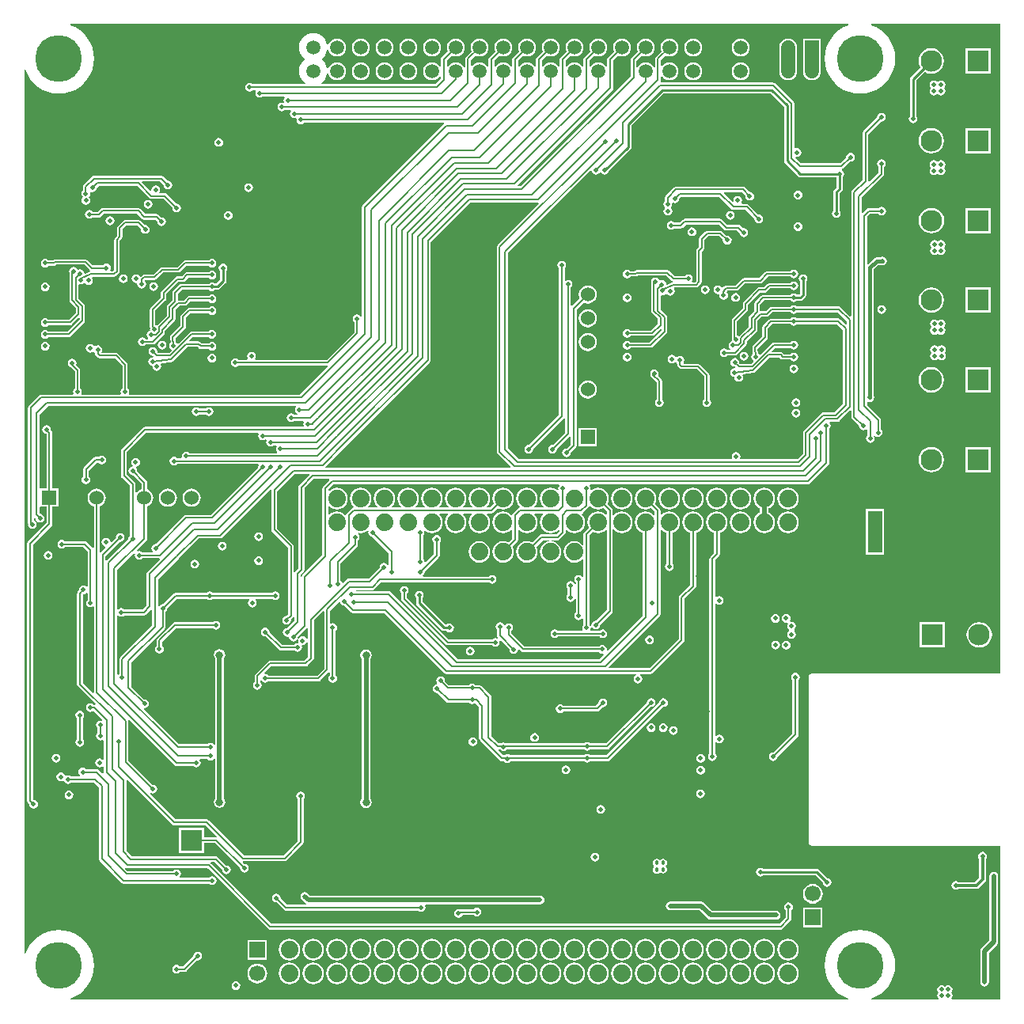
<source format=gbl>
G04*
G04 #@! TF.GenerationSoftware,Altium Limited,Altium Designer,20.1.14 (287)*
G04*
G04 Layer_Physical_Order=4*
G04 Layer_Color=16711680*
%FSLAX44Y44*%
%MOMM*%
G71*
G04*
G04 #@! TF.SameCoordinates,45AFD5CB-E2DC-46B4-AC03-AB9053879BB0*
G04*
G04*
G04 #@! TF.FilePolarity,Positive*
G04*
G01*
G75*
%ADD10C,0.2540*%
%ADD11C,0.2000*%
%ADD14C,0.3048*%
%ADD24C,0.1500*%
%ADD27C,0.2032*%
%ADD38R,1.7000X1.7000*%
%ADD171C,0.5080*%
%ADD172C,0.3810*%
%ADD175C,1.5000*%
%ADD178C,1.5000*%
%ADD179R,1.5000X1.5000*%
%ADD180C,1.7000*%
%ADD181C,2.3000*%
%ADD182R,2.3000X2.3000*%
%ADD183C,1.8796*%
%ADD184R,1.8796X1.8796*%
%ADD185C,1.5300*%
%ADD186R,1.5300X1.5300*%
%ADD187R,1.5300X1.5300*%
%ADD188R,1.5000X4.0160*%
%ADD189R,4.0160X1.5000*%
%ADD190R,1.5000X4.5160*%
%ADD191C,5.0000*%
%ADD192C,0.5080*%
%ADD193C,0.5588*%
%ADD194C,0.5100*%
%ADD195C,0.8128*%
%ADD196C,0.4572*%
G04:AMPARAMS|DCode=198|XSize=2.1mm|YSize=0.8mm|CornerRadius=0.36mm|HoleSize=0mm|Usage=FLASHONLY|Rotation=90.000|XOffset=0mm|YOffset=0mm|HoleType=Round|Shape=RoundedRectangle|*
%AMROUNDEDRECTD198*
21,1,2.1000,0.0800,0,0,90.0*
21,1,1.3800,0.8000,0,0,90.0*
1,1,0.7200,0.0400,0.6900*
1,1,0.7200,0.0400,-0.6900*
1,1,0.7200,-0.0400,-0.6900*
1,1,0.7200,-0.0400,0.6900*
%
%ADD198ROUNDEDRECTD198*%
G36*
X1046893Y351849D02*
X845566D01*
X844377Y351612D01*
X843369Y350939D01*
X842696Y349931D01*
X842459Y348742D01*
Y170942D01*
X842696Y169753D01*
X843369Y168745D01*
X844377Y168072D01*
X845566Y167835D01*
X1046893D01*
Y3107D01*
X995501D01*
X995158Y3774D01*
X995005Y4377D01*
X995927Y5756D01*
X996282Y7540D01*
X995927Y9324D01*
X994917Y10836D01*
X994853Y10879D01*
X995673Y12106D01*
X996028Y13890D01*
X995673Y15674D01*
X994662Y17186D01*
X993150Y18197D01*
X991366Y18552D01*
X989582Y18197D01*
X988070Y17186D01*
X987709D01*
X986197Y18197D01*
X984413Y18552D01*
X982629Y18197D01*
X981117Y17186D01*
X980106Y15674D01*
X979751Y13890D01*
X980106Y12106D01*
X981098Y10622D01*
X980106Y9138D01*
X979751Y7354D01*
X980106Y5570D01*
X980903Y4377D01*
X980428Y3107D01*
X909326D01*
X909074Y4377D01*
X914092Y6455D01*
X919129Y9542D01*
X923621Y13379D01*
X927458Y17871D01*
X930545Y22908D01*
X932805Y28366D01*
X934185Y34111D01*
X934648Y40000D01*
X934185Y45889D01*
X932805Y51634D01*
X930545Y57092D01*
X927458Y62129D01*
X923621Y66621D01*
X919129Y70458D01*
X914092Y73545D01*
X908634Y75805D01*
X902889Y77185D01*
X897000Y77648D01*
X891111Y77185D01*
X885366Y75805D01*
X879908Y73545D01*
X874871Y70458D01*
X870379Y66621D01*
X866542Y62129D01*
X863455Y57092D01*
X861195Y51634D01*
X859816Y45889D01*
X859352Y40000D01*
X859816Y34111D01*
X861195Y28366D01*
X863455Y22908D01*
X866542Y17871D01*
X870379Y13379D01*
X874871Y9542D01*
X879908Y6455D01*
X884926Y4377D01*
X884674Y3107D01*
X52327D01*
X52074Y4377D01*
X57091Y6455D01*
X62128Y9541D01*
X66621Y13378D01*
X70457Y17870D01*
X73544Y22908D01*
X75805Y28365D01*
X77184Y34110D01*
X77647Y39999D01*
X77184Y45889D01*
X75805Y51633D01*
X73544Y57091D01*
X70457Y62128D01*
X66621Y66620D01*
X62128Y70457D01*
X57091Y73544D01*
X51633Y75805D01*
X45889Y77184D01*
X39999Y77647D01*
X34110Y77184D01*
X28365Y75805D01*
X22908Y73544D01*
X17870Y70457D01*
X13378Y66620D01*
X9541Y62128D01*
X6455Y57091D01*
X4377Y52074D01*
X3107Y52327D01*
Y997672D01*
X4377Y997925D01*
X6455Y992908D01*
X9541Y987871D01*
X13378Y983379D01*
X17870Y979542D01*
X22908Y976455D01*
X28365Y974194D01*
X34110Y972815D01*
X39999Y972352D01*
X45889Y972815D01*
X51633Y974194D01*
X57091Y976455D01*
X62128Y979542D01*
X66621Y983379D01*
X70457Y987871D01*
X73544Y992908D01*
X75805Y998366D01*
X77184Y1004110D01*
X77647Y1010000D01*
X77184Y1015889D01*
X75805Y1021634D01*
X73544Y1027092D01*
X70457Y1032129D01*
X66621Y1036621D01*
X62128Y1040458D01*
X57091Y1043544D01*
X52073Y1045623D01*
X52325Y1046893D01*
X884674D01*
X884926Y1045623D01*
X879908Y1043545D01*
X874871Y1040458D01*
X870379Y1036621D01*
X866542Y1032129D01*
X863455Y1027092D01*
X861195Y1021634D01*
X859816Y1015890D01*
X859352Y1010000D01*
X859816Y1004111D01*
X861195Y998366D01*
X863455Y992908D01*
X866542Y987871D01*
X870379Y983379D01*
X874871Y979542D01*
X879908Y976455D01*
X885366Y974195D01*
X891111Y972815D01*
X897000Y972352D01*
X902889Y972815D01*
X908634Y974195D01*
X914092Y976455D01*
X919129Y979542D01*
X923621Y983379D01*
X927458Y987871D01*
X930545Y992908D01*
X932805Y998366D01*
X934185Y1004111D01*
X934648Y1010000D01*
X934185Y1015890D01*
X932805Y1021634D01*
X930545Y1027092D01*
X927458Y1032129D01*
X923621Y1036621D01*
X919129Y1040458D01*
X914092Y1043545D01*
X909074Y1045623D01*
X909326Y1046893D01*
X1046893D01*
Y351849D01*
D02*
G37*
%LPC*%
G36*
X769366Y1031456D02*
X766878Y1031129D01*
X764559Y1030168D01*
X762568Y1028640D01*
X761040Y1026649D01*
X760079Y1024330D01*
X759752Y1021842D01*
X760079Y1019354D01*
X761040Y1017035D01*
X762568Y1015044D01*
X764559Y1013516D01*
X766878Y1012555D01*
X769366Y1012228D01*
X771854Y1012555D01*
X774173Y1013516D01*
X776164Y1015044D01*
X777692Y1017035D01*
X778653Y1019354D01*
X778980Y1021842D01*
X778653Y1024330D01*
X777692Y1026649D01*
X776164Y1028640D01*
X774173Y1030168D01*
X771854Y1031129D01*
X769366Y1031456D01*
D02*
G37*
G36*
X718566D02*
X716078Y1031129D01*
X713759Y1030168D01*
X711768Y1028640D01*
X710240Y1026649D01*
X709279Y1024330D01*
X708952Y1021842D01*
X709279Y1019354D01*
X710240Y1017035D01*
X711768Y1015044D01*
X713759Y1013516D01*
X716078Y1012555D01*
X718566Y1012228D01*
X721054Y1012555D01*
X723373Y1013516D01*
X725364Y1015044D01*
X726892Y1017035D01*
X727853Y1019354D01*
X728180Y1021842D01*
X727853Y1024330D01*
X726892Y1026649D01*
X725364Y1028640D01*
X723373Y1030168D01*
X721054Y1031129D01*
X718566Y1031456D01*
D02*
G37*
G36*
X312166Y1037035D02*
X309202Y1036743D01*
X306352Y1035879D01*
X303725Y1034475D01*
X301423Y1032585D01*
X299533Y1030283D01*
X298129Y1027656D01*
X297265Y1024806D01*
X296973Y1021842D01*
X297265Y1018878D01*
X298129Y1016028D01*
X299533Y1013401D01*
X301423Y1011099D01*
X302806Y1009964D01*
Y1008320D01*
X301423Y1007185D01*
X299533Y1004883D01*
X298129Y1002256D01*
X297265Y999406D01*
X296973Y996442D01*
X297265Y993478D01*
X298129Y990628D01*
X299533Y988001D01*
X301423Y985699D01*
X303725Y983809D01*
X303811Y983764D01*
X303502Y982532D01*
X247516D01*
X247390Y982720D01*
X245878Y983731D01*
X244094Y984086D01*
X242310Y983731D01*
X240798Y982720D01*
X239787Y981208D01*
X239432Y979424D01*
X239787Y977640D01*
X240798Y976128D01*
X242310Y975117D01*
X244094Y974762D01*
X245878Y975117D01*
X247390Y976128D01*
X247516Y976316D01*
X250092D01*
X250771Y975046D01*
X250475Y974604D01*
X250120Y972820D01*
X250475Y971036D01*
X251486Y969524D01*
X252998Y968513D01*
X254782Y968158D01*
X256566Y968513D01*
X258078Y969524D01*
X258204Y969712D01*
X281226D01*
X281593Y968754D01*
X281656Y968442D01*
X280681Y966984D01*
X280326Y965200D01*
X280635Y963647D01*
X280152Y962914D01*
X279747Y962529D01*
X278638Y962750D01*
X276854Y962395D01*
X275342Y961384D01*
X274331Y959872D01*
X273976Y958088D01*
X274331Y956304D01*
X275342Y954792D01*
X276854Y953781D01*
X278638Y953426D01*
X280422Y953781D01*
X281934Y954792D01*
X282060Y954980D01*
X287878D01*
X288344Y953710D01*
X287539Y952506D01*
X287184Y950722D01*
X287539Y948938D01*
X288550Y947426D01*
X290062Y946415D01*
X291846Y946060D01*
X293399Y946369D01*
X294132Y945886D01*
X294517Y945481D01*
X294296Y944372D01*
X294651Y942588D01*
X295662Y941076D01*
X297174Y940065D01*
X298958Y939710D01*
X300742Y940065D01*
X302254Y941076D01*
X302380Y941264D01*
X451612Y941264D01*
X451997Y939994D01*
X451954Y939966D01*
X365087Y853098D01*
X364413Y852089D01*
X364176Y850900D01*
Y734522D01*
X362906Y734137D01*
X362452Y734816D01*
X360940Y735827D01*
X359156Y736182D01*
X357372Y735827D01*
X355860Y734816D01*
X354849Y733304D01*
X354494Y731520D01*
X354849Y729736D01*
X355860Y728224D01*
X356048Y728098D01*
Y717313D01*
X326373Y687638D01*
X250424D01*
X249745Y688908D01*
X250249Y689661D01*
X250604Y691445D01*
X250249Y693229D01*
X249238Y694741D01*
X247726Y695752D01*
X245942Y696107D01*
X244158Y695752D01*
X242646Y694741D01*
X241635Y693229D01*
X241280Y691445D01*
X241635Y689661D01*
X242139Y688908D01*
X241460Y687638D01*
X232276D01*
X232150Y687826D01*
X230638Y688837D01*
X228854Y689192D01*
X227070Y688837D01*
X225558Y687826D01*
X224547Y686314D01*
X224192Y684530D01*
X224547Y682746D01*
X225558Y681234D01*
X227070Y680223D01*
X228854Y679868D01*
X230638Y680223D01*
X232150Y681234D01*
X232276Y681422D01*
X327353D01*
X327805Y680683D01*
X327904Y680177D01*
X298027Y650300D01*
X115352D01*
X114754Y651420D01*
X114985Y651766D01*
X115340Y653549D01*
X114985Y655333D01*
X113974Y656846D01*
X113515Y657153D01*
Y682613D01*
X113299Y683699D01*
X112684Y684619D01*
X112684Y684619D01*
X103180Y694123D01*
X102260Y694738D01*
X101174Y694954D01*
X86189D01*
X85510Y696224D01*
X85964Y696903D01*
X86320Y698691D01*
X85964Y700479D01*
X84951Y701994D01*
X83436Y703007D01*
X81648Y703363D01*
X79860Y703007D01*
X78823Y702314D01*
X78269Y702035D01*
X77221Y702599D01*
X76754Y703298D01*
X75238Y704311D01*
X73450Y704667D01*
X71662Y704311D01*
X70147Y703298D01*
X69134Y701783D01*
X68778Y699995D01*
X69134Y698207D01*
X70147Y696692D01*
X71662Y695679D01*
X73450Y695323D01*
X75238Y695679D01*
X76276Y696372D01*
X76830Y696651D01*
X77877Y696087D01*
X78345Y695388D01*
X78812Y695076D01*
Y694050D01*
X79028Y692965D01*
X79642Y692044D01*
X79642Y692044D01*
X81575Y690111D01*
X81575Y690111D01*
X82496Y689497D01*
X83581Y689281D01*
X99999D01*
X107842Y681438D01*
Y657153D01*
X107382Y656846D01*
X106371Y655333D01*
X106017Y653549D01*
X106371Y651766D01*
X106602Y651420D01*
X106004Y650300D01*
X64552D01*
X63954Y651420D01*
X64185Y651766D01*
X64540Y653550D01*
X64185Y655333D01*
X63174Y656846D01*
X62715Y657153D01*
Y676602D01*
X62499Y677688D01*
X61884Y678608D01*
X58344Y682148D01*
X58491Y682368D01*
X58847Y684156D01*
X58491Y685944D01*
X57478Y687459D01*
X55963Y688472D01*
X54175Y688828D01*
X52387Y688472D01*
X50872Y687459D01*
X49859Y685944D01*
X49503Y684156D01*
X49859Y682368D01*
X50872Y680853D01*
X52387Y679840D01*
X52689Y679780D01*
X57042Y675427D01*
Y657153D01*
X56582Y656846D01*
X55571Y655333D01*
X55216Y653550D01*
X55571Y651766D01*
X55802Y651420D01*
X55204Y650300D01*
X20828D01*
X19639Y650063D01*
X18630Y649389D01*
X7962Y638722D01*
X7289Y637713D01*
X7052Y636524D01*
Y512826D01*
X7189Y512139D01*
X7022Y511302D01*
X7377Y509518D01*
X8388Y508006D01*
X9900Y506995D01*
X11684Y506640D01*
X13468Y506995D01*
X14980Y508006D01*
X15991Y509518D01*
X16346Y511302D01*
X15991Y513086D01*
X14980Y514598D01*
X13468Y515609D01*
X13268Y515648D01*
Y517936D01*
X14538Y518513D01*
X15178Y518020D01*
X15505Y516376D01*
X16516Y514864D01*
X18028Y513853D01*
X19812Y513498D01*
X21596Y513853D01*
X23108Y514864D01*
X24119Y516376D01*
X24474Y518160D01*
X24119Y519944D01*
X23108Y521456D01*
X21596Y522467D01*
X19812Y522822D01*
X19110Y523868D01*
Y529746D01*
X20036Y530576D01*
X20380Y530576D01*
X26610D01*
Y513097D01*
X6946Y493433D01*
X6273Y492425D01*
X6036Y491236D01*
Y215900D01*
X6273Y214711D01*
X6946Y213703D01*
X8337Y212312D01*
X8292Y212090D01*
X8647Y210306D01*
X9658Y208794D01*
X11170Y207783D01*
X12954Y207428D01*
X14738Y207783D01*
X16250Y208794D01*
X17261Y210306D01*
X17616Y212090D01*
X17261Y213874D01*
X16250Y215386D01*
X14738Y216397D01*
X12954Y216752D01*
X12252Y217798D01*
Y489949D01*
X31916Y509613D01*
X32589Y510621D01*
X32826Y511810D01*
Y530576D01*
X39400D01*
Y549940D01*
X32826D01*
Y609854D01*
X32589Y611043D01*
X31916Y612052D01*
X31287Y612680D01*
X31332Y612902D01*
X30977Y614686D01*
X29966Y616198D01*
X28454Y617209D01*
X26670Y617564D01*
X24886Y617209D01*
X23374Y616198D01*
X22363Y614686D01*
X22008Y612902D01*
X22363Y611118D01*
X23374Y609606D01*
X24886Y608595D01*
X26610Y608252D01*
Y549940D01*
X20380D01*
X20036Y549940D01*
X19110Y550770D01*
Y629141D01*
X28338Y638369D01*
X293482D01*
X293811Y637822D01*
X294017Y637099D01*
X293127Y635768D01*
X292772Y633984D01*
X293127Y632200D01*
X294138Y630688D01*
X295238Y629953D01*
X294852Y628683D01*
X291935D01*
X291791Y628898D01*
X290279Y629909D01*
X288495Y630264D01*
X286711Y629909D01*
X285199Y628898D01*
X284188Y627386D01*
X283834Y625602D01*
X284188Y623818D01*
X285199Y622306D01*
X286711Y621295D01*
X288495Y620940D01*
X290279Y621295D01*
X291791Y622306D01*
X291899Y622467D01*
X301616D01*
X302295Y621198D01*
X302017Y620782D01*
X301662Y618998D01*
X302004Y617280D01*
X302014Y617057D01*
X301363Y616010D01*
X132334D01*
X131145Y615773D01*
X130136Y615099D01*
X107530Y592494D01*
X106857Y591485D01*
X106620Y590296D01*
Y563632D01*
X106857Y562443D01*
X107530Y561435D01*
X115764Y553201D01*
Y499584D01*
X115576Y499458D01*
X114565Y497946D01*
X114210Y496162D01*
X114255Y495940D01*
X91246Y472931D01*
X90368Y473151D01*
X89976Y473419D01*
Y477503D01*
X105442Y492969D01*
X105664Y492924D01*
X107448Y493279D01*
X108960Y494290D01*
X109971Y495802D01*
X110326Y497586D01*
X109971Y499370D01*
X108960Y500882D01*
X107448Y501893D01*
X105664Y502248D01*
X103880Y501893D01*
X102368Y500882D01*
X101357Y499370D01*
X101002Y497586D01*
X101047Y497364D01*
X96314Y492631D01*
X94965Y493078D01*
X94731Y494254D01*
X93720Y495766D01*
X92208Y496777D01*
X90424Y497132D01*
X88640Y496777D01*
X87128Y495766D01*
X86117Y494254D01*
X85762Y492470D01*
X86117Y490686D01*
X87128Y489174D01*
X88640Y488163D01*
X89816Y487929D01*
X90263Y486580D01*
X84896Y481213D01*
X84018Y481433D01*
X83626Y481701D01*
Y531065D01*
X85401Y531801D01*
X87423Y533353D01*
X88975Y535375D01*
X89951Y537730D01*
X90283Y540258D01*
X89951Y542785D01*
X88975Y545141D01*
X87423Y547163D01*
X85401Y548715D01*
X83046Y549691D01*
X80518Y550023D01*
X77990Y549691D01*
X75635Y548715D01*
X73613Y547163D01*
X72061Y545141D01*
X71085Y542785D01*
X70753Y540258D01*
X71085Y537730D01*
X72061Y535375D01*
X73613Y533353D01*
X75635Y531801D01*
X77410Y531065D01*
Y486664D01*
X76140Y486278D01*
X76111Y486321D01*
X69762Y492672D01*
X68753Y493345D01*
X67564Y493582D01*
X46602D01*
X46476Y493770D01*
X44964Y494781D01*
X43180Y495136D01*
X41396Y494781D01*
X39884Y493770D01*
X38873Y492258D01*
X38518Y490474D01*
X38873Y488690D01*
X39884Y487178D01*
X41396Y486167D01*
X43180Y485812D01*
X44964Y486167D01*
X46476Y487178D01*
X46602Y487366D01*
X66277D01*
X70806Y482837D01*
Y445214D01*
X69848Y444847D01*
X69536Y444784D01*
X68078Y445759D01*
X66294Y446114D01*
X64510Y445759D01*
X62998Y444748D01*
X61987Y443236D01*
X61632Y441452D01*
X61677Y441230D01*
X60286Y439840D01*
X59613Y438831D01*
X59376Y437642D01*
Y340614D01*
X59613Y339425D01*
X60286Y338416D01*
X79045Y319659D01*
X78419Y318488D01*
X77978Y318576D01*
X77082D01*
X76956Y318764D01*
X75444Y319775D01*
X73660Y320130D01*
X71876Y319775D01*
X70364Y318764D01*
X69353Y317252D01*
X68998Y315468D01*
X69353Y313684D01*
X70364Y312172D01*
X71876Y311161D01*
X73660Y310806D01*
X75444Y311161D01*
X76910Y312141D01*
X86355Y302696D01*
X86073Y301313D01*
X86000Y301255D01*
X84328Y301588D01*
X82544Y301233D01*
X81032Y300222D01*
X80021Y298710D01*
X79666Y296926D01*
X80021Y295142D01*
X81032Y293630D01*
X81220Y293504D01*
Y288410D01*
X81032Y288284D01*
X80021Y286772D01*
X79666Y284988D01*
X80021Y283204D01*
X81032Y281692D01*
X82544Y280681D01*
X84328Y280326D01*
X86112Y280681D01*
X86554Y280977D01*
X87824Y280298D01*
Y260348D01*
X87261Y260016D01*
X86554Y259818D01*
X85216Y260713D01*
X83432Y261068D01*
X81648Y260713D01*
X80136Y259702D01*
X79125Y258190D01*
X78770Y256406D01*
X79125Y254622D01*
X80136Y253110D01*
X81648Y252099D01*
X83432Y251744D01*
X85216Y252099D01*
X86554Y252994D01*
X87261Y252796D01*
X87824Y252464D01*
Y246126D01*
X88038Y245051D01*
X87980Y244979D01*
X86592Y244701D01*
X82462Y248832D01*
X81453Y249505D01*
X80264Y249742D01*
X68954D01*
X68828Y249930D01*
X67316Y250941D01*
X65532Y251296D01*
X63748Y250941D01*
X62236Y249930D01*
X61225Y248418D01*
X60870Y246634D01*
X61225Y244850D01*
X62236Y243338D01*
X62915Y242884D01*
X62530Y241614D01*
X53460D01*
X53334Y241802D01*
X51822Y242813D01*
X50038Y243168D01*
X48254Y242813D01*
X47798Y242508D01*
X46387Y243092D01*
X46338Y243338D01*
X45327Y244850D01*
X43815Y245861D01*
X42031Y246216D01*
X40247Y245861D01*
X38735Y244850D01*
X37724Y243338D01*
X37369Y241554D01*
X37724Y239770D01*
X38735Y238258D01*
X40247Y237247D01*
X42031Y236892D01*
X43815Y237247D01*
X44271Y237552D01*
X45682Y236968D01*
X45731Y236722D01*
X46742Y235210D01*
X48254Y234199D01*
X50038Y233844D01*
X51822Y234199D01*
X53334Y235210D01*
X53460Y235398D01*
X77707D01*
X82744Y230361D01*
Y153924D01*
X82981Y152735D01*
X83654Y151727D01*
X107276Y128104D01*
X108285Y127431D01*
X109474Y127194D01*
X200540D01*
X200666Y127006D01*
X202178Y125995D01*
X203962Y125640D01*
X205746Y125995D01*
X207258Y127006D01*
X208269Y128518D01*
X208624Y130302D01*
X208269Y132086D01*
X207258Y133598D01*
X205746Y134609D01*
X203962Y134964D01*
X202178Y134609D01*
X200666Y133598D01*
X200540Y133410D01*
X169830D01*
X169364Y134680D01*
X170169Y135884D01*
X170524Y137668D01*
X170169Y139452D01*
X169158Y140964D01*
X167646Y141975D01*
X165862Y142330D01*
X164078Y141975D01*
X162566Y140964D01*
X162440Y140776D01*
X113555D01*
X111049Y143282D01*
X111859Y144268D01*
X112349Y143941D01*
X113538Y143704D01*
X199083D01*
X263704Y79082D01*
X264713Y78409D01*
X265902Y78172D01*
X812292D01*
X813481Y78409D01*
X814490Y79082D01*
X822871Y87465D01*
X823545Y88473D01*
X823782Y89662D01*
Y99194D01*
X823970Y99320D01*
X824981Y100832D01*
X825336Y102616D01*
X824981Y104400D01*
X823970Y105912D01*
X822458Y106923D01*
X820674Y107278D01*
X818890Y106923D01*
X817378Y105912D01*
X816367Y104400D01*
X816012Y102616D01*
X816367Y100832D01*
X817378Y99320D01*
X817566Y99194D01*
Y90949D01*
X811005Y84388D01*
X267189D01*
X202568Y149010D01*
X202524Y149038D01*
X202910Y150308D01*
X206739D01*
X214839Y142208D01*
X214794Y141986D01*
X215149Y140202D01*
X216160Y138690D01*
X217672Y137679D01*
X219456Y137324D01*
X221240Y137679D01*
X222752Y138690D01*
X223763Y140202D01*
X224118Y141986D01*
X223763Y143770D01*
X222752Y145282D01*
X221240Y146293D01*
X219456Y146648D01*
X219234Y146603D01*
X210224Y155613D01*
X209215Y156287D01*
X208026Y156524D01*
X118381D01*
X112074Y162831D01*
Y237744D01*
X112049Y237868D01*
X113219Y238493D01*
X161124Y190588D01*
X162133Y189915D01*
X163322Y189678D01*
X197087D01*
X208713Y178053D01*
X208410Y177208D01*
X208125Y176844D01*
X195504D01*
Y187268D01*
X168440D01*
Y160204D01*
X195504D01*
Y170628D01*
X206993D01*
X233889Y143732D01*
X233844Y143510D01*
X234199Y141726D01*
X235210Y140214D01*
X236722Y139203D01*
X238506Y138848D01*
X240290Y139203D01*
X241802Y140214D01*
X242813Y141726D01*
X243168Y143510D01*
X242813Y145294D01*
X241802Y146806D01*
X240290Y147817D01*
X238506Y148172D01*
X238284Y148127D01*
X236549Y149861D01*
X236852Y150706D01*
X237137Y151070D01*
X281432D01*
X282621Y151307D01*
X283629Y151980D01*
X300902Y169252D01*
X301575Y170261D01*
X301812Y171450D01*
Y217558D01*
X302000Y217684D01*
X303011Y219196D01*
X303366Y220980D01*
X303011Y222764D01*
X302000Y224276D01*
X300488Y225287D01*
X298704Y225642D01*
X296920Y225287D01*
X295408Y224276D01*
X294397Y222764D01*
X294042Y220980D01*
X294397Y219196D01*
X295408Y217684D01*
X295596Y217558D01*
Y172737D01*
X280145Y157286D01*
X238269D01*
X200571Y194984D01*
X199563Y195657D01*
X198374Y195894D01*
X164609D01*
X136914Y223589D01*
X136902Y223698D01*
X137647Y224315D01*
X138036Y224468D01*
X138678Y224039D01*
X140462Y223684D01*
X142246Y224039D01*
X143758Y225050D01*
X144769Y226562D01*
X145124Y228346D01*
X144769Y230130D01*
X143758Y231642D01*
X142246Y232653D01*
X140462Y233008D01*
X140240Y232963D01*
X114360Y258843D01*
Y301244D01*
X114209Y302002D01*
X115379Y302628D01*
X163918Y254088D01*
X164927Y253415D01*
X166116Y253178D01*
X183776D01*
X183902Y252990D01*
X185414Y251979D01*
X187198Y251624D01*
X188982Y251979D01*
X190494Y252990D01*
X191505Y254502D01*
X191860Y256286D01*
X191505Y258070D01*
X190700Y259274D01*
X191166Y260544D01*
X198508D01*
X198634Y260356D01*
X200146Y259345D01*
X201930Y258990D01*
X203714Y259345D01*
X205226Y260356D01*
X205904Y261371D01*
X207174Y260986D01*
Y218432D01*
X206094Y216814D01*
X205621Y214436D01*
X206094Y212057D01*
X207441Y210041D01*
X209457Y208694D01*
X211836Y208221D01*
X214214Y208694D01*
X216231Y210041D01*
X217578Y212057D01*
X218051Y214436D01*
X217578Y216814D01*
X216498Y218432D01*
Y367840D01*
X217578Y369458D01*
X218051Y371836D01*
X217578Y374215D01*
X216231Y376231D01*
X214214Y377578D01*
X211836Y378051D01*
X209457Y377578D01*
X207441Y376231D01*
X206094Y374215D01*
X205621Y371836D01*
X206094Y369458D01*
X207174Y367840D01*
Y275970D01*
X205904Y275585D01*
X205226Y276600D01*
X203714Y277611D01*
X201930Y277966D01*
X200146Y277611D01*
X198634Y276600D01*
X198508Y276412D01*
X168419D01*
X130860Y313971D01*
X131485Y315142D01*
X131572Y315124D01*
X133356Y315479D01*
X134868Y316490D01*
X135879Y318002D01*
X136234Y319786D01*
X135879Y321570D01*
X134868Y323082D01*
X133356Y324093D01*
X131572Y324448D01*
X131350Y324403D01*
X117662Y338091D01*
Y364219D01*
X153328Y399884D01*
X154001Y400893D01*
X154238Y402082D01*
Y418218D01*
X154426Y418344D01*
X155437Y419856D01*
X155792Y421640D01*
X155747Y421862D01*
X165879Y431994D01*
X197978D01*
X198104Y431806D01*
X199616Y430795D01*
X201400Y430440D01*
X203184Y430795D01*
X204696Y431806D01*
X204822Y431994D01*
X243578D01*
X243963Y430724D01*
X243664Y430524D01*
X242653Y429012D01*
X242299Y427228D01*
X242653Y425444D01*
X243664Y423932D01*
X245176Y422921D01*
X246960Y422566D01*
X248744Y422921D01*
X250256Y423932D01*
X251267Y425444D01*
X251622Y427228D01*
X251267Y429012D01*
X250256Y430524D01*
X249957Y430724D01*
X250342Y431994D01*
X268104D01*
X268230Y431806D01*
X269742Y430795D01*
X271526Y430440D01*
X273310Y430795D01*
X274822Y431806D01*
X275833Y433318D01*
X276188Y435102D01*
X275833Y436886D01*
X274822Y438398D01*
X273310Y439409D01*
X271526Y439764D01*
X269742Y439409D01*
X268230Y438398D01*
X268104Y438210D01*
X204822D01*
X204696Y438398D01*
X203184Y439409D01*
X201400Y439764D01*
X199616Y439409D01*
X198104Y438398D01*
X197978Y438210D01*
X164592D01*
X163403Y437973D01*
X162395Y437299D01*
X151352Y426257D01*
X151130Y426302D01*
X149346Y425947D01*
X147834Y424936D01*
X147380Y424257D01*
X146110Y424642D01*
Y452865D01*
X168314Y475069D01*
X168314Y475069D01*
X189773Y496528D01*
X212616D01*
X213805Y496764D01*
X214813Y497438D01*
X266193Y548818D01*
X267038Y548516D01*
X267402Y548231D01*
Y505968D01*
X267639Y504779D01*
X268312Y503770D01*
X285182Y486901D01*
Y415307D01*
X283417Y413542D01*
X281934Y413247D01*
X280422Y412236D01*
X279411Y410724D01*
X279056Y408940D01*
X279411Y407156D01*
X280422Y405644D01*
X281934Y404633D01*
X283718Y404278D01*
X285502Y404633D01*
X287014Y405644D01*
X288025Y407156D01*
X288380Y408940D01*
X288251Y409586D01*
X290487Y411823D01*
X291024Y412626D01*
X291941Y412544D01*
X292294Y412415D01*
Y408449D01*
X284448Y400603D01*
X284226Y400648D01*
X282442Y400293D01*
X280930Y399282D01*
X279919Y397770D01*
X279564Y395986D01*
X279919Y394202D01*
X280930Y392690D01*
X282442Y391679D01*
X284226Y391324D01*
X284987Y391476D01*
X286167Y390907D01*
X286243Y390529D01*
X286523Y389122D01*
X287534Y387610D01*
X289046Y386599D01*
X290830Y386244D01*
X292614Y386599D01*
X294126Y387610D01*
X295137Y389122D01*
X295492Y390906D01*
X295447Y391128D01*
X304965Y400647D01*
X305248Y401070D01*
X306518Y400685D01*
Y388454D01*
X305248Y388329D01*
X305123Y388960D01*
X304112Y390472D01*
X302600Y391483D01*
X300816Y391838D01*
X299032Y391483D01*
X297520Y390472D01*
X296509Y388960D01*
X296154Y387176D01*
X296483Y385522D01*
X295784Y384366D01*
X295656Y384392D01*
X293872Y384037D01*
X292360Y383026D01*
X292234Y382838D01*
X278909D01*
X265475Y396272D01*
X265520Y396494D01*
X265165Y398278D01*
X264154Y399790D01*
X262642Y400801D01*
X260858Y401156D01*
X259074Y400801D01*
X257562Y399790D01*
X256551Y398278D01*
X256196Y396494D01*
X256551Y394710D01*
X257562Y393198D01*
X259074Y392187D01*
X260858Y391832D01*
X261080Y391877D01*
X275424Y377533D01*
X276433Y376859D01*
X277622Y376622D01*
X292234D01*
X292360Y376434D01*
X293872Y375423D01*
X295656Y375068D01*
X297440Y375423D01*
X298952Y376434D01*
X299963Y377946D01*
X300318Y379730D01*
X299988Y381384D01*
X300688Y382540D01*
X300816Y382514D01*
X302600Y382869D01*
X304112Y383880D01*
X305123Y385392D01*
X305248Y386023D01*
X306518Y385898D01*
Y369587D01*
X302751Y365820D01*
X265938D01*
X264749Y365583D01*
X263741Y364910D01*
X250278Y351447D01*
X249605Y350439D01*
X249368Y349250D01*
Y342766D01*
X249180Y342640D01*
X248169Y341128D01*
X247814Y339344D01*
X248169Y337560D01*
X249180Y336048D01*
X250692Y335037D01*
X252476Y334682D01*
X254260Y335037D01*
X255772Y336048D01*
X256783Y337560D01*
X257138Y339344D01*
X256783Y341128D01*
X255772Y342640D01*
X255584Y342766D01*
Y344088D01*
X256854Y344473D01*
X257562Y343414D01*
X259074Y342403D01*
X260858Y342048D01*
X262642Y342403D01*
X264154Y343414D01*
X264280Y343602D01*
X317500D01*
X318689Y343839D01*
X319697Y344512D01*
X328616Y353431D01*
X329886Y352905D01*
Y350132D01*
X329698Y350006D01*
X328687Y348494D01*
X328332Y346710D01*
X328687Y344926D01*
X329698Y343414D01*
X331210Y342403D01*
X332994Y342048D01*
X334778Y342403D01*
X336290Y343414D01*
X337301Y344926D01*
X337656Y346710D01*
X337301Y348494D01*
X336290Y350006D01*
X336102Y350132D01*
Y397898D01*
X336290Y398024D01*
X337301Y399536D01*
X337656Y401320D01*
X337301Y403104D01*
X336290Y404616D01*
X334778Y405627D01*
X332994Y405982D01*
X331348Y405654D01*
X330965Y405744D01*
X330078Y406217D01*
Y418981D01*
X339586Y428489D01*
X340802Y428121D01*
X340879Y427730D01*
X341890Y426218D01*
X343402Y425207D01*
X345186Y424852D01*
X345408Y424897D01*
X352640Y417664D01*
X353649Y416991D01*
X354838Y416754D01*
X388349D01*
X452716Y352387D01*
X453725Y351713D01*
X454914Y351476D01*
X657817D01*
X657942Y350206D01*
X657934Y350205D01*
X656422Y349194D01*
X655411Y347682D01*
X655056Y345898D01*
X655411Y344114D01*
X656422Y342602D01*
X657934Y341591D01*
X659718Y341236D01*
X661502Y341591D01*
X663014Y342602D01*
X664025Y344114D01*
X664380Y345898D01*
X664025Y347682D01*
X663014Y349194D01*
X661502Y350205D01*
X661494Y350206D01*
X661619Y351476D01*
X673100D01*
X674289Y351713D01*
X675297Y352387D01*
X708571Y385661D01*
X709245Y386669D01*
X709482Y387858D01*
Y432037D01*
X720763Y443318D01*
X721437Y444327D01*
X721674Y445516D01*
Y502757D01*
X724330Y503858D01*
X726718Y505690D01*
X728550Y508078D01*
X729702Y510858D01*
X730095Y513842D01*
X729702Y516826D01*
X728550Y519606D01*
X726718Y521994D01*
X724330Y523826D01*
X721550Y524978D01*
X718566Y525371D01*
X715582Y524978D01*
X712802Y523826D01*
X710414Y521994D01*
X708582Y519606D01*
X707430Y516826D01*
X707037Y513842D01*
X707430Y510858D01*
X708582Y508078D01*
X710414Y505690D01*
X712802Y503858D01*
X715458Y502757D01*
Y446803D01*
X704176Y435522D01*
X703503Y434513D01*
X703266Y433324D01*
Y389145D01*
X671813Y357692D01*
X628922D01*
X628436Y358865D01*
X682663Y413092D01*
X683337Y414101D01*
X683574Y415290D01*
Y505592D01*
X684776Y506000D01*
X685014Y505690D01*
X687402Y503858D01*
X690058Y502757D01*
Y469512D01*
X689870Y469386D01*
X688859Y467874D01*
X688504Y466090D01*
X688859Y464306D01*
X689870Y462794D01*
X691382Y461783D01*
X693166Y461428D01*
X694950Y461783D01*
X696462Y462794D01*
X697473Y464306D01*
X697828Y466090D01*
X697473Y467874D01*
X696462Y469386D01*
X696274Y469512D01*
Y502757D01*
X698930Y503858D01*
X701318Y505690D01*
X703150Y508078D01*
X704302Y510858D01*
X704695Y513842D01*
X704302Y516826D01*
X703150Y519606D01*
X701318Y521994D01*
X698930Y523826D01*
X696150Y524978D01*
X693166Y525371D01*
X690182Y524978D01*
X687402Y523826D01*
X685014Y521994D01*
X684776Y521684D01*
X683574Y522092D01*
Y526542D01*
X683337Y527731D01*
X682663Y528740D01*
X677801Y533602D01*
X678902Y536258D01*
X679295Y539242D01*
X678902Y542226D01*
X677750Y545006D01*
X675918Y547394D01*
X673530Y549226D01*
X670750Y550378D01*
X667766Y550771D01*
X664782Y550378D01*
X662002Y549226D01*
X659614Y547394D01*
X657782Y545006D01*
X656630Y542226D01*
X656237Y539242D01*
X656630Y536258D01*
X657782Y533478D01*
X659614Y531090D01*
X662002Y529258D01*
X664782Y528106D01*
X667766Y527713D01*
X670750Y528106D01*
X673406Y529207D01*
X677358Y525255D01*
Y522092D01*
X676156Y521684D01*
X675918Y521994D01*
X673530Y523826D01*
X670750Y524978D01*
X667766Y525371D01*
X664782Y524978D01*
X662002Y523826D01*
X659614Y521994D01*
X657782Y519606D01*
X656630Y516826D01*
X656237Y513842D01*
X656630Y510858D01*
X657782Y508078D01*
X659614Y505690D01*
X662002Y503858D01*
X664658Y502757D01*
Y413783D01*
X627164Y376288D01*
X625993Y376914D01*
X626200Y377952D01*
X625845Y379736D01*
X624834Y381248D01*
X623322Y382259D01*
X621538Y382614D01*
X619754Y382259D01*
X618242Y381248D01*
X618116Y381060D01*
X538243D01*
X524316Y394987D01*
Y397644D01*
X524504Y397770D01*
X525515Y399282D01*
X525870Y401066D01*
X525515Y402850D01*
X524504Y404362D01*
X522992Y405373D01*
X521208Y405728D01*
X519424Y405373D01*
X517912Y404362D01*
X517489Y403730D01*
X516141Y403998D01*
X516117Y404120D01*
X515106Y405632D01*
X513594Y406643D01*
X511810Y406998D01*
X510026Y406643D01*
X508514Y405632D01*
X507503Y404120D01*
X507148Y402336D01*
X507503Y400552D01*
X508514Y399040D01*
X508702Y398914D01*
Y392430D01*
X508939Y391241D01*
X509288Y390718D01*
X509194Y390519D01*
X508449Y389688D01*
X506984Y389980D01*
X505200Y389625D01*
X503688Y388614D01*
X503562Y388426D01*
X457217D01*
X412556Y433087D01*
Y437522D01*
X412744Y437648D01*
X413755Y439160D01*
X414110Y440944D01*
X413755Y442728D01*
X412744Y444240D01*
X411232Y445251D01*
X409448Y445606D01*
X407664Y445251D01*
X406152Y444240D01*
X405141Y442728D01*
X404786Y440944D01*
X405141Y439160D01*
X406152Y437648D01*
X406340Y437522D01*
Y431800D01*
X406577Y430611D01*
X407251Y429603D01*
X453732Y383120D01*
X454741Y382447D01*
X455930Y382210D01*
X503562D01*
X503688Y382022D01*
X505200Y381011D01*
X506984Y380656D01*
X508768Y381011D01*
X510280Y382022D01*
X511291Y383534D01*
X511646Y385318D01*
X511376Y386673D01*
X512547Y387299D01*
X521925Y377920D01*
X521880Y377698D01*
X522235Y375914D01*
X523246Y374402D01*
X524758Y373391D01*
X526542Y373036D01*
X528326Y373391D01*
X529838Y374402D01*
X530849Y375914D01*
X531173Y377544D01*
X531700Y377859D01*
X532420Y378093D01*
X534758Y375755D01*
X535767Y375081D01*
X536956Y374844D01*
X618116D01*
X618242Y374656D01*
X619754Y373645D01*
X621538Y373290D01*
X622576Y373497D01*
X623201Y372326D01*
X618219Y367344D01*
X466869D01*
X395135Y439077D01*
X394127Y439751D01*
X392938Y439988D01*
X357407D01*
X357384Y439996D01*
X357298Y440122D01*
X357966Y441392D01*
X375666D01*
X376855Y441629D01*
X377864Y442303D01*
X385081Y449520D01*
X500007D01*
X500074Y449420D01*
X501586Y448409D01*
X503370Y448055D01*
X505154Y448409D01*
X506666Y449420D01*
X507677Y450932D01*
X508032Y452716D01*
X507677Y454500D01*
X506666Y456012D01*
X505154Y457023D01*
X503370Y457378D01*
X501586Y457023D01*
X500074Y456012D01*
X499889Y455736D01*
X429722D01*
X429337Y457006D01*
X430016Y457460D01*
X431027Y458972D01*
X431382Y460756D01*
X431337Y460978D01*
X446443Y476085D01*
X447117Y477093D01*
X447354Y478282D01*
Y492132D01*
X447542Y492258D01*
X448553Y493770D01*
X448908Y495554D01*
X448553Y497338D01*
X447542Y498850D01*
X446030Y499861D01*
X444246Y500216D01*
X442462Y499861D01*
X440950Y498850D01*
X439939Y497338D01*
X439584Y495554D01*
X439939Y493770D01*
X440950Y492258D01*
X441138Y492132D01*
Y479569D01*
X432218Y470649D01*
X431047Y471274D01*
X431128Y471678D01*
X430773Y473462D01*
X429762Y474974D01*
X429574Y475100D01*
Y499498D01*
X429762Y499624D01*
X430773Y501136D01*
X431128Y502920D01*
X430874Y504197D01*
X432026Y504914D01*
X433402Y503858D01*
X436182Y502706D01*
X439166Y502313D01*
X442150Y502706D01*
X444930Y503858D01*
X447318Y505690D01*
X449150Y508078D01*
X450302Y510858D01*
X450695Y513842D01*
X450302Y516826D01*
X449150Y519606D01*
X447318Y521994D01*
X447008Y522232D01*
X447416Y523434D01*
X456316D01*
X456724Y522232D01*
X456414Y521994D01*
X454582Y519606D01*
X453430Y516826D01*
X453037Y513842D01*
X453430Y510858D01*
X454582Y508078D01*
X456414Y505690D01*
X458802Y503858D01*
X461582Y502706D01*
X464566Y502313D01*
X467550Y502706D01*
X470330Y503858D01*
X472718Y505690D01*
X474550Y508078D01*
X475702Y510858D01*
X476095Y513842D01*
X475702Y516826D01*
X474550Y519606D01*
X472718Y521994D01*
X472408Y522232D01*
X472816Y523434D01*
X481716D01*
X482124Y522232D01*
X481814Y521994D01*
X479982Y519606D01*
X478830Y516826D01*
X478437Y513842D01*
X478830Y510858D01*
X479982Y508078D01*
X481814Y505690D01*
X484202Y503858D01*
X486982Y502706D01*
X489966Y502313D01*
X492950Y502706D01*
X495730Y503858D01*
X498118Y505690D01*
X499950Y508078D01*
X501102Y510858D01*
X501495Y513842D01*
X501102Y516826D01*
X499950Y519606D01*
X498118Y521994D01*
X497808Y522232D01*
X498216Y523434D01*
X502666D01*
X503855Y523671D01*
X504864Y524344D01*
X509726Y529207D01*
X512382Y528106D01*
X515366Y527713D01*
X518350Y528106D01*
X521130Y529258D01*
X523518Y531090D01*
X525350Y533478D01*
X526502Y536258D01*
X526895Y539242D01*
X526502Y542226D01*
X525350Y545006D01*
X523518Y547394D01*
X521130Y549226D01*
X518350Y550378D01*
X515366Y550771D01*
X512382Y550378D01*
X509602Y549226D01*
X507214Y547394D01*
X505382Y545006D01*
X504230Y542226D01*
X503837Y539242D01*
X504230Y536258D01*
X505331Y533602D01*
X501379Y529650D01*
X498216D01*
X497808Y530852D01*
X498118Y531090D01*
X499950Y533478D01*
X501102Y536258D01*
X501495Y539242D01*
X501102Y542226D01*
X499950Y545006D01*
X498118Y547394D01*
X495730Y549226D01*
X492950Y550378D01*
X489966Y550771D01*
X486982Y550378D01*
X484202Y549226D01*
X481814Y547394D01*
X479982Y545006D01*
X478830Y542226D01*
X478437Y539242D01*
X478830Y536258D01*
X479982Y533478D01*
X481814Y531090D01*
X482124Y530852D01*
X481716Y529650D01*
X472816D01*
X472408Y530852D01*
X472718Y531090D01*
X474550Y533478D01*
X475702Y536258D01*
X476095Y539242D01*
X475702Y542226D01*
X474550Y545006D01*
X472718Y547394D01*
X470330Y549226D01*
X467550Y550378D01*
X464566Y550771D01*
X461582Y550378D01*
X458802Y549226D01*
X456414Y547394D01*
X454582Y545006D01*
X453430Y542226D01*
X453037Y539242D01*
X453430Y536258D01*
X454582Y533478D01*
X456414Y531090D01*
X456724Y530852D01*
X456316Y529650D01*
X447416D01*
X447008Y530852D01*
X447318Y531090D01*
X449150Y533478D01*
X450302Y536258D01*
X450695Y539242D01*
X450302Y542226D01*
X449150Y545006D01*
X447318Y547394D01*
X444930Y549226D01*
X442150Y550378D01*
X439166Y550771D01*
X436182Y550378D01*
X433402Y549226D01*
X431014Y547394D01*
X429182Y545006D01*
X428030Y542226D01*
X427637Y539242D01*
X428030Y536258D01*
X429182Y533478D01*
X431014Y531090D01*
X431324Y530852D01*
X430916Y529650D01*
X422016D01*
X421608Y530852D01*
X421918Y531090D01*
X423750Y533478D01*
X424902Y536258D01*
X425295Y539242D01*
X424902Y542226D01*
X423750Y545006D01*
X421918Y547394D01*
X419530Y549226D01*
X416750Y550378D01*
X413766Y550771D01*
X410782Y550378D01*
X408002Y549226D01*
X405614Y547394D01*
X403782Y545006D01*
X402630Y542226D01*
X402237Y539242D01*
X402630Y536258D01*
X403782Y533478D01*
X405614Y531090D01*
X405924Y530852D01*
X405516Y529650D01*
X396616D01*
X396208Y530852D01*
X396518Y531090D01*
X398350Y533478D01*
X399502Y536258D01*
X399895Y539242D01*
X399502Y542226D01*
X398350Y545006D01*
X396518Y547394D01*
X394130Y549226D01*
X391350Y550378D01*
X388366Y550771D01*
X385382Y550378D01*
X382602Y549226D01*
X380214Y547394D01*
X378382Y545006D01*
X377230Y542226D01*
X376837Y539242D01*
X377230Y536258D01*
X378382Y533478D01*
X380214Y531090D01*
X380524Y530852D01*
X380116Y529650D01*
X371216D01*
X370808Y530852D01*
X371118Y531090D01*
X372950Y533478D01*
X374102Y536258D01*
X374495Y539242D01*
X374102Y542226D01*
X372950Y545006D01*
X371118Y547394D01*
X368730Y549226D01*
X365950Y550378D01*
X362966Y550771D01*
X359982Y550378D01*
X357202Y549226D01*
X354814Y547394D01*
X352982Y545006D01*
X351830Y542226D01*
X351437Y539242D01*
X351830Y536258D01*
X352982Y533478D01*
X354814Y531090D01*
X355126Y530850D01*
X354810Y529492D01*
X354411Y529413D01*
X353402Y528740D01*
X348069Y523405D01*
X347395Y522397D01*
X347315Y521998D01*
X345958Y521682D01*
X345718Y521994D01*
X343330Y523826D01*
X340550Y524978D01*
X337566Y525371D01*
X334582Y524978D01*
X331802Y523826D01*
X329498Y522058D01*
X328919Y522162D01*
X328228Y522397D01*
Y530687D01*
X328919Y530922D01*
X329498Y531026D01*
X331802Y529258D01*
X334582Y528106D01*
X337566Y527713D01*
X340550Y528106D01*
X343330Y529258D01*
X345718Y531090D01*
X347550Y533478D01*
X348702Y536258D01*
X349095Y539242D01*
X348702Y542226D01*
X347550Y545006D01*
X345718Y547394D01*
X343330Y549226D01*
X340550Y550378D01*
X337566Y550771D01*
X334582Y550378D01*
X331802Y549226D01*
X329664Y547585D01*
X328447Y547986D01*
X328330Y548979D01*
X333773Y554422D01*
X574898D01*
X575364Y553152D01*
X574559Y551948D01*
X574204Y550164D01*
X574458Y548887D01*
X573306Y548170D01*
X571930Y549226D01*
X569150Y550378D01*
X566166Y550771D01*
X563182Y550378D01*
X560402Y549226D01*
X558014Y547394D01*
X556182Y545006D01*
X555030Y542226D01*
X554637Y539242D01*
X555030Y536258D01*
X556182Y533478D01*
X558014Y531090D01*
X558324Y530852D01*
X557916Y529650D01*
X549016D01*
X548608Y530852D01*
X548918Y531090D01*
X550750Y533478D01*
X551902Y536258D01*
X552295Y539242D01*
X551902Y542226D01*
X550750Y545006D01*
X548918Y547394D01*
X546530Y549226D01*
X543750Y550378D01*
X540766Y550771D01*
X537782Y550378D01*
X535002Y549226D01*
X532614Y547394D01*
X530782Y545006D01*
X529630Y542226D01*
X529237Y539242D01*
X529630Y536258D01*
X530782Y533478D01*
X532614Y531090D01*
X532926Y530850D01*
X532610Y529492D01*
X532211Y529413D01*
X531203Y528740D01*
X525868Y523405D01*
X525195Y522397D01*
X525116Y521998D01*
X523758Y521682D01*
X523518Y521994D01*
X521130Y523826D01*
X518350Y524978D01*
X515366Y525371D01*
X512382Y524978D01*
X509602Y523826D01*
X507214Y521994D01*
X505382Y519606D01*
X504230Y516826D01*
X503837Y513842D01*
X504230Y510858D01*
X505382Y508078D01*
X507214Y505690D01*
X509602Y503858D01*
X512382Y502706D01*
X515366Y502313D01*
X518350Y502706D01*
X521130Y503858D01*
X523518Y505690D01*
X523756Y506000D01*
X524958Y505592D01*
Y496079D01*
X521006Y492127D01*
X518350Y493228D01*
X515366Y493621D01*
X512382Y493228D01*
X509602Y492076D01*
X507214Y490244D01*
X505382Y487856D01*
X504230Y485076D01*
X503837Y482092D01*
X504230Y479108D01*
X505382Y476328D01*
X507214Y473940D01*
X509602Y472108D01*
X512382Y470956D01*
X515366Y470563D01*
X518350Y470956D01*
X521130Y472108D01*
X523518Y473940D01*
X525350Y476328D01*
X526502Y479108D01*
X526895Y482092D01*
X526502Y485076D01*
X525401Y487732D01*
X530263Y492594D01*
X530937Y493603D01*
X531174Y494792D01*
Y505592D01*
X532376Y506000D01*
X532614Y505690D01*
X535002Y503858D01*
X537782Y502706D01*
X540766Y502313D01*
X543750Y502706D01*
X546530Y503858D01*
X548918Y505690D01*
X550750Y508078D01*
X551902Y510858D01*
X552295Y513842D01*
X551902Y516826D01*
X550750Y519606D01*
X548918Y521994D01*
X548608Y522232D01*
X549016Y523434D01*
X557916D01*
X558324Y522232D01*
X558014Y521994D01*
X556182Y519606D01*
X555030Y516826D01*
X554637Y513842D01*
X555030Y510858D01*
X556182Y508078D01*
X558014Y505690D01*
X560402Y503858D01*
X563182Y502706D01*
X566166Y502313D01*
X569150Y502706D01*
X571930Y503858D01*
X574318Y505690D01*
X574388Y505781D01*
X575603Y505377D01*
X575709Y504412D01*
X572245Y500948D01*
X556514D01*
X555325Y500711D01*
X554316Y500037D01*
X546406Y492127D01*
X543750Y493228D01*
X540766Y493621D01*
X537782Y493228D01*
X535002Y492076D01*
X532614Y490244D01*
X530782Y487856D01*
X529630Y485076D01*
X529237Y482092D01*
X529630Y479108D01*
X530782Y476328D01*
X532614Y473940D01*
X535002Y472108D01*
X537782Y470956D01*
X540766Y470563D01*
X543750Y470956D01*
X546530Y472108D01*
X548918Y473940D01*
X550750Y476328D01*
X551902Y479108D01*
X552295Y482092D01*
X551902Y485076D01*
X550801Y487732D01*
X557801Y494732D01*
X564880D01*
X564963Y493462D01*
X563182Y493228D01*
X560402Y492076D01*
X558014Y490244D01*
X556182Y487856D01*
X555030Y485076D01*
X554637Y482092D01*
X555030Y479108D01*
X556182Y476328D01*
X558014Y473940D01*
X560402Y472108D01*
X563182Y470956D01*
X566166Y470563D01*
X569150Y470956D01*
X571930Y472108D01*
X574318Y473940D01*
X576150Y476328D01*
X577302Y479108D01*
X577695Y482092D01*
X577302Y485076D01*
X576150Y487856D01*
X574318Y490244D01*
X571930Y492076D01*
X569150Y493228D01*
X567369Y493462D01*
X567452Y494732D01*
X573532D01*
X574721Y494969D01*
X575729Y495643D01*
X581063Y500976D01*
X581737Y501985D01*
X581974Y503174D01*
Y505592D01*
X583176Y506000D01*
X583414Y505690D01*
X585802Y503858D01*
X588582Y502706D01*
X591566Y502313D01*
X594550Y502706D01*
X597330Y503858D01*
X599718Y505690D01*
X601550Y508078D01*
X602702Y510858D01*
X603095Y513842D01*
X602702Y516826D01*
X601550Y519606D01*
X599718Y521994D01*
X599616Y522072D01*
X599867Y523417D01*
X600876Y524090D01*
X606464Y529678D01*
X607137Y530687D01*
X607216Y531086D01*
X608574Y531402D01*
X608814Y531090D01*
X611202Y529258D01*
X613982Y528106D01*
X616966Y527713D01*
X619950Y528106D01*
X622606Y529207D01*
X626304Y525509D01*
Y522397D01*
X625613Y522162D01*
X625034Y522058D01*
X622730Y523826D01*
X619950Y524978D01*
X616966Y525371D01*
X613982Y524978D01*
X611202Y523826D01*
X608814Y521994D01*
X606982Y519606D01*
X605830Y516826D01*
X605437Y513842D01*
X605830Y510858D01*
X606931Y508202D01*
X602323Y503593D01*
X601649Y502585D01*
X601412Y501396D01*
Y490011D01*
X600210Y489603D01*
X599718Y490244D01*
X597330Y492076D01*
X594550Y493228D01*
X591566Y493621D01*
X588582Y493228D01*
X585802Y492076D01*
X583414Y490244D01*
X581582Y487856D01*
X580430Y485076D01*
X580037Y482092D01*
X580430Y479108D01*
X581582Y476328D01*
X583414Y473940D01*
X585802Y472108D01*
X588582Y470956D01*
X591566Y470563D01*
X594550Y470956D01*
X597330Y472108D01*
X599718Y473940D01*
X600210Y474581D01*
X601412Y474173D01*
Y455382D01*
X600142Y454996D01*
X599522Y455924D01*
X598010Y456935D01*
X596226Y457290D01*
X594442Y456935D01*
X592930Y455924D01*
X591919Y454412D01*
X591564Y452628D01*
X591919Y450844D01*
X592930Y449332D01*
X593118Y449206D01*
Y447988D01*
X591848Y447863D01*
X591809Y448062D01*
X590798Y449574D01*
X589286Y450585D01*
X587502Y450940D01*
X585718Y450585D01*
X584206Y449574D01*
X583195Y448062D01*
X582840Y446278D01*
X583195Y444494D01*
X584206Y442982D01*
X584394Y442856D01*
Y436638D01*
X584206Y436512D01*
X583195Y435000D01*
X582840Y433216D01*
X583195Y431432D01*
X584206Y429920D01*
X585718Y428909D01*
X587502Y428554D01*
X589286Y428909D01*
X590798Y429920D01*
X591809Y431432D01*
X591848Y431631D01*
X593118Y431506D01*
Y417247D01*
X592842Y417062D01*
X591831Y415550D01*
X591476Y413766D01*
X591831Y411982D01*
X592842Y410470D01*
X594354Y409459D01*
X596138Y409104D01*
X597922Y409459D01*
X599434Y410470D01*
X600142Y411530D01*
X601412Y411144D01*
Y404234D01*
X601224Y404108D01*
X600213Y402596D01*
X599858Y400812D01*
X600200Y399094D01*
X600210Y398871D01*
X599559Y397824D01*
X574160D01*
X574034Y398012D01*
X572522Y399023D01*
X570738Y399378D01*
X568954Y399023D01*
X567442Y398012D01*
X566431Y396500D01*
X566076Y394716D01*
X566431Y392932D01*
X567442Y391420D01*
X568954Y390409D01*
X570738Y390054D01*
X572522Y390409D01*
X574034Y391420D01*
X574160Y391608D01*
X618370D01*
X618496Y391420D01*
X620008Y390409D01*
X621792Y390054D01*
X623576Y390409D01*
X625088Y391420D01*
X626099Y392932D01*
X626454Y394716D01*
X626099Y396500D01*
X625088Y398012D01*
X623576Y399023D01*
X621792Y399378D01*
X620008Y399023D01*
X618496Y398012D01*
X618370Y397824D01*
X609481D01*
X608830Y398871D01*
X608840Y399094D01*
X609182Y400812D01*
X609073Y401355D01*
X610270Y401851D01*
X611130Y400564D01*
X612642Y399553D01*
X614426Y399198D01*
X616210Y399553D01*
X617722Y400564D01*
X618733Y402076D01*
X619088Y403860D01*
X619043Y404082D01*
X631609Y416648D01*
X632283Y417657D01*
X632520Y418846D01*
Y505923D01*
X633722Y506331D01*
X634214Y505690D01*
X636602Y503858D01*
X639382Y502706D01*
X642366Y502313D01*
X645350Y502706D01*
X648130Y503858D01*
X650518Y505690D01*
X652350Y508078D01*
X653502Y510858D01*
X653895Y513842D01*
X653502Y516826D01*
X652350Y519606D01*
X650518Y521994D01*
X648130Y523826D01*
X645350Y524978D01*
X642366Y525371D01*
X639382Y524978D01*
X636602Y523826D01*
X634214Y521994D01*
X633722Y521353D01*
X632520Y521761D01*
Y526796D01*
X632283Y527985D01*
X631609Y528993D01*
X627001Y533602D01*
X628102Y536258D01*
X628495Y539242D01*
X628102Y542226D01*
X626950Y545006D01*
X625118Y547394D01*
X622730Y549226D01*
X619950Y550378D01*
X616966Y550771D01*
X613982Y550378D01*
X611202Y549226D01*
X609650Y548035D01*
X609111Y548335D01*
X608614Y548841D01*
X608928Y550420D01*
X608573Y552204D01*
X607939Y553152D01*
X608618Y554422D01*
X841156D01*
X842346Y554659D01*
X843354Y555332D01*
X863258Y575236D01*
X863931Y576244D01*
X864168Y577434D01*
Y613544D01*
X864356Y613670D01*
X865367Y615182D01*
X865722Y616966D01*
X865367Y618750D01*
X864392Y620208D01*
X864455Y620520D01*
X864822Y621478D01*
X872998D01*
X874187Y621715D01*
X875195Y622388D01*
X886497Y633690D01*
X887670Y633204D01*
Y626618D01*
X887907Y625429D01*
X888580Y624421D01*
X895813Y617188D01*
X895768Y616966D01*
X896123Y615182D01*
X897134Y613670D01*
X898646Y612659D01*
X900430Y612304D01*
X902214Y612659D01*
X903672Y613634D01*
X903984Y613571D01*
X904942Y613204D01*
Y606926D01*
X904754Y606800D01*
X903743Y605288D01*
X903388Y603504D01*
X903743Y601720D01*
X904754Y600208D01*
X906266Y599197D01*
X908050Y598842D01*
X909834Y599197D01*
X911346Y600208D01*
X912357Y601720D01*
X912712Y603504D01*
X912357Y605288D01*
X911812Y606104D01*
X911845Y606204D01*
X912695Y606437D01*
X913268Y606469D01*
X914648Y605547D01*
X916432Y605192D01*
X918216Y605547D01*
X919728Y606558D01*
X920739Y608070D01*
X921094Y609854D01*
X920739Y611638D01*
X919728Y613150D01*
X919540Y613276D01*
Y623062D01*
X919303Y624251D01*
X918630Y625260D01*
X904554Y639335D01*
Y642513D01*
X905674Y643111D01*
X906012Y642885D01*
X907796Y642530D01*
X909580Y642885D01*
X911092Y643896D01*
X912103Y645408D01*
X912458Y647192D01*
X912103Y648976D01*
X911810Y649414D01*
Y784413D01*
X916382Y788985D01*
X919400D01*
X919474Y788935D01*
X921258Y788580D01*
X923042Y788935D01*
X924554Y789946D01*
X925565Y791458D01*
X925920Y793242D01*
X925565Y795026D01*
X924554Y796538D01*
X923042Y797549D01*
X921258Y797904D01*
X919474Y797549D01*
X918673Y797013D01*
X914719D01*
X913183Y796708D01*
X911881Y795837D01*
X905824Y789780D01*
X904554Y790306D01*
Y840469D01*
X907853Y843768D01*
X916826D01*
X916952Y843580D01*
X918464Y842569D01*
X920248Y842214D01*
X922032Y842569D01*
X923544Y843580D01*
X924555Y845092D01*
X924910Y846876D01*
X924555Y848660D01*
X923544Y850172D01*
X922032Y851183D01*
X920248Y851538D01*
X918464Y851183D01*
X916952Y850172D01*
X916826Y849984D01*
X906566D01*
X905377Y849747D01*
X904369Y849073D01*
X900236Y844941D01*
X898966Y845467D01*
Y861261D01*
X922186Y884481D01*
X922859Y885489D01*
X923096Y886678D01*
Y894178D01*
X923284Y894304D01*
X924295Y895816D01*
X924650Y897600D01*
X924295Y899384D01*
X923284Y900896D01*
X921772Y901907D01*
X919988Y902262D01*
X918204Y901907D01*
X916692Y900896D01*
X915681Y899384D01*
X915326Y897600D01*
X915681Y895816D01*
X916692Y894304D01*
X916880Y894178D01*
Y887965D01*
X907224Y878308D01*
X906053Y878934D01*
X906078Y879058D01*
Y928941D01*
X919766Y942629D01*
X919988Y942584D01*
X921772Y942939D01*
X923284Y943950D01*
X924295Y945462D01*
X924650Y947246D01*
X924295Y949030D01*
X923284Y950542D01*
X921772Y951553D01*
X919988Y951908D01*
X918204Y951553D01*
X916692Y950542D01*
X915681Y949030D01*
X915326Y947246D01*
X915371Y947024D01*
X900772Y932426D01*
X900099Y931417D01*
X899862Y930228D01*
Y880345D01*
X888580Y869063D01*
X887907Y868055D01*
X887670Y866866D01*
Y734698D01*
X886497Y734212D01*
X877083Y743626D01*
X876074Y744300D01*
X874885Y744537D01*
X829674D01*
X829548Y744725D01*
X828036Y745736D01*
X826252Y746090D01*
X824468Y745736D01*
X822956Y744725D01*
X822648Y744265D01*
X802211D01*
X801126Y744050D01*
X800206Y743435D01*
X800206Y743435D01*
X796323Y739552D01*
X790379D01*
X790379Y739552D01*
X789933Y739919D01*
Y746700D01*
X794525Y751292D01*
X822648D01*
X822956Y750833D01*
X824468Y749822D01*
X826252Y749467D01*
X828036Y749822D01*
X829443Y750762D01*
X833120D01*
X834408Y751019D01*
X835501Y751748D01*
X838549Y754796D01*
X839278Y755889D01*
X839535Y757177D01*
Y771183D01*
X840475Y772590D01*
X840830Y774374D01*
X840475Y776158D01*
X839464Y777670D01*
X837952Y778681D01*
X836168Y779035D01*
X834384Y778681D01*
X832872Y777670D01*
X831861Y776158D01*
X831506Y774374D01*
X831861Y772590D01*
X832801Y771183D01*
Y758571D01*
X831725Y757496D01*
X829443D01*
X828036Y758436D01*
X826252Y758791D01*
X824468Y758436D01*
X822956Y757425D01*
X822648Y756965D01*
X793350D01*
X793350Y756965D01*
X792265Y756749D01*
X791345Y756135D01*
X785091Y749881D01*
X785091Y749881D01*
X784476Y748960D01*
X784260Y747875D01*
Y739926D01*
X778926Y734592D01*
X778926Y734592D01*
X778311Y733671D01*
X778095Y732586D01*
X778095Y723184D01*
X767834Y712923D01*
X767278Y712812D01*
X766568Y713286D01*
X765637Y713471D01*
Y728680D01*
X776525Y739568D01*
X776525Y739568D01*
X777140Y740488D01*
X777356Y741574D01*
Y746593D01*
X790420Y759658D01*
X795546Y759657D01*
X796632Y759873D01*
X797552Y760488D01*
X801056Y763992D01*
X822648Y763992D01*
X822956Y763533D01*
X824468Y762522D01*
X826252Y762167D01*
X828036Y762522D01*
X829548Y763533D01*
X830558Y765045D01*
X830913Y766829D01*
X830558Y768613D01*
X829548Y770125D01*
X828036Y771136D01*
X826252Y771490D01*
X824468Y771136D01*
X822956Y770125D01*
X822648Y769666D01*
X799881Y769665D01*
X798796Y769449D01*
X797876Y768835D01*
X794371Y765330D01*
X789245Y765330D01*
X788160Y765115D01*
X787240Y764500D01*
X772514Y749774D01*
X771899Y748853D01*
X771683Y747768D01*
Y742749D01*
X760795Y731861D01*
X760180Y730940D01*
X759964Y729855D01*
Y710950D01*
X760180Y709864D01*
X760262Y709741D01*
X760108Y708970D01*
X760379Y707611D01*
X759294Y707395D01*
X757778Y706382D01*
X756765Y704867D01*
X756410Y703079D01*
X756765Y701291D01*
X757778Y699775D01*
X758347Y699395D01*
X757962Y698125D01*
X755401D01*
X755089Y698592D01*
X753573Y699605D01*
X751785Y699961D01*
X749997Y699605D01*
X748482Y698592D01*
X747469Y697077D01*
X747113Y695289D01*
X747469Y693501D01*
X748482Y691985D01*
X749997Y690973D01*
X751785Y690617D01*
X753573Y690973D01*
X755089Y691985D01*
X755401Y692452D01*
X763386D01*
X764472Y692668D01*
X765392Y693283D01*
X775132Y703023D01*
X775132Y703023D01*
X775747Y703943D01*
X775963Y705029D01*
Y707081D01*
X786387Y717505D01*
X787002Y718425D01*
X787218Y719511D01*
Y729543D01*
X791554Y733879D01*
X797498D01*
X798584Y734095D01*
X799504Y734710D01*
X803386Y738593D01*
X822648D01*
X822956Y738133D01*
X824468Y737122D01*
X826252Y736767D01*
X828036Y737122D01*
X829548Y738133D01*
X829674Y738321D01*
X873598D01*
X882844Y729075D01*
Y725950D01*
X881671Y725464D01*
X876208Y730927D01*
X875200Y731600D01*
X874011Y731837D01*
X829674D01*
X829548Y732025D01*
X828036Y733036D01*
X826252Y733391D01*
X824468Y733036D01*
X822956Y732025D01*
X822648Y731565D01*
X802003D01*
X802003Y731565D01*
X800918Y731349D01*
X799998Y730735D01*
X793596Y724333D01*
X792981Y723412D01*
X792765Y722327D01*
X792765Y712782D01*
X782609Y702626D01*
X782541Y702525D01*
X782446Y702449D01*
X782236Y702068D01*
X781994Y701705D01*
X781970Y701586D01*
X781911Y701480D01*
X781863Y701047D01*
X781778Y700620D01*
X781802Y700501D01*
X781788Y700380D01*
X782288Y694477D01*
X782121Y694365D01*
X781108Y692850D01*
X780753Y691062D01*
X781108Y689274D01*
X782121Y687758D01*
X782838Y687279D01*
X783026Y685671D01*
X780798Y683443D01*
X768630D01*
X767788Y684388D01*
X767890Y684902D01*
X767534Y686690D01*
X766522Y688205D01*
X765006Y689218D01*
X763218Y689574D01*
X761431Y689218D01*
X759915Y688205D01*
X758902Y686690D01*
X758547Y684902D01*
X758902Y683114D01*
X759915Y681599D01*
X761431Y680586D01*
X763218Y680230D01*
X763580Y679803D01*
X762899Y678644D01*
X762890Y678646D01*
X761103Y678290D01*
X759587Y677277D01*
X758574Y675762D01*
X758219Y673974D01*
X758574Y672186D01*
X759587Y670670D01*
X761103Y669658D01*
X762867Y669307D01*
X762774Y668836D01*
X763129Y667048D01*
X764142Y665533D01*
X765658Y664520D01*
X767445Y664164D01*
X769233Y664520D01*
X770749Y665533D01*
X771761Y667048D01*
X772117Y668836D01*
X771761Y670624D01*
X771451Y671089D01*
X771979Y672243D01*
X782945Y673604D01*
X783307Y673724D01*
X783681Y673798D01*
X783828Y673896D01*
X783995Y673952D01*
X784284Y674201D01*
X784601Y674413D01*
X800228Y690041D01*
X811110D01*
X812527Y688623D01*
X812528Y688623D01*
X813448Y688008D01*
X814533Y687792D01*
X814533Y687793D01*
X822648D01*
X822955Y687333D01*
X824468Y686322D01*
X826252Y685967D01*
X828036Y686322D01*
X829548Y687333D01*
X830558Y688845D01*
X830913Y690629D01*
X830558Y692413D01*
X829548Y693925D01*
X828036Y694936D01*
X826252Y695291D01*
X824468Y694936D01*
X822955Y693925D01*
X822648Y693465D01*
X815708D01*
X814291Y694883D01*
X813371Y695498D01*
X812285Y695713D01*
X802751D01*
X802265Y696887D01*
X805858Y700480D01*
X822646D01*
X822950Y700027D01*
X824462Y699016D01*
X826246Y698661D01*
X828030Y699016D01*
X829542Y700027D01*
X830553Y701539D01*
X830907Y703323D01*
X830553Y705107D01*
X829542Y706619D01*
X828030Y707630D01*
X826246Y707984D01*
X824462Y707630D01*
X822950Y706619D01*
X822638Y706153D01*
X804683D01*
X803598Y705938D01*
X802678Y705323D01*
X790815Y693460D01*
X789207Y693648D01*
X788728Y694365D01*
X787947Y694887D01*
X787552Y699546D01*
X797607Y709601D01*
X797607Y709601D01*
X798222Y710521D01*
X798438Y711607D01*
X798438Y711607D01*
X798438Y721152D01*
X803178Y725892D01*
X822648D01*
X822956Y725433D01*
X824468Y724422D01*
X826252Y724067D01*
X828036Y724422D01*
X829548Y725433D01*
X829674Y725621D01*
X872724D01*
X878780Y719565D01*
Y640605D01*
X869679Y631504D01*
X857758D01*
X856569Y631267D01*
X855561Y630593D01*
X837019Y612052D01*
X836345Y611043D01*
X836108Y609854D01*
Y587265D01*
X830309Y581466D01*
X769623D01*
X768910Y582736D01*
X769202Y584200D01*
X768847Y585984D01*
X767836Y587496D01*
X766324Y588507D01*
X764540Y588862D01*
X762756Y588507D01*
X761244Y587496D01*
X760233Y585984D01*
X759878Y584200D01*
X760170Y582736D01*
X759457Y581466D01*
X532401D01*
X520506Y593361D01*
Y801861D01*
X608799Y890154D01*
X610133Y889692D01*
X610373Y888486D01*
X611384Y886974D01*
X612896Y885963D01*
X614680Y885608D01*
X616464Y885963D01*
X617976Y886974D01*
X618680Y888027D01*
X620092D01*
X620796Y886974D01*
X622308Y885963D01*
X624092Y885608D01*
X625876Y885963D01*
X627388Y886974D01*
X628399Y888486D01*
X628729Y890146D01*
X651605Y913021D01*
X652334Y914114D01*
X652591Y915402D01*
Y938660D01*
X686941Y973009D01*
X800992D01*
X815783Y958217D01*
Y900376D01*
X816040Y899088D01*
X816769Y897995D01*
X830685Y884079D01*
X831778Y883350D01*
X833066Y883093D01*
X872171D01*
Y872070D01*
X869347Y869247D01*
X868618Y868154D01*
X868361Y866866D01*
Y847233D01*
X867421Y845826D01*
X867066Y844042D01*
X867421Y842258D01*
X868432Y840746D01*
X869944Y839735D01*
X871728Y839380D01*
X873512Y839735D01*
X875024Y840746D01*
X876035Y842258D01*
X876390Y844042D01*
X876035Y845826D01*
X875095Y847233D01*
Y865471D01*
X877919Y868295D01*
X878648Y869388D01*
X878905Y870676D01*
Y883269D01*
X879845Y884676D01*
X880200Y886460D01*
X879845Y888244D01*
X878834Y889756D01*
X877698Y890515D01*
X877894Y891849D01*
X878505Y891971D01*
X879513Y892645D01*
X886746Y899877D01*
X886968Y899832D01*
X888752Y900187D01*
X890264Y901198D01*
X891275Y902710D01*
X891630Y904494D01*
X891275Y906278D01*
X890264Y907790D01*
X888752Y908801D01*
X886968Y909156D01*
X885184Y908801D01*
X883672Y907790D01*
X882661Y906278D01*
X882306Y904494D01*
X882351Y904272D01*
X876029Y897950D01*
X833899D01*
X827838Y904012D01*
X828463Y905182D01*
X829818Y904912D01*
X831602Y905267D01*
X833114Y906278D01*
X834125Y907790D01*
X834480Y909574D01*
X834125Y911358D01*
X833114Y912870D01*
X831602Y913881D01*
X829818Y914236D01*
X828354Y913944D01*
X827084Y914657D01*
Y961390D01*
X826847Y962579D01*
X826173Y963587D01*
X806361Y983400D01*
X805353Y984073D01*
X804164Y984310D01*
X684340D01*
X683661Y985580D01*
X683845Y985855D01*
X684082Y987044D01*
Y990537D01*
X685352Y990968D01*
X686368Y989644D01*
X688359Y988116D01*
X690678Y987155D01*
X693166Y986828D01*
X695654Y987155D01*
X697973Y988116D01*
X699964Y989644D01*
X701492Y991635D01*
X702453Y993954D01*
X702780Y996442D01*
X702453Y998930D01*
X701492Y1001249D01*
X699964Y1003240D01*
X697973Y1004768D01*
X695654Y1005729D01*
X693166Y1006056D01*
X690678Y1005729D01*
X688359Y1004768D01*
X686368Y1003240D01*
X685352Y1001916D01*
X684082Y1002347D01*
Y1008363D01*
X688978Y1013259D01*
X690678Y1012555D01*
X693166Y1012228D01*
X695654Y1012555D01*
X697973Y1013516D01*
X699964Y1015044D01*
X701492Y1017035D01*
X702453Y1019354D01*
X702780Y1021842D01*
X702453Y1024330D01*
X701492Y1026649D01*
X699964Y1028640D01*
X697973Y1030168D01*
X695654Y1031129D01*
X693166Y1031456D01*
X690678Y1031129D01*
X688359Y1030168D01*
X686368Y1028640D01*
X684840Y1026649D01*
X683879Y1024330D01*
X683552Y1021842D01*
X683879Y1019354D01*
X684583Y1017654D01*
X678776Y1011848D01*
X678103Y1010839D01*
X677866Y1009650D01*
Y1000285D01*
X676596Y1000032D01*
X676092Y1001249D01*
X674564Y1003240D01*
X672573Y1004768D01*
X670254Y1005729D01*
X667766Y1006056D01*
X665278Y1005729D01*
X662959Y1004768D01*
X660968Y1003240D01*
X659440Y1001249D01*
X659190Y1000645D01*
X657920Y1000898D01*
Y1007601D01*
X663578Y1013259D01*
X665278Y1012555D01*
X667766Y1012228D01*
X670254Y1012555D01*
X672573Y1013516D01*
X674564Y1015044D01*
X676092Y1017035D01*
X677053Y1019354D01*
X677380Y1021842D01*
X677053Y1024330D01*
X676092Y1026649D01*
X674564Y1028640D01*
X672573Y1030168D01*
X670254Y1031129D01*
X667766Y1031456D01*
X665278Y1031129D01*
X662959Y1030168D01*
X660968Y1028640D01*
X659440Y1026649D01*
X658479Y1024330D01*
X658152Y1021842D01*
X658479Y1019354D01*
X659183Y1017654D01*
X652615Y1011086D01*
X651941Y1010077D01*
X651704Y1008888D01*
Y991125D01*
X533891Y873312D01*
X531015D01*
X530489Y874582D01*
X632118Y976210D01*
X632791Y977219D01*
X633028Y978408D01*
Y1008109D01*
X638178Y1013259D01*
X639878Y1012555D01*
X642366Y1012228D01*
X644854Y1012555D01*
X647173Y1013516D01*
X649164Y1015044D01*
X650692Y1017035D01*
X651653Y1019354D01*
X651980Y1021842D01*
X651653Y1024330D01*
X650692Y1026649D01*
X649164Y1028640D01*
X647173Y1030168D01*
X644854Y1031129D01*
X642366Y1031456D01*
X639878Y1031129D01*
X637559Y1030168D01*
X635568Y1028640D01*
X634040Y1026649D01*
X633079Y1024330D01*
X632752Y1021842D01*
X633079Y1019354D01*
X633783Y1017654D01*
X627723Y1011593D01*
X627049Y1010585D01*
X626812Y1009396D01*
Y1000898D01*
X625542Y1000645D01*
X625292Y1001249D01*
X623764Y1003240D01*
X621773Y1004768D01*
X619454Y1005729D01*
X616966Y1006056D01*
X614478Y1005729D01*
X612159Y1004768D01*
X610168Y1003240D01*
X608898Y1001585D01*
X607628Y1002005D01*
Y1008109D01*
X612778Y1013259D01*
X614478Y1012555D01*
X616966Y1012228D01*
X619454Y1012555D01*
X621773Y1013516D01*
X623764Y1015044D01*
X625292Y1017035D01*
X626253Y1019354D01*
X626580Y1021842D01*
X626253Y1024330D01*
X625292Y1026649D01*
X623764Y1028640D01*
X621773Y1030168D01*
X619454Y1031129D01*
X616966Y1031456D01*
X614478Y1031129D01*
X612159Y1030168D01*
X610168Y1028640D01*
X608640Y1026649D01*
X607679Y1024330D01*
X607352Y1021842D01*
X607679Y1019354D01*
X608383Y1017654D01*
X602323Y1011593D01*
X601649Y1010585D01*
X601412Y1009396D01*
Y1000898D01*
X600142Y1000645D01*
X599892Y1001249D01*
X598364Y1003240D01*
X596373Y1004768D01*
X594054Y1005729D01*
X591566Y1006056D01*
X589078Y1005729D01*
X586759Y1004768D01*
X584768Y1003240D01*
X583498Y1001585D01*
X582228Y1002005D01*
Y1008109D01*
X587378Y1013259D01*
X589078Y1012555D01*
X591566Y1012228D01*
X594054Y1012555D01*
X596373Y1013516D01*
X598364Y1015044D01*
X599892Y1017035D01*
X600853Y1019354D01*
X601180Y1021842D01*
X600853Y1024330D01*
X599892Y1026649D01*
X598364Y1028640D01*
X596373Y1030168D01*
X594054Y1031129D01*
X591566Y1031456D01*
X589078Y1031129D01*
X586759Y1030168D01*
X584768Y1028640D01*
X583240Y1026649D01*
X582279Y1024330D01*
X581952Y1021842D01*
X582279Y1019354D01*
X582983Y1017654D01*
X576922Y1011593D01*
X576249Y1010585D01*
X576012Y1009396D01*
Y1000898D01*
X574742Y1000645D01*
X574492Y1001249D01*
X572964Y1003240D01*
X570973Y1004768D01*
X568654Y1005729D01*
X566166Y1006056D01*
X563678Y1005729D01*
X561359Y1004768D01*
X559368Y1003240D01*
X558098Y1001585D01*
X556828Y1002005D01*
Y1008109D01*
X561978Y1013259D01*
X563678Y1012555D01*
X566166Y1012228D01*
X568654Y1012555D01*
X570973Y1013516D01*
X572964Y1015044D01*
X574492Y1017035D01*
X575453Y1019354D01*
X575780Y1021842D01*
X575453Y1024330D01*
X574492Y1026649D01*
X572964Y1028640D01*
X570973Y1030168D01*
X568654Y1031129D01*
X566166Y1031456D01*
X563678Y1031129D01*
X561359Y1030168D01*
X559368Y1028640D01*
X557840Y1026649D01*
X556879Y1024330D01*
X556552Y1021842D01*
X556879Y1019354D01*
X557583Y1017654D01*
X551522Y1011593D01*
X550849Y1010585D01*
X550612Y1009396D01*
Y1000898D01*
X549342Y1000645D01*
X549092Y1001249D01*
X547564Y1003240D01*
X545573Y1004768D01*
X543254Y1005729D01*
X540766Y1006056D01*
X538278Y1005729D01*
X535959Y1004768D01*
X533968Y1003240D01*
X532698Y1001585D01*
X531428Y1002005D01*
Y1008109D01*
X536578Y1013259D01*
X538278Y1012555D01*
X540766Y1012228D01*
X543254Y1012555D01*
X545573Y1013516D01*
X547564Y1015044D01*
X549092Y1017035D01*
X550053Y1019354D01*
X550380Y1021842D01*
X550053Y1024330D01*
X549092Y1026649D01*
X547564Y1028640D01*
X545573Y1030168D01*
X543254Y1031129D01*
X540766Y1031456D01*
X538278Y1031129D01*
X535959Y1030168D01*
X533968Y1028640D01*
X532440Y1026649D01*
X531479Y1024330D01*
X531152Y1021842D01*
X531479Y1019354D01*
X532183Y1017654D01*
X526123Y1011593D01*
X525449Y1010585D01*
X525212Y1009396D01*
Y1000898D01*
X523942Y1000645D01*
X523692Y1001249D01*
X522164Y1003240D01*
X520173Y1004768D01*
X517854Y1005729D01*
X515366Y1006056D01*
X512878Y1005729D01*
X510559Y1004768D01*
X508568Y1003240D01*
X507298Y1001585D01*
X506028Y1002005D01*
Y1008109D01*
X511178Y1013259D01*
X512878Y1012555D01*
X515366Y1012228D01*
X517854Y1012555D01*
X520173Y1013516D01*
X522164Y1015044D01*
X523692Y1017035D01*
X524653Y1019354D01*
X524980Y1021842D01*
X524653Y1024330D01*
X523692Y1026649D01*
X522164Y1028640D01*
X520173Y1030168D01*
X517854Y1031129D01*
X515366Y1031456D01*
X512878Y1031129D01*
X510559Y1030168D01*
X508568Y1028640D01*
X507040Y1026649D01*
X506079Y1024330D01*
X505752Y1021842D01*
X506079Y1019354D01*
X506783Y1017654D01*
X500723Y1011593D01*
X500049Y1010585D01*
X499812Y1009396D01*
Y1000898D01*
X498542Y1000645D01*
X498292Y1001249D01*
X496764Y1003240D01*
X494773Y1004768D01*
X492454Y1005729D01*
X489966Y1006056D01*
X487478Y1005729D01*
X485159Y1004768D01*
X483168Y1003240D01*
X482152Y1001916D01*
X480882Y1002347D01*
Y1008363D01*
X485778Y1013259D01*
X487478Y1012555D01*
X489966Y1012228D01*
X492454Y1012555D01*
X494773Y1013516D01*
X496764Y1015044D01*
X498292Y1017035D01*
X499253Y1019354D01*
X499580Y1021842D01*
X499253Y1024330D01*
X498292Y1026649D01*
X496764Y1028640D01*
X494773Y1030168D01*
X492454Y1031129D01*
X489966Y1031456D01*
X487478Y1031129D01*
X485159Y1030168D01*
X483168Y1028640D01*
X481640Y1026649D01*
X480679Y1024330D01*
X480352Y1021842D01*
X480679Y1019354D01*
X481383Y1017654D01*
X475577Y1011848D01*
X474903Y1010839D01*
X474666Y1009650D01*
Y1000285D01*
X473396Y1000032D01*
X472892Y1001249D01*
X471364Y1003240D01*
X469373Y1004768D01*
X467054Y1005729D01*
X464566Y1006056D01*
X462078Y1005729D01*
X459759Y1004768D01*
X457768Y1003240D01*
X456240Y1001249D01*
X454974Y1001511D01*
Y1007855D01*
X460378Y1013259D01*
X462078Y1012555D01*
X464566Y1012228D01*
X467054Y1012555D01*
X469373Y1013516D01*
X471364Y1015044D01*
X472892Y1017035D01*
X473853Y1019354D01*
X474180Y1021842D01*
X473853Y1024330D01*
X472892Y1026649D01*
X471364Y1028640D01*
X469373Y1030168D01*
X467054Y1031129D01*
X464566Y1031456D01*
X462078Y1031129D01*
X459759Y1030168D01*
X457768Y1028640D01*
X456240Y1026649D01*
X455279Y1024330D01*
X454952Y1021842D01*
X455279Y1019354D01*
X455983Y1017654D01*
X449669Y1011339D01*
X448995Y1010331D01*
X448758Y1009142D01*
Y1001511D01*
X447492Y1001249D01*
X445964Y1003240D01*
X443973Y1004768D01*
X441654Y1005729D01*
X439166Y1006056D01*
X436678Y1005729D01*
X434359Y1004768D01*
X432368Y1003240D01*
X430840Y1001249D01*
X429879Y998930D01*
X429552Y996442D01*
X429879Y993954D01*
X430840Y991635D01*
X432368Y989644D01*
X434359Y988116D01*
X436678Y987155D01*
X439166Y986828D01*
X441654Y987155D01*
X443973Y988116D01*
X445964Y989644D01*
X447492Y991635D01*
X448758Y991373D01*
Y988585D01*
X442705Y982532D01*
X320830Y982532D01*
X320521Y983764D01*
X320607Y983809D01*
X322909Y985699D01*
X324799Y988001D01*
X326203Y990628D01*
X327067Y993478D01*
X328291Y993746D01*
X328369Y993737D01*
X329240Y991635D01*
X330768Y989644D01*
X332759Y988116D01*
X335078Y987155D01*
X337566Y986828D01*
X340054Y987155D01*
X342373Y988116D01*
X344364Y989644D01*
X345892Y991635D01*
X346853Y993954D01*
X347180Y996442D01*
X346853Y998930D01*
X345892Y1001249D01*
X344364Y1003240D01*
X342373Y1004768D01*
X340054Y1005729D01*
X337566Y1006056D01*
X335078Y1005729D01*
X332759Y1004768D01*
X330768Y1003240D01*
X329240Y1001249D01*
X328369Y999146D01*
X328291Y999138D01*
X327067Y999406D01*
X326203Y1002256D01*
X324799Y1004883D01*
X322909Y1007185D01*
X321526Y1008320D01*
Y1009964D01*
X322909Y1011099D01*
X324799Y1013401D01*
X326203Y1016028D01*
X327067Y1018878D01*
X328291Y1019146D01*
X328369Y1019137D01*
X329240Y1017035D01*
X330768Y1015044D01*
X332759Y1013516D01*
X335078Y1012555D01*
X337566Y1012228D01*
X340054Y1012555D01*
X342373Y1013516D01*
X344364Y1015044D01*
X345892Y1017035D01*
X346853Y1019354D01*
X347180Y1021842D01*
X346853Y1024330D01*
X345892Y1026649D01*
X344364Y1028640D01*
X342373Y1030168D01*
X340054Y1031129D01*
X337566Y1031456D01*
X335078Y1031129D01*
X332759Y1030168D01*
X330768Y1028640D01*
X329240Y1026649D01*
X328369Y1024547D01*
X328291Y1024538D01*
X327067Y1024806D01*
X326203Y1027656D01*
X324799Y1030283D01*
X322909Y1032585D01*
X320607Y1034475D01*
X317980Y1035879D01*
X315130Y1036743D01*
X312166Y1037035D01*
D02*
G37*
G36*
X439166Y1031456D02*
X436678Y1031129D01*
X434359Y1030168D01*
X432368Y1028640D01*
X430840Y1026649D01*
X429879Y1024330D01*
X429552Y1021842D01*
X429879Y1019354D01*
X430840Y1017035D01*
X432368Y1015044D01*
X434359Y1013516D01*
X436678Y1012555D01*
X439166Y1012228D01*
X441654Y1012555D01*
X443973Y1013516D01*
X445964Y1015044D01*
X447492Y1017035D01*
X448453Y1019354D01*
X448780Y1021842D01*
X448453Y1024330D01*
X447492Y1026649D01*
X445964Y1028640D01*
X443973Y1030168D01*
X441654Y1031129D01*
X439166Y1031456D01*
D02*
G37*
G36*
X413766D02*
X411278Y1031129D01*
X408959Y1030168D01*
X406968Y1028640D01*
X405440Y1026649D01*
X404479Y1024330D01*
X404152Y1021842D01*
X404479Y1019354D01*
X405440Y1017035D01*
X406968Y1015044D01*
X408959Y1013516D01*
X411278Y1012555D01*
X413766Y1012228D01*
X416254Y1012555D01*
X418573Y1013516D01*
X420564Y1015044D01*
X422092Y1017035D01*
X423053Y1019354D01*
X423380Y1021842D01*
X423053Y1024330D01*
X422092Y1026649D01*
X420564Y1028640D01*
X418573Y1030168D01*
X416254Y1031129D01*
X413766Y1031456D01*
D02*
G37*
G36*
X388366D02*
X385878Y1031129D01*
X383559Y1030168D01*
X381568Y1028640D01*
X380040Y1026649D01*
X379079Y1024330D01*
X378752Y1021842D01*
X379079Y1019354D01*
X380040Y1017035D01*
X381568Y1015044D01*
X383559Y1013516D01*
X385878Y1012555D01*
X388366Y1012228D01*
X390854Y1012555D01*
X393173Y1013516D01*
X395164Y1015044D01*
X396692Y1017035D01*
X397653Y1019354D01*
X397980Y1021842D01*
X397653Y1024330D01*
X396692Y1026649D01*
X395164Y1028640D01*
X393173Y1030168D01*
X390854Y1031129D01*
X388366Y1031456D01*
D02*
G37*
G36*
X362966D02*
X360478Y1031129D01*
X358159Y1030168D01*
X356168Y1028640D01*
X354640Y1026649D01*
X353679Y1024330D01*
X353352Y1021842D01*
X353679Y1019354D01*
X354640Y1017035D01*
X356168Y1015044D01*
X358159Y1013516D01*
X360478Y1012555D01*
X362966Y1012228D01*
X365454Y1012555D01*
X367773Y1013516D01*
X369764Y1015044D01*
X371292Y1017035D01*
X372253Y1019354D01*
X372580Y1021842D01*
X372253Y1024330D01*
X371292Y1026649D01*
X369764Y1028640D01*
X367773Y1030168D01*
X365454Y1031129D01*
X362966Y1031456D01*
D02*
G37*
G36*
X1036752Y1020896D02*
X1009688D01*
Y993832D01*
X1036752D01*
Y1020896D01*
D02*
G37*
G36*
X973220Y1021013D02*
X969687Y1020548D01*
X966396Y1019184D01*
X963569Y1017015D01*
X961400Y1014188D01*
X960036Y1010897D01*
X959571Y1007364D01*
X960036Y1003831D01*
X961400Y1000540D01*
X961502Y1000407D01*
X951483Y990389D01*
X950754Y989296D01*
X950497Y988008D01*
Y948543D01*
X949557Y947136D01*
X949202Y945352D01*
X949557Y943568D01*
X950568Y942056D01*
X952080Y941045D01*
X953864Y940690D01*
X955648Y941045D01*
X957160Y942056D01*
X958171Y943568D01*
X958526Y945352D01*
X958171Y947136D01*
X957231Y948543D01*
Y986613D01*
X966263Y995646D01*
X966396Y995544D01*
X969687Y994180D01*
X973220Y993715D01*
X976753Y994180D01*
X980044Y995544D01*
X982871Y997713D01*
X985040Y1000540D01*
X986404Y1003831D01*
X986869Y1007364D01*
X986404Y1010897D01*
X985040Y1014188D01*
X982871Y1017015D01*
X980044Y1019184D01*
X976753Y1020548D01*
X973220Y1021013D01*
D02*
G37*
G36*
X845566Y1031456D02*
X844941Y1031374D01*
X836034D01*
Y1022467D01*
X835952Y1021842D01*
Y996442D01*
X836279Y993954D01*
X837240Y991635D01*
X838768Y989644D01*
X840759Y988116D01*
X843078Y987155D01*
X845566Y986828D01*
X848054Y987155D01*
X850373Y988116D01*
X852364Y989644D01*
X853892Y991635D01*
X854853Y993954D01*
X855180Y996442D01*
Y1021842D01*
X855098Y1022467D01*
Y1031374D01*
X846191D01*
X845566Y1031456D01*
D02*
G37*
G36*
X820166D02*
X817678Y1031129D01*
X815359Y1030168D01*
X813368Y1028640D01*
X811840Y1026649D01*
X810879Y1024330D01*
X810552Y1021842D01*
Y996442D01*
X810879Y993954D01*
X811840Y991635D01*
X813368Y989644D01*
X815359Y988116D01*
X817678Y987155D01*
X820166Y986828D01*
X822654Y987155D01*
X824973Y988116D01*
X826964Y989644D01*
X828492Y991635D01*
X829453Y993954D01*
X829780Y996442D01*
Y1021842D01*
X829453Y1024330D01*
X828492Y1026649D01*
X826964Y1028640D01*
X824973Y1030168D01*
X822654Y1031129D01*
X820166Y1031456D01*
D02*
G37*
G36*
X769366Y1006056D02*
X766878Y1005729D01*
X764559Y1004768D01*
X762568Y1003240D01*
X761040Y1001249D01*
X760079Y998930D01*
X759752Y996442D01*
X760079Y993954D01*
X761040Y991635D01*
X762568Y989644D01*
X764559Y988116D01*
X766878Y987155D01*
X769366Y986828D01*
X771854Y987155D01*
X774173Y988116D01*
X776164Y989644D01*
X777692Y991635D01*
X778653Y993954D01*
X778980Y996442D01*
X778653Y998930D01*
X777692Y1001249D01*
X776164Y1003240D01*
X774173Y1004768D01*
X771854Y1005729D01*
X769366Y1006056D01*
D02*
G37*
G36*
X718566D02*
X716078Y1005729D01*
X713759Y1004768D01*
X711768Y1003240D01*
X710240Y1001249D01*
X709279Y998930D01*
X708952Y996442D01*
X709279Y993954D01*
X710240Y991635D01*
X711768Y989644D01*
X713759Y988116D01*
X716078Y987155D01*
X718566Y986828D01*
X721054Y987155D01*
X723373Y988116D01*
X725364Y989644D01*
X726892Y991635D01*
X727853Y993954D01*
X728180Y996442D01*
X727853Y998930D01*
X726892Y1001249D01*
X725364Y1003240D01*
X723373Y1004768D01*
X721054Y1005729D01*
X718566Y1006056D01*
D02*
G37*
G36*
X413766D02*
X411278Y1005729D01*
X408959Y1004768D01*
X406968Y1003240D01*
X405440Y1001249D01*
X404479Y998930D01*
X404152Y996442D01*
X404479Y993954D01*
X405440Y991635D01*
X406968Y989644D01*
X408959Y988116D01*
X411278Y987155D01*
X413766Y986828D01*
X416254Y987155D01*
X418573Y988116D01*
X420564Y989644D01*
X422092Y991635D01*
X423053Y993954D01*
X423380Y996442D01*
X423053Y998930D01*
X422092Y1001249D01*
X420564Y1003240D01*
X418573Y1004768D01*
X416254Y1005729D01*
X413766Y1006056D01*
D02*
G37*
G36*
X388366D02*
X385878Y1005729D01*
X383559Y1004768D01*
X381568Y1003240D01*
X380040Y1001249D01*
X379079Y998930D01*
X378752Y996442D01*
X379079Y993954D01*
X380040Y991635D01*
X381568Y989644D01*
X383559Y988116D01*
X385878Y987155D01*
X388366Y986828D01*
X390854Y987155D01*
X393173Y988116D01*
X395164Y989644D01*
X396692Y991635D01*
X397653Y993954D01*
X397980Y996442D01*
X397653Y998930D01*
X396692Y1001249D01*
X395164Y1003240D01*
X393173Y1004768D01*
X390854Y1005729D01*
X388366Y1006056D01*
D02*
G37*
G36*
X362966D02*
X360478Y1005729D01*
X358159Y1004768D01*
X356168Y1003240D01*
X354640Y1001249D01*
X353679Y998930D01*
X353352Y996442D01*
X353679Y993954D01*
X354640Y991635D01*
X356168Y989644D01*
X358159Y988116D01*
X360478Y987155D01*
X362966Y986828D01*
X365454Y987155D01*
X367773Y988116D01*
X369764Y989644D01*
X371292Y991635D01*
X372253Y993954D01*
X372580Y996442D01*
X372253Y998930D01*
X371292Y1001249D01*
X369764Y1003240D01*
X367773Y1004768D01*
X365454Y1005729D01*
X362966Y1006056D01*
D02*
G37*
G36*
X983742Y986624D02*
X981958Y986269D01*
X980967Y985606D01*
X980059Y985362D01*
X979151Y985606D01*
X978160Y986269D01*
X976376Y986624D01*
X974592Y986269D01*
X973080Y985258D01*
X972069Y983746D01*
X971714Y981962D01*
X972069Y980178D01*
X973080Y978666D01*
X972497Y977528D01*
X972069Y976888D01*
X971714Y975104D01*
X972069Y973320D01*
X973080Y971808D01*
X974592Y970797D01*
X976376Y970443D01*
X978160Y970797D01*
X979151Y971460D01*
X980059Y971704D01*
X980967Y971460D01*
X981958Y970797D01*
X983742Y970443D01*
X985526Y970797D01*
X987038Y971808D01*
X988049Y973320D01*
X988404Y975104D01*
X988049Y976888D01*
X987038Y978400D01*
X987621Y979538D01*
X988049Y980178D01*
X988403Y981962D01*
X988049Y983746D01*
X987038Y985258D01*
X985526Y986269D01*
X983742Y986624D01*
D02*
G37*
G36*
X211074Y925158D02*
X209290Y924803D01*
X207778Y923792D01*
X206767Y922280D01*
X206412Y920496D01*
X206767Y918712D01*
X207778Y917200D01*
X209290Y916189D01*
X211074Y915834D01*
X212858Y916189D01*
X214370Y917200D01*
X215381Y918712D01*
X215736Y920496D01*
X215381Y922280D01*
X214370Y923792D01*
X212858Y924803D01*
X211074Y925158D01*
D02*
G37*
G36*
X1036752Y935552D02*
X1009688D01*
Y908488D01*
X1036752D01*
Y935552D01*
D02*
G37*
G36*
X973220Y935669D02*
X969687Y935204D01*
X966396Y933840D01*
X963569Y931671D01*
X961400Y928844D01*
X960036Y925553D01*
X959571Y922020D01*
X960036Y918487D01*
X961400Y915196D01*
X963569Y912369D01*
X966396Y910200D01*
X969687Y908836D01*
X973220Y908371D01*
X976753Y908836D01*
X980044Y910200D01*
X982871Y912369D01*
X985040Y915196D01*
X986404Y918487D01*
X986869Y922020D01*
X986404Y925553D01*
X985040Y928844D01*
X982871Y931671D01*
X980044Y933840D01*
X976753Y935204D01*
X973220Y935669D01*
D02*
G37*
G36*
X983742Y901280D02*
X981958Y900925D01*
X980967Y900262D01*
X980059Y900018D01*
X979151Y900262D01*
X978160Y900925D01*
X976376Y901280D01*
X974592Y900925D01*
X973080Y899914D01*
X972069Y898402D01*
X971714Y896618D01*
X972069Y894834D01*
X973080Y893322D01*
X972497Y892184D01*
X972069Y891544D01*
X971714Y889760D01*
X972069Y887976D01*
X973080Y886464D01*
X974592Y885453D01*
X976376Y885098D01*
X978160Y885453D01*
X979151Y886116D01*
X980059Y886360D01*
X980967Y886116D01*
X981958Y885453D01*
X983742Y885098D01*
X985526Y885453D01*
X987038Y886464D01*
X988049Y887976D01*
X988404Y889760D01*
X988049Y891544D01*
X987038Y893056D01*
X987621Y894194D01*
X988049Y894834D01*
X988403Y896618D01*
X988049Y898402D01*
X987038Y899914D01*
X985526Y900925D01*
X983742Y901280D01*
D02*
G37*
G36*
X149519Y884635D02*
X77632D01*
X76449Y884400D01*
X75446Y883730D01*
X66649Y874933D01*
X65979Y873930D01*
X65744Y872747D01*
X65744Y868946D01*
X65532Y868804D01*
X64519Y867289D01*
X64163Y865501D01*
X64519Y863713D01*
X65532Y862198D01*
X65141Y860931D01*
X64607Y860133D01*
X64251Y858345D01*
X64607Y856557D01*
X65620Y855042D01*
X67135Y854029D01*
X68923Y853673D01*
X70711Y854029D01*
X72227Y855042D01*
X73239Y856557D01*
X73595Y858345D01*
X73239Y860133D01*
X72227Y861648D01*
X72618Y862915D01*
X73151Y863713D01*
X73507Y865501D01*
X73283Y866627D01*
X74426Y867391D01*
X74551Y867307D01*
X76339Y866951D01*
X78127Y867307D01*
X79643Y868320D01*
X80655Y869835D01*
X81011Y871623D01*
X80961Y871873D01*
X82598Y873510D01*
X123857D01*
X136691Y860675D01*
X137694Y860005D01*
X138877Y859770D01*
X151964Y859770D01*
X161441Y850292D01*
X161391Y850042D01*
X161747Y848254D01*
X162760Y846739D01*
X164275Y845726D01*
X166063Y845370D01*
X167851Y845726D01*
X169366Y846739D01*
X170379Y848254D01*
X170735Y850042D01*
X170379Y851830D01*
X169366Y853345D01*
X167851Y854358D01*
X166063Y854714D01*
X165813Y854664D01*
X155430Y865047D01*
X154427Y865717D01*
X153244Y865953D01*
X148147D01*
X147469Y867223D01*
X147916Y867892D01*
X148272Y869680D01*
X147916Y871468D01*
X146903Y872983D01*
X145388Y873996D01*
X143600Y874352D01*
X141812Y873996D01*
X140297Y872983D01*
X139284Y871468D01*
X138928Y869680D01*
X139103Y868803D01*
X137932Y868178D01*
X128831Y877279D01*
X129317Y878453D01*
X148239D01*
X151933Y874758D01*
X151883Y874508D01*
X152239Y872720D01*
X153252Y871205D01*
X154767Y870192D01*
X156555Y869836D01*
X158343Y870192D01*
X159859Y871205D01*
X160871Y872720D01*
X161227Y874508D01*
X160871Y876296D01*
X159859Y877812D01*
X158343Y878824D01*
X156555Y879180D01*
X156305Y879130D01*
X151705Y883730D01*
X150702Y884400D01*
X149519Y884635D01*
D02*
G37*
G36*
X243078Y876390D02*
X241294Y876035D01*
X239782Y875024D01*
X238771Y873512D01*
X238416Y871728D01*
X238771Y869944D01*
X239782Y868432D01*
X241294Y867421D01*
X243078Y867066D01*
X244862Y867421D01*
X246374Y868432D01*
X247385Y869944D01*
X247740Y871728D01*
X247385Y873512D01*
X246374Y875024D01*
X244862Y876035D01*
X243078Y876390D01*
D02*
G37*
G36*
X830834Y868516D02*
X829050Y868161D01*
X827538Y867150D01*
X826527Y865638D01*
X826172Y863854D01*
X826527Y862070D01*
X827538Y860558D01*
X829050Y859547D01*
X830834Y859192D01*
X832618Y859547D01*
X834130Y860558D01*
X835141Y862070D01*
X835496Y863854D01*
X835141Y865638D01*
X834130Y867150D01*
X832618Y868161D01*
X830834Y868516D01*
D02*
G37*
G36*
X772186Y873022D02*
X700299D01*
X699116Y872787D01*
X698113Y872117D01*
X689316Y863320D01*
X688646Y862317D01*
X688411Y861134D01*
X688411Y857333D01*
X688199Y857191D01*
X687186Y855676D01*
X686831Y853888D01*
X687186Y852100D01*
X688199Y850584D01*
X687808Y849318D01*
X687274Y848520D01*
X686918Y846732D01*
X687274Y844944D01*
X688287Y843428D01*
X689802Y842416D01*
X691590Y842060D01*
X693378Y842416D01*
X694894Y843428D01*
X695906Y844944D01*
X696262Y846732D01*
X695906Y848520D01*
X694894Y850035D01*
X695285Y851301D01*
X695818Y852100D01*
X696174Y853888D01*
X695950Y855014D01*
X697093Y855778D01*
X697218Y855694D01*
X699006Y855338D01*
X700794Y855694D01*
X702310Y856706D01*
X703322Y858222D01*
X703678Y860010D01*
X703628Y860260D01*
X705265Y861897D01*
X746524D01*
X759358Y849062D01*
X760361Y848392D01*
X761544Y848157D01*
X774631Y848157D01*
X784108Y838679D01*
X784059Y838429D01*
X784414Y836641D01*
X785427Y835126D01*
X786943Y834113D01*
X788730Y833757D01*
X790518Y834113D01*
X792034Y835126D01*
X793046Y836641D01*
X793402Y838429D01*
X793046Y840217D01*
X792034Y841732D01*
X790518Y842745D01*
X788730Y843101D01*
X788480Y843051D01*
X778097Y853434D01*
X777094Y854104D01*
X775911Y854339D01*
X770815D01*
X770136Y855609D01*
X770583Y856279D01*
X770939Y858067D01*
X770583Y859855D01*
X769571Y861370D01*
X768055Y862383D01*
X766267Y862739D01*
X764480Y862383D01*
X762964Y861370D01*
X761951Y859855D01*
X761596Y858067D01*
X761770Y857190D01*
X760600Y856565D01*
X751498Y865666D01*
X751984Y866840D01*
X770906D01*
X774600Y863145D01*
X774551Y862895D01*
X774906Y861107D01*
X775919Y859592D01*
X777434Y858579D01*
X779222Y858223D01*
X781010Y858579D01*
X782526Y859592D01*
X783539Y861107D01*
X783894Y862895D01*
X783539Y864683D01*
X782526Y866198D01*
X781010Y867211D01*
X779222Y867567D01*
X778972Y867517D01*
X774372Y872117D01*
X773369Y872787D01*
X772186Y873022D01*
D02*
G37*
G36*
X135526Y858569D02*
X133738Y858213D01*
X132223Y857200D01*
X131210Y855685D01*
X130854Y853897D01*
X131210Y852109D01*
X132223Y850594D01*
X133738Y849581D01*
X135526Y849225D01*
X137314Y849581D01*
X138829Y850594D01*
X139842Y852109D01*
X140198Y853897D01*
X139842Y855685D01*
X138829Y857200D01*
X137314Y858213D01*
X135526Y858569D01*
D02*
G37*
G36*
X124885Y850118D02*
X86849D01*
X85666Y849883D01*
X84663Y849213D01*
X81380Y845929D01*
X76622D01*
X75997Y845980D01*
X75665Y846479D01*
X74149Y847491D01*
X72361Y847847D01*
X70573Y847491D01*
X69058Y846479D01*
X68045Y844963D01*
X67689Y843175D01*
X68045Y841387D01*
X69058Y839872D01*
X70573Y838859D01*
X72361Y838503D01*
X74149Y838859D01*
X75574Y839811D01*
X76245Y839757D01*
X76371Y839771D01*
X76496Y839747D01*
X82660D01*
X83843Y839982D01*
X84846Y840652D01*
X88130Y843936D01*
X123605D01*
X129066Y838474D01*
X130069Y837804D01*
X131252Y837569D01*
X142959D01*
X145270Y835257D01*
X145618Y833507D01*
X146631Y831992D01*
X148146Y830979D01*
X149934Y830623D01*
X151722Y830979D01*
X153237Y831992D01*
X154250Y833507D01*
X154606Y835295D01*
X154250Y837083D01*
X153237Y838598D01*
X151722Y839611D01*
X149934Y839967D01*
X149409Y839862D01*
X146425Y842846D01*
X145422Y843516D01*
X144239Y843752D01*
X132533D01*
X127071Y849213D01*
X126068Y849883D01*
X124885Y850118D01*
D02*
G37*
G36*
X758193Y846956D02*
X756405Y846600D01*
X754890Y845587D01*
X753877Y844072D01*
X753521Y842284D01*
X753877Y840496D01*
X754890Y838980D01*
X756405Y837968D01*
X758193Y837612D01*
X759981Y837968D01*
X761497Y838980D01*
X762509Y840496D01*
X762865Y842284D01*
X762509Y844072D01*
X761497Y845587D01*
X759981Y846600D01*
X758193Y846956D01*
D02*
G37*
G36*
X221234Y846926D02*
X219450Y846571D01*
X217938Y845560D01*
X216927Y844048D01*
X216572Y842264D01*
X216927Y840480D01*
X217938Y838968D01*
X219450Y837957D01*
X221234Y837602D01*
X223018Y837957D01*
X224530Y838968D01*
X225541Y840480D01*
X225896Y842264D01*
X225541Y844048D01*
X224530Y845560D01*
X223018Y846571D01*
X221234Y846926D01*
D02*
G37*
G36*
X747552Y838505D02*
X709516D01*
X708333Y838270D01*
X707330Y837600D01*
X704047Y834316D01*
X699289D01*
X698664Y834367D01*
X698332Y834865D01*
X696816Y835878D01*
X695028Y836234D01*
X693241Y835878D01*
X691725Y834865D01*
X690712Y833350D01*
X690357Y831562D01*
X690712Y829774D01*
X691725Y828259D01*
X693241Y827246D01*
X695028Y826890D01*
X696816Y827246D01*
X698242Y828198D01*
X698912Y828144D01*
X699039Y828158D01*
X699163Y828133D01*
X705327D01*
X706510Y828369D01*
X707513Y829039D01*
X710797Y832322D01*
X746272D01*
X751733Y826861D01*
X752736Y826191D01*
X753919Y825956D01*
X765626D01*
X767937Y823644D01*
X768285Y821894D01*
X769298Y820378D01*
X770814Y819366D01*
X772601Y819010D01*
X774389Y819366D01*
X775905Y820378D01*
X776917Y821894D01*
X777273Y823682D01*
X776917Y825470D01*
X775905Y826985D01*
X774389Y827998D01*
X772601Y828354D01*
X772076Y828249D01*
X769092Y831233D01*
X768089Y831903D01*
X766906Y832138D01*
X755200D01*
X749738Y837600D01*
X748735Y838270D01*
X747552Y838505D01*
D02*
G37*
G36*
X94681Y841060D02*
X92893Y840704D01*
X91378Y839691D01*
X90365Y838176D01*
X90009Y836388D01*
X90365Y834600D01*
X91378Y833085D01*
X92893Y832072D01*
X94681Y831716D01*
X96469Y832072D01*
X97985Y833085D01*
X98997Y834600D01*
X99353Y836388D01*
X98997Y838176D01*
X97985Y839691D01*
X96469Y840704D01*
X94681Y841060D01*
D02*
G37*
G36*
X830834Y834734D02*
X829050Y834379D01*
X827538Y833368D01*
X826527Y831856D01*
X826172Y830072D01*
X826527Y828288D01*
X827538Y826776D01*
X829050Y825765D01*
X830834Y825410D01*
X832618Y825765D01*
X834130Y826776D01*
X835141Y828288D01*
X835496Y830072D01*
X835141Y831856D01*
X834130Y833368D01*
X832618Y834379D01*
X830834Y834734D01*
D02*
G37*
G36*
X1037006Y850208D02*
X1009942D01*
Y823144D01*
X1037006D01*
Y850208D01*
D02*
G37*
G36*
X973474Y850325D02*
X969941Y849860D01*
X966650Y848496D01*
X963823Y846327D01*
X961654Y843500D01*
X960290Y840209D01*
X959825Y836676D01*
X960290Y833143D01*
X961654Y829852D01*
X963823Y827025D01*
X966650Y824856D01*
X969941Y823492D01*
X973474Y823027D01*
X977007Y823492D01*
X980298Y824856D01*
X983125Y827025D01*
X985294Y829852D01*
X986658Y833143D01*
X987123Y836676D01*
X986658Y840209D01*
X985294Y843500D01*
X983125Y846327D01*
X980298Y848496D01*
X977007Y849860D01*
X973474Y850325D01*
D02*
G37*
G36*
X125136Y837380D02*
X110893D01*
X109808Y837164D01*
X108887Y836549D01*
X103106Y830768D01*
X102492Y829847D01*
X102276Y828762D01*
X102276Y820218D01*
X100090Y818033D01*
X99475Y817113D01*
X99260Y816027D01*
Y783599D01*
X97921Y782261D01*
X95413D01*
X94734Y783531D01*
X95181Y784199D01*
X95537Y785987D01*
X95181Y787775D01*
X94169Y789290D01*
X92653Y790303D01*
X90865Y790659D01*
X89077Y790303D01*
X87562Y789290D01*
X87250Y788824D01*
X75997D01*
X70497Y794324D01*
X69577Y794939D01*
X68491Y795155D01*
X35654D01*
X35654Y795155D01*
X34569Y794939D01*
X33648Y794324D01*
X33303Y793979D01*
X28975D01*
X28668Y794438D01*
X27155Y795449D01*
X25372Y795804D01*
X23588Y795449D01*
X22075Y794438D01*
X21065Y792926D01*
X20710Y791142D01*
X21065Y789358D01*
X22075Y787846D01*
X23588Y786835D01*
X25372Y786480D01*
X27155Y786835D01*
X28668Y787846D01*
X28975Y788306D01*
X34478D01*
X35564Y788521D01*
X36484Y789136D01*
X36829Y789482D01*
X67316D01*
X72816Y783981D01*
X73737Y783366D01*
X73776Y783359D01*
Y782064D01*
X73681Y782045D01*
X73635Y782014D01*
X73582Y782001D01*
X68372Y779607D01*
X67076Y780410D01*
X66850Y781546D01*
X65837Y783062D01*
X64322Y784074D01*
X62534Y784430D01*
X60746Y784074D01*
X59550Y784571D01*
X58751Y785768D01*
X57235Y786780D01*
X55447Y787136D01*
X53659Y786780D01*
X52144Y785768D01*
X51131Y784252D01*
X50775Y782464D01*
X51131Y780676D01*
X51253Y780494D01*
X51253Y751416D01*
X51469Y750331D01*
X52083Y749410D01*
X58172Y743322D01*
X58172Y737813D01*
X50837Y730479D01*
X28975D01*
X28668Y730938D01*
X27155Y731949D01*
X25372Y732304D01*
X23588Y731949D01*
X22075Y730938D01*
X21065Y729426D01*
X20710Y727642D01*
X21065Y725858D01*
X22075Y724346D01*
X23588Y723335D01*
X25372Y722980D01*
X27155Y723335D01*
X28668Y724346D01*
X28975Y724806D01*
X52012D01*
X53098Y725022D01*
X54018Y725636D01*
X61166Y732785D01*
X62340Y732299D01*
Y730853D01*
X49265Y717779D01*
X28975D01*
X28668Y718238D01*
X27155Y719249D01*
X25372Y719604D01*
X23588Y719249D01*
X22075Y718238D01*
X21065Y716726D01*
X20710Y714942D01*
X21065Y713158D01*
X22075Y711646D01*
X23588Y710635D01*
X25372Y710281D01*
X27155Y710635D01*
X28668Y711646D01*
X28975Y712106D01*
X50440D01*
X51526Y712321D01*
X52446Y712936D01*
X67182Y727672D01*
X67797Y728593D01*
X68013Y729678D01*
Y744927D01*
X67797Y746012D01*
X67182Y746933D01*
X61115Y753000D01*
Y767659D01*
X62385Y768586D01*
X63396Y768384D01*
X65184Y768740D01*
X66649Y769719D01*
X66700Y769753D01*
X68132Y769611D01*
X68432Y769163D01*
X69947Y768150D01*
X71735Y767794D01*
X73523Y768150D01*
X75038Y769163D01*
X76051Y770678D01*
X76407Y772466D01*
X76051Y774254D01*
X75417Y775204D01*
X75410Y775523D01*
X75926Y776588D01*
X99096D01*
X100182Y776804D01*
X101102Y777418D01*
X104102Y780418D01*
X104717Y781339D01*
X104933Y782424D01*
X104933Y782424D01*
Y814852D01*
X107118Y817037D01*
X107733Y817958D01*
X107949Y819043D01*
X107949Y819043D01*
X107949Y827587D01*
X112068Y831707D01*
X123961D01*
X127863Y827805D01*
X127753Y827254D01*
X128109Y825466D01*
X129122Y823951D01*
X130637Y822938D01*
X132425Y822582D01*
X134213Y822938D01*
X135729Y823951D01*
X136741Y825466D01*
X137097Y827254D01*
X136741Y829042D01*
X135729Y830557D01*
X134213Y831570D01*
X132425Y831926D01*
X131874Y831816D01*
X127142Y836549D01*
X126222Y837164D01*
X125136Y837380D01*
D02*
G37*
G36*
X717348Y829447D02*
X715561Y829091D01*
X714045Y828078D01*
X713032Y826563D01*
X712677Y824775D01*
X713032Y822987D01*
X714045Y821471D01*
X715561Y820459D01*
X717348Y820103D01*
X719136Y820459D01*
X720652Y821471D01*
X721664Y822987D01*
X722020Y824775D01*
X721664Y826563D01*
X720652Y828078D01*
X719136Y829091D01*
X717348Y829447D01*
D02*
G37*
G36*
X983996Y815936D02*
X982212Y815581D01*
X981221Y814918D01*
X980313Y814674D01*
X979405Y814918D01*
X978414Y815581D01*
X976630Y815936D01*
X974846Y815581D01*
X973334Y814570D01*
X972323Y813058D01*
X971968Y811274D01*
X972323Y809490D01*
X973334Y807978D01*
X972751Y806840D01*
X972323Y806200D01*
X971968Y804416D01*
X972323Y802632D01*
X973334Y801120D01*
X974846Y800109D01*
X976630Y799754D01*
X978414Y800109D01*
X979405Y800772D01*
X980313Y801016D01*
X981221Y800772D01*
X982212Y800109D01*
X983996Y799754D01*
X985780Y800109D01*
X987292Y801120D01*
X988303Y802632D01*
X988658Y804416D01*
X988303Y806200D01*
X987292Y807712D01*
X987875Y808850D01*
X988303Y809490D01*
X988658Y811274D01*
X988303Y813058D01*
X987292Y814570D01*
X985780Y815581D01*
X983996Y815936D01*
D02*
G37*
G36*
X747803Y825766D02*
X733560D01*
X732475Y825551D01*
X731555Y824936D01*
X725774Y819155D01*
X725159Y818234D01*
X724943Y817149D01*
X724943Y808605D01*
X722758Y806420D01*
X722143Y805499D01*
X721927Y804414D01*
Y771986D01*
X720588Y770647D01*
X718081D01*
X717402Y771917D01*
X717848Y772586D01*
X718204Y774374D01*
X717848Y776162D01*
X716836Y777677D01*
X715320Y778690D01*
X713532Y779046D01*
X711745Y778690D01*
X710229Y777677D01*
X709917Y777210D01*
X698664D01*
X693164Y782711D01*
X692244Y783326D01*
X691158Y783541D01*
X658321D01*
X658321Y783541D01*
X657236Y783326D01*
X656316Y782711D01*
X655970Y782365D01*
X651642D01*
X651335Y782825D01*
X649823Y783836D01*
X648039Y784191D01*
X646255Y783836D01*
X644743Y782825D01*
X643732Y781313D01*
X643377Y779529D01*
X643732Y777745D01*
X644743Y776233D01*
X646255Y775222D01*
X648039Y774867D01*
X649823Y775222D01*
X651335Y776233D01*
X651642Y776693D01*
X657145D01*
X658231Y776908D01*
X659151Y777523D01*
X659496Y777868D01*
X689983D01*
X695484Y772368D01*
X696404Y771753D01*
X696444Y771745D01*
Y770451D01*
X696348Y770432D01*
X696302Y770401D01*
X696249Y770388D01*
X691039Y767994D01*
X689743Y768796D01*
X689517Y769933D01*
X688505Y771448D01*
X686989Y772461D01*
X685201Y772817D01*
X683413Y772461D01*
X682217Y772958D01*
X681418Y774154D01*
X679902Y775167D01*
X678114Y775523D01*
X676327Y775167D01*
X674811Y774154D01*
X673798Y772639D01*
X673443Y770851D01*
X673798Y769063D01*
X673920Y768881D01*
X673920Y739803D01*
X674136Y738717D01*
X674751Y737797D01*
X680839Y731709D01*
X680839Y726200D01*
X673504Y718865D01*
X651642D01*
X651335Y719325D01*
X649823Y720336D01*
X648039Y720691D01*
X646255Y720336D01*
X644743Y719325D01*
X643732Y717813D01*
X643377Y716029D01*
X643732Y714245D01*
X644743Y712733D01*
X646255Y711722D01*
X648039Y711367D01*
X649823Y711722D01*
X651335Y712733D01*
X651642Y713193D01*
X674679D01*
X675765Y713408D01*
X676685Y714023D01*
X683833Y721172D01*
X685007Y720686D01*
Y719240D01*
X671932Y706165D01*
X651642D01*
X651335Y706625D01*
X649823Y707636D01*
X648039Y707990D01*
X646255Y707636D01*
X644743Y706625D01*
X643732Y705113D01*
X643377Y703329D01*
X643732Y701545D01*
X644743Y700033D01*
X646255Y699022D01*
X648039Y698667D01*
X649823Y699022D01*
X651335Y700033D01*
X651642Y700492D01*
X673107D01*
X674193Y700708D01*
X675113Y701323D01*
X689849Y716059D01*
X690464Y716980D01*
X690680Y718065D01*
Y733314D01*
X690464Y734399D01*
X689849Y735320D01*
X683782Y741387D01*
Y756046D01*
X685052Y756972D01*
X686063Y756771D01*
X687851Y757127D01*
X689316Y758106D01*
X689367Y758139D01*
X690799Y757998D01*
X691099Y757550D01*
X692615Y756537D01*
X694402Y756181D01*
X696190Y756537D01*
X697706Y757550D01*
X698718Y759065D01*
X699074Y760853D01*
X698718Y762641D01*
X698084Y763590D01*
X698077Y763910D01*
X698593Y764974D01*
X721763D01*
X722849Y765190D01*
X723769Y765805D01*
X726769Y768805D01*
X727384Y769725D01*
X727600Y770811D01*
X727600Y770811D01*
Y803239D01*
X729785Y805424D01*
X730400Y806345D01*
X730616Y807430D01*
X730616Y807430D01*
X730616Y815974D01*
X734735Y820093D01*
X746628D01*
X750530Y816192D01*
X750421Y815641D01*
X750776Y813853D01*
X751789Y812337D01*
X753305Y811325D01*
X755092Y810969D01*
X756880Y811325D01*
X758396Y812337D01*
X759408Y813853D01*
X759764Y815641D01*
X759408Y817429D01*
X758396Y818944D01*
X756880Y819957D01*
X755092Y820313D01*
X754542Y820203D01*
X749809Y824936D01*
X748889Y825551D01*
X747803Y825766D01*
D02*
G37*
G36*
X203585Y795804D02*
X201801Y795449D01*
X200288Y794438D01*
X199981Y793979D01*
X175101D01*
X174016Y793763D01*
X173095Y793148D01*
X166584Y786637D01*
X150259D01*
X149174Y786421D01*
X148253Y785806D01*
X141327Y778880D01*
X131271D01*
X130186Y778664D01*
X129265Y778049D01*
X129265Y778049D01*
X127757Y776541D01*
X126194Y776773D01*
X125639Y777604D01*
X124123Y778616D01*
X122335Y778972D01*
X120547Y778616D01*
X119032Y777604D01*
X118019Y776088D01*
X117663Y774300D01*
X118019Y772512D01*
X119032Y770997D01*
X120547Y769984D01*
X122335Y769628D01*
X122854Y769732D01*
X123934Y768652D01*
X123874Y768352D01*
X124230Y766564D01*
X125243Y765049D01*
X126758Y764036D01*
X128546Y763680D01*
X130334Y764036D01*
X131849Y765049D01*
X132862Y766564D01*
X133218Y768352D01*
X132862Y770140D01*
X131849Y771656D01*
X132193Y772953D01*
X132446Y773207D01*
X142502D01*
X143588Y773422D01*
X144508Y774037D01*
X151434Y780964D01*
X167759D01*
X168845Y781180D01*
X169765Y781794D01*
X176276Y788306D01*
X199981D01*
X200288Y787846D01*
X201801Y786835D01*
X203585Y786480D01*
X205368Y786835D01*
X206881Y787846D01*
X207891Y789358D01*
X208246Y791142D01*
X207891Y792926D01*
X206881Y794438D01*
X205368Y795449D01*
X203585Y795804D01*
D02*
G37*
G36*
X826252Y784191D02*
X824468Y783836D01*
X822956Y782825D01*
X822648Y782365D01*
X797768D01*
X796683Y782150D01*
X795763Y781535D01*
X789251Y775023D01*
X772926D01*
X771841Y774808D01*
X770921Y774193D01*
X763994Y767266D01*
X753938D01*
X752853Y767050D01*
X751933Y766436D01*
X751933Y766436D01*
X750425Y764928D01*
X748861Y765160D01*
X748306Y765990D01*
X746790Y767003D01*
X745002Y767359D01*
X743214Y767003D01*
X741699Y765990D01*
X740686Y764475D01*
X740331Y762687D01*
X740686Y760899D01*
X741699Y759383D01*
X743214Y758371D01*
X745002Y758015D01*
X745521Y758118D01*
X746601Y757038D01*
X746542Y756739D01*
X746897Y754951D01*
X747910Y753436D01*
X749426Y752423D01*
X751213Y752067D01*
X753001Y752423D01*
X754517Y753436D01*
X755529Y754951D01*
X755885Y756739D01*
X755529Y758527D01*
X754517Y760042D01*
X754860Y761340D01*
X755113Y761593D01*
X765169D01*
X766255Y761809D01*
X767175Y762424D01*
X774101Y769350D01*
X790426D01*
X791512Y769566D01*
X792432Y770181D01*
X798943Y776693D01*
X822648D01*
X822956Y776233D01*
X824468Y775222D01*
X826252Y774867D01*
X828036Y775222D01*
X829548Y776233D01*
X830558Y777745D01*
X830913Y779529D01*
X830558Y781313D01*
X829548Y782825D01*
X828036Y783836D01*
X826252Y784191D01*
D02*
G37*
G36*
X215646Y790649D02*
X213862Y790294D01*
X212350Y789283D01*
X211339Y787771D01*
X210984Y785987D01*
X211339Y784203D01*
X212279Y782796D01*
Y773301D01*
X208088Y769109D01*
X206775D01*
X205368Y770049D01*
X203585Y770404D01*
X201801Y770049D01*
X200288Y769038D01*
X199981Y768579D01*
X170683D01*
X170683Y768579D01*
X169598Y768363D01*
X168677Y767748D01*
X162423Y761494D01*
X162423Y761494D01*
X161808Y760574D01*
X161593Y759488D01*
Y751539D01*
X156258Y746205D01*
X156258Y746205D01*
X155644Y745285D01*
X155428Y744199D01*
X155428Y734797D01*
X145166Y724536D01*
X144610Y724425D01*
X143901Y724899D01*
X142970Y725084D01*
Y740293D01*
X153858Y751181D01*
X153858Y751181D01*
X154473Y752102D01*
X154689Y753187D01*
Y758206D01*
X167753Y771271D01*
X172879Y771271D01*
X173965Y771487D01*
X174885Y772101D01*
X178389Y775606D01*
X199981Y775606D01*
X200288Y775146D01*
X201801Y774135D01*
X203585Y773781D01*
X205368Y774135D01*
X206881Y775146D01*
X207891Y776658D01*
X208246Y778442D01*
X207891Y780226D01*
X206881Y781738D01*
X205368Y782749D01*
X203585Y783104D01*
X201801Y782749D01*
X200288Y781738D01*
X199981Y781279D01*
X177214Y781279D01*
X176129Y781063D01*
X175208Y780448D01*
X171704Y776944D01*
X166578Y776944D01*
X165493Y776728D01*
X164572Y776113D01*
X149846Y761387D01*
X149232Y760467D01*
X149016Y759381D01*
Y754362D01*
X138127Y743474D01*
X137513Y742554D01*
X137297Y741468D01*
Y722563D01*
X137513Y721478D01*
X137595Y721355D01*
X137441Y720583D01*
X137712Y719224D01*
X136626Y719008D01*
X135111Y717996D01*
X134098Y716480D01*
X133742Y714692D01*
X134098Y712904D01*
X135111Y711389D01*
X135680Y711009D01*
X135294Y709739D01*
X132733D01*
X132422Y710206D01*
X130906Y711218D01*
X129118Y711574D01*
X127330Y711218D01*
X125815Y710206D01*
X124802Y708690D01*
X124446Y706902D01*
X124802Y705114D01*
X125815Y703599D01*
X127330Y702586D01*
X129118Y702230D01*
X130906Y702586D01*
X132422Y703599D01*
X132733Y704066D01*
X140719D01*
X141805Y704281D01*
X142725Y704896D01*
X152465Y714636D01*
X152465Y714636D01*
X153080Y715557D01*
X153296Y716642D01*
Y718694D01*
X163720Y729118D01*
X164335Y730039D01*
X164551Y731124D01*
Y741156D01*
X168887Y745493D01*
X174831D01*
X175917Y745708D01*
X176837Y746323D01*
X180719Y750206D01*
X199981D01*
X200288Y749746D01*
X201801Y748735D01*
X203585Y748381D01*
X205368Y748735D01*
X206881Y749746D01*
X207891Y751258D01*
X208246Y753042D01*
X207891Y754826D01*
X206881Y756338D01*
X205368Y757349D01*
X203585Y757704D01*
X201801Y757349D01*
X200288Y756338D01*
X199981Y755879D01*
X179544D01*
X178459Y755663D01*
X177538Y755048D01*
X177538Y755048D01*
X173656Y751166D01*
X167712D01*
X167712Y751166D01*
X167266Y751532D01*
Y758313D01*
X171858Y762906D01*
X199981D01*
X200288Y762446D01*
X201801Y761435D01*
X203585Y761080D01*
X205368Y761435D01*
X206775Y762375D01*
X209482D01*
X210770Y762632D01*
X211863Y763361D01*
X218027Y769525D01*
X218756Y770618D01*
X219013Y771906D01*
Y782796D01*
X219953Y784203D01*
X220308Y785987D01*
X219953Y787771D01*
X218942Y789283D01*
X217430Y790294D01*
X215646Y790649D01*
D02*
G37*
G36*
X109034Y778899D02*
X107246Y778543D01*
X105731Y777531D01*
X104718Y776015D01*
X104362Y774227D01*
X104718Y772439D01*
X105731Y770924D01*
X107246Y769911D01*
X109034Y769555D01*
X110822Y769911D01*
X112338Y770924D01*
X113350Y772439D01*
X113706Y774227D01*
X113350Y776015D01*
X112338Y777531D01*
X110822Y778543D01*
X109034Y778899D01*
D02*
G37*
G36*
X141348Y770695D02*
X139560Y770339D01*
X138045Y769326D01*
X137032Y767811D01*
X136676Y766023D01*
X137032Y764235D01*
X138045Y762720D01*
X139560Y761707D01*
X141348Y761351D01*
X143136Y761707D01*
X144651Y762720D01*
X145664Y764235D01*
X146020Y766023D01*
X145664Y767811D01*
X144651Y769326D01*
X143136Y770339D01*
X141348Y770695D01*
D02*
G37*
G36*
X25372Y770404D02*
X23588Y770049D01*
X22075Y769038D01*
X21065Y767526D01*
X20710Y765742D01*
X21065Y763958D01*
X22075Y762446D01*
X23588Y761435D01*
X25372Y761080D01*
X27155Y761435D01*
X28668Y762446D01*
X29678Y763958D01*
X30033Y765742D01*
X29678Y767526D01*
X28668Y769038D01*
X27155Y770049D01*
X25372Y770404D01*
D02*
G37*
G36*
X731701Y767286D02*
X729913Y766930D01*
X728398Y765917D01*
X727385Y764402D01*
X727030Y762614D01*
X727385Y760826D01*
X728398Y759311D01*
X729913Y758298D01*
X731701Y757942D01*
X733489Y758298D01*
X735005Y759311D01*
X736017Y760826D01*
X736373Y762614D01*
X736017Y764402D01*
X735005Y765917D01*
X733489Y766930D01*
X731701Y767286D01*
D02*
G37*
G36*
X764015Y759082D02*
X762227Y758726D01*
X760712Y757713D01*
X759699Y756198D01*
X759344Y754410D01*
X759699Y752622D01*
X760712Y751106D01*
X762227Y750094D01*
X764015Y749738D01*
X765803Y750094D01*
X767319Y751106D01*
X768331Y752622D01*
X768687Y754410D01*
X768331Y756198D01*
X767319Y757713D01*
X765803Y758726D01*
X764015Y759082D01*
D02*
G37*
G36*
X648039Y758790D02*
X646255Y758436D01*
X644743Y757425D01*
X643732Y755913D01*
X643377Y754129D01*
X643732Y752345D01*
X644743Y750833D01*
X646255Y749822D01*
X648039Y749467D01*
X649823Y749822D01*
X651335Y750833D01*
X652346Y752345D01*
X652700Y754129D01*
X652346Y755913D01*
X651335Y757425D01*
X649823Y758436D01*
X648039Y758790D01*
D02*
G37*
G36*
X578104Y793332D02*
X576320Y792977D01*
X574808Y791966D01*
X573797Y790454D01*
X573442Y788670D01*
X573797Y786886D01*
X574808Y785374D01*
X574996Y785248D01*
Y628667D01*
X543020Y596691D01*
X542798Y596736D01*
X541014Y596381D01*
X539502Y595370D01*
X538491Y593858D01*
X538136Y592074D01*
X538491Y590290D01*
X539502Y588778D01*
X541014Y587767D01*
X542798Y587412D01*
X544582Y587767D01*
X546094Y588778D01*
X547105Y590290D01*
X547460Y592074D01*
X547415Y592296D01*
X580302Y625182D01*
X580330Y625226D01*
X581600Y624840D01*
Y609871D01*
X568420Y596691D01*
X568198Y596736D01*
X566414Y596381D01*
X564902Y595370D01*
X563891Y593858D01*
X563536Y592074D01*
X563891Y590290D01*
X564902Y588778D01*
X566414Y587767D01*
X568198Y587412D01*
X569982Y587767D01*
X571494Y588778D01*
X572505Y590290D01*
X572860Y592074D01*
X572815Y592296D01*
X586426Y605907D01*
X587696Y605381D01*
Y597171D01*
X583152Y592627D01*
X582930Y592672D01*
X581146Y592317D01*
X579634Y591306D01*
X578623Y589794D01*
X578268Y588010D01*
X578623Y586226D01*
X579634Y584714D01*
X581146Y583703D01*
X582930Y583348D01*
X584714Y583703D01*
X586226Y584714D01*
X587237Y586226D01*
X587592Y588010D01*
X587547Y588232D01*
X593002Y593686D01*
X593675Y594695D01*
X593912Y595884D01*
Y741155D01*
X601487Y748730D01*
X603262Y747995D01*
X605790Y747663D01*
X608317Y747995D01*
X610673Y748971D01*
X612695Y750523D01*
X614247Y752545D01*
X615223Y754901D01*
X615555Y757428D01*
X615223Y759956D01*
X614247Y762311D01*
X612695Y764333D01*
X610673Y765885D01*
X608317Y766861D01*
X605790Y767194D01*
X603262Y766861D01*
X600907Y765885D01*
X598885Y764333D01*
X597333Y762311D01*
X596357Y759956D01*
X596025Y757428D01*
X596357Y754901D01*
X597093Y753125D01*
X589086Y745119D01*
X587816Y745645D01*
Y764928D01*
X588004Y765054D01*
X589015Y766566D01*
X589370Y768350D01*
X589015Y770134D01*
X588004Y771646D01*
X586492Y772657D01*
X584708Y773012D01*
X582924Y772657D01*
X582482Y772361D01*
X581212Y773040D01*
Y785248D01*
X581400Y785374D01*
X582411Y786886D01*
X582766Y788670D01*
X582411Y790454D01*
X581400Y791966D01*
X579888Y792977D01*
X578104Y793332D01*
D02*
G37*
G36*
X203585Y745004D02*
X201801Y744649D01*
X200288Y743638D01*
X199981Y743179D01*
X179336D01*
X179336Y743179D01*
X178251Y742963D01*
X177330Y742348D01*
X170928Y735946D01*
X170313Y735025D01*
X170098Y733940D01*
X170098Y724395D01*
X159941Y714239D01*
X159874Y714138D01*
X159779Y714062D01*
X159569Y713681D01*
X159326Y713319D01*
X159303Y713199D01*
X159244Y713093D01*
X159196Y712661D01*
X159111Y712233D01*
X159134Y712114D01*
X159121Y711993D01*
X159621Y706090D01*
X159454Y705978D01*
X158441Y704463D01*
X158085Y702675D01*
X158441Y700887D01*
X159454Y699372D01*
X160171Y698892D01*
X160359Y697284D01*
X158131Y695057D01*
X145962D01*
X145121Y696001D01*
X145223Y696515D01*
X144867Y698303D01*
X143855Y699818D01*
X142339Y700831D01*
X140551Y701187D01*
X138763Y700831D01*
X137248Y699818D01*
X136235Y698303D01*
X135879Y696515D01*
X136235Y694727D01*
X137248Y693212D01*
X138763Y692199D01*
X140551Y691843D01*
X140913Y691416D01*
X140231Y690257D01*
X140223Y690259D01*
X138435Y689903D01*
X136920Y688891D01*
X135907Y687375D01*
X135551Y685587D01*
X135907Y683799D01*
X136920Y682284D01*
X138435Y681271D01*
X140200Y680920D01*
X140106Y680449D01*
X140462Y678661D01*
X141475Y677146D01*
X142990Y676133D01*
X144778Y675777D01*
X146566Y676133D01*
X148082Y677146D01*
X149094Y678661D01*
X149450Y680449D01*
X149094Y682237D01*
X148784Y682702D01*
X149312Y683857D01*
X160277Y685217D01*
X160639Y685337D01*
X161014Y685412D01*
X161160Y685510D01*
X161328Y685565D01*
X161617Y685815D01*
X161934Y686026D01*
X177561Y701654D01*
X188443D01*
X189860Y700236D01*
X189860Y700236D01*
X190781Y699622D01*
X191866Y699406D01*
X191866Y699406D01*
X199981D01*
X200288Y698946D01*
X201801Y697935D01*
X203584Y697580D01*
X205368Y697935D01*
X206881Y698946D01*
X207891Y700458D01*
X208246Y702242D01*
X207891Y704026D01*
X206881Y705538D01*
X205368Y706549D01*
X203584Y706904D01*
X201801Y706549D01*
X200288Y705538D01*
X199981Y705079D01*
X193041D01*
X191624Y706496D01*
X190704Y707111D01*
X189618Y707327D01*
X180083D01*
X179597Y708500D01*
X183191Y712094D01*
X199979D01*
X200282Y711640D01*
X201795Y710629D01*
X203579Y710275D01*
X205362Y710629D01*
X206875Y711640D01*
X207885Y713152D01*
X208240Y714936D01*
X207885Y716720D01*
X206875Y718232D01*
X205362Y719243D01*
X203579Y719598D01*
X201795Y719243D01*
X200282Y718232D01*
X199971Y717767D01*
X182016D01*
X180931Y717551D01*
X180010Y716936D01*
X168148Y705073D01*
X166540Y705261D01*
X166061Y705978D01*
X165280Y706500D01*
X164885Y711159D01*
X174940Y721214D01*
X174940Y721214D01*
X175555Y722135D01*
X175771Y723220D01*
X175771Y723220D01*
X175771Y732765D01*
X180511Y737506D01*
X199981D01*
X200288Y737046D01*
X201801Y736035D01*
X203585Y735680D01*
X205368Y736035D01*
X206881Y737046D01*
X207891Y738558D01*
X208246Y740342D01*
X207891Y742126D01*
X206881Y743638D01*
X205368Y744649D01*
X203585Y745004D01*
D02*
G37*
G36*
X1036982Y764940D02*
X1009918D01*
Y737876D01*
X1036982D01*
Y764940D01*
D02*
G37*
G36*
X973450Y765057D02*
X969917Y764592D01*
X966626Y763228D01*
X963799Y761059D01*
X961630Y758232D01*
X960266Y754941D01*
X959801Y751408D01*
X960266Y747875D01*
X961630Y744584D01*
X963799Y741757D01*
X966626Y739588D01*
X969917Y738224D01*
X973450Y737759D01*
X976982Y738224D01*
X980274Y739588D01*
X983101Y741757D01*
X985270Y744584D01*
X986634Y747875D01*
X987099Y751408D01*
X986634Y754941D01*
X985270Y758232D01*
X983101Y761059D01*
X980274Y763228D01*
X976982Y764592D01*
X973450Y765057D01*
D02*
G37*
G36*
X920370Y745950D02*
X918586Y745595D01*
X917074Y744584D01*
X916063Y743072D01*
X915708Y741288D01*
X916063Y739504D01*
X917074Y737992D01*
X918586Y736981D01*
X920370Y736626D01*
X922154Y736981D01*
X923666Y737992D01*
X924677Y739504D01*
X925032Y741288D01*
X924677Y743072D01*
X923666Y744584D01*
X922154Y745595D01*
X920370Y745950D01*
D02*
G37*
G36*
X983972Y730668D02*
X982188Y730313D01*
X981197Y729650D01*
X980289Y729406D01*
X979381Y729650D01*
X978390Y730313D01*
X976606Y730668D01*
X974822Y730313D01*
X973310Y729302D01*
X972299Y727790D01*
X971944Y726006D01*
X972299Y724222D01*
X973310Y722710D01*
X972727Y721572D01*
X972299Y720932D01*
X971944Y719148D01*
X972299Y717364D01*
X973310Y715852D01*
X974822Y714841D01*
X976606Y714486D01*
X978390Y714841D01*
X979381Y715504D01*
X980289Y715748D01*
X981197Y715504D01*
X982188Y714841D01*
X983972Y714486D01*
X985756Y714841D01*
X987268Y715852D01*
X988279Y717364D01*
X988633Y719148D01*
X988279Y720932D01*
X987268Y722444D01*
X987851Y723582D01*
X988279Y724222D01*
X988633Y726006D01*
X988279Y727790D01*
X987268Y729302D01*
X985756Y730313D01*
X983972Y730668D01*
D02*
G37*
G36*
X605790Y741794D02*
X603262Y741461D01*
X600907Y740485D01*
X598885Y738933D01*
X597333Y736911D01*
X596357Y734556D01*
X596025Y732028D01*
X596357Y729501D01*
X597333Y727145D01*
X598885Y725123D01*
X600907Y723571D01*
X603262Y722595D01*
X605790Y722262D01*
X608317Y722595D01*
X610673Y723571D01*
X612695Y725123D01*
X614247Y727145D01*
X615223Y729501D01*
X615555Y732028D01*
X615223Y734556D01*
X614247Y736911D01*
X612695Y738933D01*
X610673Y740485D01*
X608317Y741461D01*
X605790Y741794D01*
D02*
G37*
G36*
X984212Y703270D02*
X982428Y702915D01*
X981437Y702252D01*
X980529Y702008D01*
X979621Y702252D01*
X978630Y702915D01*
X976846Y703270D01*
X975062Y702915D01*
X973550Y701904D01*
X972539Y700392D01*
X972184Y698608D01*
X972539Y696824D01*
X973550Y695312D01*
X972967Y694174D01*
X972539Y693534D01*
X972184Y691750D01*
X972539Y689966D01*
X973550Y688454D01*
X975062Y687443D01*
X976846Y687088D01*
X978630Y687443D01*
X979621Y688106D01*
X980529Y688350D01*
X981437Y688106D01*
X982428Y687443D01*
X984212Y687088D01*
X985996Y687443D01*
X987508Y688454D01*
X988519Y689966D01*
X988874Y691750D01*
X988519Y693534D01*
X987508Y695046D01*
X988091Y696184D01*
X988519Y696824D01*
X988874Y698608D01*
X988519Y700392D01*
X987508Y701904D01*
X985996Y702915D01*
X984212Y703270D01*
D02*
G37*
G36*
X150470Y707843D02*
X148682Y707487D01*
X147167Y706475D01*
X146154Y704959D01*
X145798Y703171D01*
X146154Y701383D01*
X147167Y699868D01*
X148682Y698855D01*
X150470Y698499D01*
X152258Y698855D01*
X153773Y699868D01*
X154786Y701383D01*
X155142Y703171D01*
X154786Y704959D01*
X153773Y706475D01*
X152258Y707487D01*
X150470Y707843D01*
D02*
G37*
G36*
X25372Y706904D02*
X23588Y706549D01*
X22075Y705538D01*
X21065Y704026D01*
X20710Y702242D01*
X21065Y700458D01*
X22075Y698946D01*
X23588Y697935D01*
X25372Y697580D01*
X27155Y697935D01*
X28668Y698946D01*
X29678Y700458D01*
X30033Y702242D01*
X29678Y704026D01*
X28668Y705538D01*
X27155Y706549D01*
X25372Y706904D01*
D02*
G37*
G36*
X605790Y716394D02*
X603262Y716061D01*
X600907Y715085D01*
X598885Y713533D01*
X597333Y711511D01*
X596357Y709156D01*
X596025Y706628D01*
X596357Y704100D01*
X597333Y701745D01*
X598885Y699723D01*
X600907Y698171D01*
X603262Y697195D01*
X605790Y696862D01*
X608317Y697195D01*
X610673Y698171D01*
X612695Y699723D01*
X614247Y701745D01*
X615223Y704100D01*
X615555Y706628D01*
X615223Y709156D01*
X614247Y711511D01*
X612695Y713533D01*
X610673Y715085D01*
X608317Y716061D01*
X605790Y716394D01*
D02*
G37*
G36*
X773137Y696230D02*
X771349Y695874D01*
X769834Y694861D01*
X768821Y693346D01*
X768466Y691558D01*
X768821Y689770D01*
X769834Y688254D01*
X771349Y687242D01*
X773137Y686886D01*
X774925Y687242D01*
X776441Y688254D01*
X777453Y689770D01*
X777809Y691558D01*
X777453Y693346D01*
X776441Y694861D01*
X774925Y695874D01*
X773137Y696230D01*
D02*
G37*
G36*
X648039Y695291D02*
X646255Y694936D01*
X644743Y693925D01*
X643732Y692413D01*
X643377Y690629D01*
X643732Y688845D01*
X644743Y687333D01*
X646255Y686322D01*
X648039Y685967D01*
X649823Y686322D01*
X651335Y687333D01*
X652346Y688845D01*
X652700Y690629D01*
X652346Y692413D01*
X651335Y693925D01*
X649823Y694936D01*
X648039Y695291D01*
D02*
G37*
G36*
X203584Y694204D02*
X201801Y693849D01*
X200288Y692838D01*
X199278Y691326D01*
X198923Y689542D01*
X199278Y687758D01*
X200288Y686246D01*
X201801Y685235D01*
X203584Y684881D01*
X205368Y685235D01*
X206881Y686246D01*
X207891Y687758D01*
X208246Y689542D01*
X207891Y691326D01*
X206881Y692838D01*
X205368Y693849D01*
X203584Y694204D01*
D02*
G37*
G36*
X826252Y682591D02*
X824468Y682236D01*
X822955Y681225D01*
X821945Y679713D01*
X821590Y677929D01*
X821945Y676145D01*
X822955Y674633D01*
X824468Y673622D01*
X826252Y673267D01*
X828036Y673622D01*
X829548Y674633D01*
X830558Y676145D01*
X830913Y677929D01*
X830558Y679713D01*
X829548Y681225D01*
X828036Y682236D01*
X826252Y682591D01*
D02*
G37*
G36*
X1036752Y679774D02*
X1009688D01*
Y652710D01*
X1036752D01*
Y679774D01*
D02*
G37*
G36*
X973220Y679891D02*
X969687Y679426D01*
X966396Y678062D01*
X963569Y675893D01*
X961400Y673066D01*
X960036Y669775D01*
X959571Y666242D01*
X960036Y662709D01*
X961400Y659418D01*
X963569Y656591D01*
X966396Y654422D01*
X969687Y653058D01*
X973220Y652593D01*
X976753Y653058D01*
X980044Y654422D01*
X982871Y656591D01*
X985040Y659418D01*
X986404Y662709D01*
X986869Y666242D01*
X986404Y669775D01*
X985040Y673066D01*
X982871Y675893D01*
X980044Y678062D01*
X976753Y679426D01*
X973220Y679891D01*
D02*
G37*
G36*
X605790Y665593D02*
X603262Y665261D01*
X600907Y664285D01*
X598885Y662733D01*
X597333Y660711D01*
X596357Y658355D01*
X596025Y655828D01*
X596357Y653300D01*
X597333Y650945D01*
X598885Y648923D01*
X600907Y647371D01*
X603262Y646395D01*
X605790Y646062D01*
X608317Y646395D01*
X610673Y647371D01*
X612695Y648923D01*
X614247Y650945D01*
X615223Y653300D01*
X615555Y655828D01*
X615223Y658355D01*
X614247Y660711D01*
X612695Y662733D01*
X610673Y664285D01*
X608317Y665261D01*
X605790Y665593D01*
D02*
G37*
G36*
X676842Y677215D02*
X675054Y676859D01*
X673539Y675846D01*
X672526Y674331D01*
X672171Y672543D01*
X672526Y670755D01*
X673539Y669240D01*
X675054Y668227D01*
X675356Y668167D01*
X679709Y663814D01*
Y645540D01*
X679249Y645233D01*
X678239Y643720D01*
X677884Y641936D01*
X678239Y640153D01*
X679249Y638640D01*
X680761Y637630D01*
X682545Y637275D01*
X684329Y637630D01*
X685842Y638640D01*
X686852Y640153D01*
X687207Y641936D01*
X686852Y643720D01*
X685842Y645233D01*
X685382Y645540D01*
Y664989D01*
X685166Y666074D01*
X684551Y666995D01*
X681011Y670535D01*
X681158Y670755D01*
X681514Y672543D01*
X681158Y674331D01*
X680146Y675846D01*
X678630Y676859D01*
X676842Y677215D01*
D02*
G37*
G36*
X696117Y693054D02*
X694330Y692698D01*
X692814Y691685D01*
X691801Y690170D01*
X691446Y688382D01*
X691801Y686594D01*
X692814Y685079D01*
X694330Y684066D01*
X696117Y683710D01*
X697905Y684066D01*
X698943Y684759D01*
X699497Y685038D01*
X700544Y684474D01*
X701012Y683774D01*
X701479Y683463D01*
Y682437D01*
X701695Y681351D01*
X702310Y680431D01*
X702310Y680431D01*
X704242Y678498D01*
X704243Y678498D01*
X705163Y677883D01*
X706248Y677667D01*
X722666D01*
X730509Y669825D01*
Y645540D01*
X730049Y645233D01*
X729038Y643720D01*
X728684Y641936D01*
X729038Y640153D01*
X730049Y638640D01*
X731561Y637630D01*
X733345Y637275D01*
X735129Y637630D01*
X736641Y638640D01*
X737652Y640153D01*
X738007Y641936D01*
X737652Y643720D01*
X736641Y645233D01*
X736182Y645540D01*
Y671000D01*
X735966Y672085D01*
X735351Y673006D01*
X735351Y673006D01*
X725847Y682510D01*
X724927Y683124D01*
X723841Y683340D01*
X708856D01*
X708177Y684610D01*
X708631Y685290D01*
X708987Y687078D01*
X708631Y688866D01*
X707619Y690381D01*
X706103Y691394D01*
X704315Y691750D01*
X702527Y691394D01*
X701490Y690701D01*
X700936Y690422D01*
X699888Y690986D01*
X699421Y691685D01*
X697905Y692698D01*
X696117Y693054D01*
D02*
G37*
G36*
X828548Y646544D02*
X826764Y646189D01*
X825252Y645178D01*
X824241Y643666D01*
X823886Y641882D01*
X824241Y640098D01*
X825252Y638586D01*
X826764Y637575D01*
X828548Y637220D01*
X830332Y637575D01*
X831844Y638586D01*
X832855Y640098D01*
X833210Y641882D01*
X832855Y643666D01*
X831844Y645178D01*
X830332Y646189D01*
X828548Y646544D01*
D02*
G37*
G36*
X200660Y636868D02*
X198876Y636513D01*
X197364Y635502D01*
X197238Y635314D01*
X190366D01*
X190240Y635502D01*
X188728Y636513D01*
X186944Y636868D01*
X185160Y636513D01*
X183648Y635502D01*
X182637Y633990D01*
X182282Y632206D01*
X182637Y630422D01*
X183648Y628910D01*
X185160Y627899D01*
X186944Y627544D01*
X188728Y627899D01*
X190240Y628910D01*
X190366Y629098D01*
X197238D01*
X197364Y628910D01*
X198876Y627899D01*
X200660Y627544D01*
X202444Y627899D01*
X203956Y628910D01*
X204967Y630422D01*
X205322Y632206D01*
X204967Y633990D01*
X203956Y635502D01*
X202444Y636513D01*
X200660Y636868D01*
D02*
G37*
G36*
X828548Y635090D02*
X826764Y634735D01*
X825252Y633724D01*
X824241Y632212D01*
X823886Y630428D01*
X824241Y628644D01*
X825252Y627132D01*
X826764Y626121D01*
X828548Y625766D01*
X830332Y626121D01*
X831844Y627132D01*
X832855Y628644D01*
X833210Y630428D01*
X832855Y632212D01*
X831844Y633724D01*
X830332Y634735D01*
X828548Y635090D01*
D02*
G37*
G36*
X615472Y614710D02*
X596108D01*
Y595346D01*
X615472D01*
Y614710D01*
D02*
G37*
G36*
X85852Y585306D02*
X84068Y584951D01*
X82556Y583940D01*
X82430Y583752D01*
X79248D01*
X78059Y583515D01*
X77050Y582841D01*
X66708Y572500D01*
X66035Y571491D01*
X65798Y570302D01*
Y562802D01*
X65610Y562676D01*
X64599Y561164D01*
X64244Y559380D01*
X64599Y557596D01*
X65610Y556084D01*
X67122Y555073D01*
X68906Y554718D01*
X70690Y555073D01*
X72202Y556084D01*
X73213Y557596D01*
X73568Y559380D01*
X73213Y561164D01*
X72202Y562676D01*
X72014Y562802D01*
Y569015D01*
X80535Y577536D01*
X82430D01*
X82556Y577348D01*
X84068Y576337D01*
X85852Y575982D01*
X87636Y576337D01*
X89148Y577348D01*
X90159Y578860D01*
X90514Y580644D01*
X90159Y582428D01*
X89148Y583940D01*
X87636Y584951D01*
X85852Y585306D01*
D02*
G37*
G36*
X1036898Y594430D02*
X1009834D01*
Y567366D01*
X1036898D01*
Y594430D01*
D02*
G37*
G36*
X973366Y594547D02*
X969833Y594082D01*
X966542Y592718D01*
X963715Y590549D01*
X961546Y587722D01*
X960182Y584431D01*
X959717Y580898D01*
X960182Y577365D01*
X961546Y574074D01*
X963715Y571247D01*
X966542Y569078D01*
X969833Y567714D01*
X973366Y567249D01*
X976899Y567714D01*
X980190Y569078D01*
X983017Y571247D01*
X985186Y574074D01*
X986550Y577365D01*
X987015Y580898D01*
X986550Y584431D01*
X985186Y587722D01*
X983017Y590549D01*
X980190Y592718D01*
X976899Y594082D01*
X973366Y594547D01*
D02*
G37*
G36*
X820166Y550771D02*
X817182Y550378D01*
X814402Y549226D01*
X812014Y547394D01*
X810182Y545006D01*
X809030Y542226D01*
X808637Y539242D01*
X809030Y536258D01*
X810182Y533478D01*
X812014Y531090D01*
X814402Y529258D01*
X817182Y528106D01*
X820166Y527713D01*
X823150Y528106D01*
X825930Y529258D01*
X828318Y531090D01*
X830150Y533478D01*
X831302Y536258D01*
X831695Y539242D01*
X831302Y542226D01*
X830150Y545006D01*
X828318Y547394D01*
X825930Y549226D01*
X823150Y550378D01*
X820166Y550771D01*
D02*
G37*
G36*
X769366D02*
X766382Y550378D01*
X763602Y549226D01*
X761214Y547394D01*
X759382Y545006D01*
X758230Y542226D01*
X757837Y539242D01*
X758230Y536258D01*
X759382Y533478D01*
X761214Y531090D01*
X763602Y529258D01*
X766382Y528106D01*
X769366Y527713D01*
X772350Y528106D01*
X775130Y529258D01*
X777518Y531090D01*
X779350Y533478D01*
X780502Y536258D01*
X780895Y539242D01*
X780502Y542226D01*
X779350Y545006D01*
X777518Y547394D01*
X775130Y549226D01*
X772350Y550378D01*
X769366Y550771D01*
D02*
G37*
G36*
X743966D02*
X740982Y550378D01*
X738202Y549226D01*
X735814Y547394D01*
X733982Y545006D01*
X732830Y542226D01*
X732437Y539242D01*
X732830Y536258D01*
X733982Y533478D01*
X735814Y531090D01*
X738202Y529258D01*
X740982Y528106D01*
X743966Y527713D01*
X746950Y528106D01*
X749730Y529258D01*
X752118Y531090D01*
X753950Y533478D01*
X755102Y536258D01*
X755495Y539242D01*
X755102Y542226D01*
X753950Y545006D01*
X752118Y547394D01*
X749730Y549226D01*
X746950Y550378D01*
X743966Y550771D01*
D02*
G37*
G36*
X718566D02*
X715582Y550378D01*
X712802Y549226D01*
X710414Y547394D01*
X708582Y545006D01*
X707430Y542226D01*
X707037Y539242D01*
X707430Y536258D01*
X708582Y533478D01*
X710414Y531090D01*
X712802Y529258D01*
X715582Y528106D01*
X718566Y527713D01*
X721550Y528106D01*
X724330Y529258D01*
X726718Y531090D01*
X728550Y533478D01*
X729702Y536258D01*
X730095Y539242D01*
X729702Y542226D01*
X728550Y545006D01*
X726718Y547394D01*
X724330Y549226D01*
X721550Y550378D01*
X718566Y550771D01*
D02*
G37*
G36*
X693166D02*
X690182Y550378D01*
X687402Y549226D01*
X685014Y547394D01*
X683182Y545006D01*
X682030Y542226D01*
X681637Y539242D01*
X682030Y536258D01*
X683182Y533478D01*
X685014Y531090D01*
X687402Y529258D01*
X690182Y528106D01*
X693166Y527713D01*
X696150Y528106D01*
X698930Y529258D01*
X701318Y531090D01*
X703150Y533478D01*
X704302Y536258D01*
X704695Y539242D01*
X704302Y542226D01*
X703150Y545006D01*
X701318Y547394D01*
X698930Y549226D01*
X696150Y550378D01*
X693166Y550771D01*
D02*
G37*
G36*
X642366D02*
X639382Y550378D01*
X636602Y549226D01*
X634214Y547394D01*
X632382Y545006D01*
X631230Y542226D01*
X630837Y539242D01*
X631230Y536258D01*
X632382Y533478D01*
X634214Y531090D01*
X636602Y529258D01*
X639382Y528106D01*
X642366Y527713D01*
X645350Y528106D01*
X648130Y529258D01*
X650518Y531090D01*
X652350Y533478D01*
X653502Y536258D01*
X653895Y539242D01*
X653502Y542226D01*
X652350Y545006D01*
X650518Y547394D01*
X648130Y549226D01*
X645350Y550378D01*
X642366Y550771D01*
D02*
G37*
G36*
X820166Y525371D02*
X817182Y524978D01*
X814402Y523826D01*
X812014Y521994D01*
X810182Y519606D01*
X809030Y516826D01*
X808637Y513842D01*
X809030Y510858D01*
X810182Y508078D01*
X812014Y505690D01*
X814402Y503858D01*
X817182Y502706D01*
X820166Y502313D01*
X823150Y502706D01*
X825930Y503858D01*
X828318Y505690D01*
X830150Y508078D01*
X831302Y510858D01*
X831695Y513842D01*
X831302Y516826D01*
X830150Y519606D01*
X828318Y521994D01*
X825930Y523826D01*
X823150Y524978D01*
X820166Y525371D01*
D02*
G37*
G36*
X794766Y550771D02*
X791782Y550378D01*
X789002Y549226D01*
X786614Y547394D01*
X784782Y545006D01*
X783630Y542226D01*
X783237Y539242D01*
X783630Y536258D01*
X784782Y533478D01*
X786614Y531090D01*
X789002Y529258D01*
X790104Y528801D01*
Y524283D01*
X789002Y523826D01*
X786614Y521994D01*
X784782Y519606D01*
X783630Y516826D01*
X783237Y513842D01*
X783630Y510858D01*
X784782Y508078D01*
X786614Y505690D01*
X789002Y503858D01*
X791782Y502706D01*
X794766Y502313D01*
X797750Y502706D01*
X800530Y503858D01*
X802918Y505690D01*
X804750Y508078D01*
X805902Y510858D01*
X806295Y513842D01*
X805902Y516826D01*
X804750Y519606D01*
X802918Y521994D01*
X800530Y523826D01*
X799428Y524283D01*
Y528801D01*
X800530Y529258D01*
X802918Y531090D01*
X804750Y533478D01*
X805902Y536258D01*
X806295Y539242D01*
X805902Y542226D01*
X804750Y545006D01*
X802918Y547394D01*
X800530Y549226D01*
X797750Y550378D01*
X794766Y550771D01*
D02*
G37*
G36*
X769366Y525371D02*
X766382Y524978D01*
X763602Y523826D01*
X761214Y521994D01*
X759382Y519606D01*
X758230Y516826D01*
X757837Y513842D01*
X758230Y510858D01*
X759382Y508078D01*
X761214Y505690D01*
X763602Y503858D01*
X766382Y502706D01*
X769366Y502313D01*
X772350Y502706D01*
X775130Y503858D01*
X777518Y505690D01*
X779350Y508078D01*
X780502Y510858D01*
X780895Y513842D01*
X780502Y516826D01*
X779350Y519606D01*
X777518Y521994D01*
X775130Y523826D01*
X772350Y524978D01*
X769366Y525371D01*
D02*
G37*
G36*
X253748Y502974D02*
X251964Y502619D01*
X250452Y501608D01*
X249441Y500096D01*
X249086Y498312D01*
X249441Y496528D01*
X250452Y495016D01*
X251964Y494005D01*
X253748Y493650D01*
X255532Y494005D01*
X257044Y495016D01*
X258055Y496528D01*
X258410Y498312D01*
X258055Y500096D01*
X257044Y501608D01*
X255532Y502619D01*
X253748Y502974D01*
D02*
G37*
G36*
X214760Y492988D02*
X212976Y492633D01*
X211464Y491622D01*
X210453Y490110D01*
X210098Y488326D01*
X210453Y486542D01*
X211464Y485030D01*
X212976Y484019D01*
X214760Y483665D01*
X216544Y484019D01*
X218056Y485030D01*
X219067Y486542D01*
X219422Y488326D01*
X219067Y490110D01*
X218056Y491622D01*
X216544Y492633D01*
X214760Y492988D01*
D02*
G37*
G36*
X922634Y528032D02*
X903570D01*
Y478808D01*
X922634D01*
Y528032D01*
D02*
G37*
G36*
X28456Y483124D02*
X26672Y482769D01*
X25160Y481758D01*
X24149Y480246D01*
X23795Y478462D01*
X24149Y476678D01*
X25160Y475166D01*
X26672Y474155D01*
X28456Y473800D01*
X30240Y474155D01*
X31752Y475166D01*
X32763Y476678D01*
X33118Y478462D01*
X32763Y480246D01*
X31752Y481758D01*
X30240Y482769D01*
X28456Y483124D01*
D02*
G37*
G36*
X489966Y493621D02*
X486982Y493228D01*
X484202Y492076D01*
X481814Y490244D01*
X479982Y487856D01*
X478830Y485076D01*
X478437Y482092D01*
X478830Y479108D01*
X479982Y476328D01*
X481814Y473940D01*
X484202Y472108D01*
X486982Y470956D01*
X489966Y470563D01*
X492950Y470956D01*
X495730Y472108D01*
X498118Y473940D01*
X499950Y476328D01*
X501102Y479108D01*
X501495Y482092D01*
X501102Y485076D01*
X499950Y487856D01*
X498118Y490244D01*
X495730Y492076D01*
X492950Y493228D01*
X489966Y493621D01*
D02*
G37*
G36*
X253747Y477448D02*
X251963Y477093D01*
X250450Y476082D01*
X249440Y474570D01*
X249085Y472786D01*
X249440Y471002D01*
X250450Y469490D01*
X251963Y468479D01*
X253747Y468124D01*
X255531Y468479D01*
X257043Y469490D01*
X258053Y471002D01*
X258408Y472786D01*
X258053Y474570D01*
X257043Y476082D01*
X255531Y477093D01*
X253747Y477448D01*
D02*
G37*
G36*
X185420Y473638D02*
X183636Y473283D01*
X182124Y472272D01*
X181113Y470760D01*
X180758Y468976D01*
X181113Y467192D01*
X182124Y465680D01*
X183636Y464669D01*
X185420Y464314D01*
X187204Y464669D01*
X188716Y465680D01*
X189727Y467192D01*
X190082Y468976D01*
X189727Y470760D01*
X188716Y472272D01*
X187204Y473283D01*
X185420Y473638D01*
D02*
G37*
G36*
X743966Y525371D02*
X740982Y524978D01*
X738202Y523826D01*
X735814Y521994D01*
X733982Y519606D01*
X732830Y516826D01*
X732437Y513842D01*
X732830Y510858D01*
X733982Y508078D01*
X735814Y505690D01*
X738202Y503858D01*
X740858Y502757D01*
Y480878D01*
X736943Y476962D01*
X736269Y475954D01*
X736032Y474765D01*
Y266312D01*
X735844Y266186D01*
X734833Y264674D01*
X734478Y262890D01*
X734833Y261106D01*
X735844Y259594D01*
X737356Y258583D01*
X739140Y258228D01*
X740924Y258583D01*
X742436Y259594D01*
X743447Y261106D01*
X743802Y262890D01*
X743447Y264674D01*
X742436Y266186D01*
X742248Y266312D01*
Y278155D01*
X742780Y278483D01*
X743518Y278696D01*
X744842Y277811D01*
X746626Y277456D01*
X748410Y277811D01*
X749922Y278822D01*
X750933Y280334D01*
X751288Y282118D01*
X750933Y283902D01*
X749922Y285414D01*
X748410Y286425D01*
X746626Y286780D01*
X744842Y286425D01*
X743518Y285540D01*
X742780Y285753D01*
X742248Y286081D01*
Y426348D01*
X743518Y426814D01*
X744722Y426009D01*
X746506Y425654D01*
X748290Y426009D01*
X749802Y427020D01*
X750813Y428532D01*
X751168Y430316D01*
X750813Y432100D01*
X749802Y433612D01*
X748290Y434623D01*
X746506Y434978D01*
X744722Y434623D01*
X743518Y433818D01*
X742248Y434284D01*
Y473478D01*
X746163Y477393D01*
X746837Y478402D01*
X747074Y479591D01*
Y502757D01*
X749730Y503858D01*
X752118Y505690D01*
X753950Y508078D01*
X755102Y510858D01*
X755495Y513842D01*
X755102Y516826D01*
X753950Y519606D01*
X752118Y521994D01*
X749730Y523826D01*
X746950Y524978D01*
X743966Y525371D01*
D02*
G37*
G36*
X806704Y415598D02*
X804920Y415243D01*
X803408Y414232D01*
X802397Y412720D01*
X802042Y410936D01*
X802397Y409152D01*
X803408Y407640D01*
X804920Y406629D01*
X806704Y406274D01*
X808488Y406629D01*
X810000Y407640D01*
X811011Y409152D01*
X811366Y410936D01*
X811011Y412720D01*
X810000Y414232D01*
X808488Y415243D01*
X806704Y415598D01*
D02*
G37*
G36*
X207900Y408268D02*
X206116Y407913D01*
X204604Y406902D01*
X204478Y406714D01*
X163830D01*
X162641Y406477D01*
X161632Y405803D01*
X145377Y389548D01*
X144703Y388539D01*
X144466Y387350D01*
Y381628D01*
X144278Y381502D01*
X143267Y379990D01*
X142912Y378206D01*
X143267Y376422D01*
X144278Y374910D01*
X145790Y373899D01*
X147574Y373544D01*
X149358Y373899D01*
X150870Y374910D01*
X151881Y376422D01*
X152236Y378206D01*
X151881Y379990D01*
X150870Y381502D01*
X150682Y381628D01*
Y386063D01*
X165117Y400498D01*
X204478D01*
X204604Y400310D01*
X206116Y399299D01*
X207900Y398944D01*
X209684Y399299D01*
X211196Y400310D01*
X212207Y401822D01*
X212562Y403606D01*
X212207Y405390D01*
X211196Y406902D01*
X209684Y407913D01*
X207900Y408268D01*
D02*
G37*
G36*
X425450Y440272D02*
X423666Y439917D01*
X422154Y438906D01*
X421143Y437394D01*
X420788Y435610D01*
X421143Y433826D01*
X422083Y432419D01*
Y427228D01*
X422340Y425940D01*
X423069Y424847D01*
X449485Y398431D01*
X450578Y397702D01*
X451866Y397445D01*
X454771D01*
X456178Y396505D01*
X457962Y396150D01*
X459746Y396505D01*
X461258Y397516D01*
X462269Y399028D01*
X462624Y400812D01*
X462269Y402596D01*
X461258Y404108D01*
X459746Y405119D01*
X457962Y405474D01*
X456178Y405119D01*
X454771Y404179D01*
X453260D01*
X428817Y428623D01*
Y432419D01*
X429757Y433826D01*
X430112Y435610D01*
X429757Y437394D01*
X428746Y438906D01*
X427234Y439917D01*
X425450Y440272D01*
D02*
G37*
G36*
X818134Y415598D02*
X816350Y415243D01*
X814838Y414232D01*
X813827Y412720D01*
X813472Y410936D01*
X813827Y409152D01*
X814838Y407640D01*
X816350Y406629D01*
X818134Y406274D01*
X819412Y406529D01*
X820181Y405394D01*
X819669Y404628D01*
X819314Y402844D01*
X819669Y401060D01*
X820680Y399548D01*
X821283Y399145D01*
Y397617D01*
X820680Y397214D01*
X819669Y395702D01*
X819314Y393918D01*
X819669Y392134D01*
X820680Y390622D01*
X822192Y389611D01*
X823976Y389256D01*
X825760Y389611D01*
X827272Y390622D01*
X828283Y392134D01*
X828638Y393918D01*
X828283Y395702D01*
X827272Y397214D01*
X826669Y397617D01*
Y399145D01*
X827272Y399548D01*
X828283Y401060D01*
X828638Y402844D01*
X828283Y404628D01*
X827272Y406140D01*
X825760Y407151D01*
X823976Y407506D01*
X822698Y407251D01*
X821929Y408386D01*
X822441Y409152D01*
X822796Y410936D01*
X822441Y412720D01*
X821430Y414232D01*
X819918Y415243D01*
X818134Y415598D01*
D02*
G37*
G36*
X671811Y392658D02*
X670027Y392303D01*
X668515Y391292D01*
X667504Y389780D01*
X667150Y387996D01*
X667504Y386212D01*
X668515Y384700D01*
X670027Y383689D01*
X671811Y383335D01*
X673595Y383689D01*
X675107Y384700D01*
X676118Y386212D01*
X676473Y387996D01*
X676118Y389780D01*
X675107Y391292D01*
X673595Y392303D01*
X671811Y392658D01*
D02*
G37*
G36*
X988276Y406978D02*
X961212D01*
Y379914D01*
X988276D01*
Y406978D01*
D02*
G37*
G36*
X1024744Y407095D02*
X1021211Y406630D01*
X1017920Y405266D01*
X1015093Y403097D01*
X1012924Y400270D01*
X1011560Y396979D01*
X1011095Y393446D01*
X1011560Y389913D01*
X1012924Y386622D01*
X1015093Y383795D01*
X1017920Y381626D01*
X1021211Y380262D01*
X1024744Y379797D01*
X1028277Y380262D01*
X1031568Y381626D01*
X1034395Y383795D01*
X1036564Y386622D01*
X1037928Y389913D01*
X1038393Y393446D01*
X1037928Y396979D01*
X1036564Y400270D01*
X1034395Y403097D01*
X1031568Y405266D01*
X1028277Y406630D01*
X1024744Y407095D01*
D02*
G37*
G36*
X818134Y387150D02*
X816350Y386795D01*
X814838Y385784D01*
X813827Y384272D01*
X813472Y382488D01*
X813827Y380704D01*
X814838Y379192D01*
X816350Y378181D01*
X818134Y377826D01*
X819918Y378181D01*
X821430Y379192D01*
X822441Y380704D01*
X822796Y382488D01*
X822441Y384272D01*
X821430Y385784D01*
X819918Y386795D01*
X818134Y387150D01*
D02*
G37*
G36*
X806870D02*
X805086Y386795D01*
X803574Y385784D01*
X802563Y384272D01*
X802209Y382488D01*
X802563Y380704D01*
X803574Y379192D01*
X805086Y378181D01*
X806870Y377826D01*
X808654Y378181D01*
X810166Y379192D01*
X811177Y380704D01*
X811532Y382488D01*
X811177Y384272D01*
X810166Y385784D01*
X808654Y386795D01*
X806870Y387150D01*
D02*
G37*
G36*
X480090Y380582D02*
X478306Y380227D01*
X476794Y379216D01*
X475783Y377704D01*
X475429Y375920D01*
X475783Y374136D01*
X476794Y372624D01*
X478306Y371613D01*
X480090Y371258D01*
X481874Y371613D01*
X483386Y372624D01*
X484397Y374136D01*
X484752Y375920D01*
X484397Y377704D01*
X483386Y379216D01*
X481874Y380227D01*
X480090Y380582D01*
D02*
G37*
G36*
X622098Y325210D02*
X620314Y324855D01*
X618802Y323844D01*
X617791Y322332D01*
X617436Y320548D01*
X617478Y320337D01*
X614701Y317560D01*
X579748D01*
X579622Y317748D01*
X578110Y318759D01*
X576326Y319114D01*
X574542Y318759D01*
X573030Y317748D01*
X572019Y316236D01*
X571664Y314452D01*
X572019Y312668D01*
X573030Y311156D01*
X574542Y310145D01*
X576326Y309790D01*
X578110Y310145D01*
X579622Y311156D01*
X579748Y311344D01*
X615988D01*
X617177Y311581D01*
X618186Y312255D01*
X621864Y315933D01*
X622098Y315886D01*
X623882Y316241D01*
X625394Y317252D01*
X626405Y318764D01*
X626760Y320548D01*
X626405Y322332D01*
X625394Y323844D01*
X623882Y324855D01*
X622098Y325210D01*
D02*
G37*
G36*
X448564Y348832D02*
X446780Y348477D01*
X445268Y347466D01*
X444257Y345954D01*
X443902Y344170D01*
X444257Y342386D01*
X444752Y341646D01*
X444109Y340321D01*
X442970Y340095D01*
X441458Y339084D01*
X440447Y337572D01*
X440092Y335788D01*
X440447Y334004D01*
X441458Y332492D01*
X442970Y331481D01*
X444754Y331126D01*
X444976Y331171D01*
X454495Y321652D01*
X455503Y320979D01*
X456692Y320742D01*
X478680D01*
X478806Y320554D01*
X480318Y319543D01*
X482102Y319188D01*
X483886Y319543D01*
X485346Y320519D01*
X489652Y316213D01*
Y282666D01*
X489889Y281477D01*
X490563Y280469D01*
X511862Y259168D01*
X512871Y258495D01*
X514060Y258258D01*
X516267D01*
X516636Y257706D01*
X518148Y256695D01*
X519932Y256340D01*
X521716Y256695D01*
X523228Y257706D01*
X523597Y258258D01*
X601606D01*
X601732Y258070D01*
X603244Y257059D01*
X605028Y256704D01*
X606812Y257059D01*
X608324Y258070D01*
X608450Y258258D01*
X627190D01*
X628379Y258495D01*
X629388Y259168D01*
X686654Y316435D01*
X686876Y316390D01*
X688660Y316745D01*
X690172Y317756D01*
X691183Y319268D01*
X691538Y321052D01*
X691183Y322836D01*
X690172Y324348D01*
X688660Y325359D01*
X686876Y325714D01*
X685092Y325359D01*
X683580Y324348D01*
X682569Y322836D01*
X682214Y321052D01*
X682259Y320830D01*
X625903Y264474D01*
X608450D01*
X608324Y264662D01*
X606812Y265673D01*
X605028Y266028D01*
X603244Y265673D01*
X601732Y264662D01*
X601606Y264474D01*
X522966D01*
X521716Y265309D01*
X519932Y265664D01*
X518148Y265309D01*
X516898Y264474D01*
X515347D01*
X510133Y269688D01*
X510659Y270958D01*
X512209D01*
X512590Y270388D01*
X514102Y269377D01*
X515886Y269022D01*
X517670Y269377D01*
X519182Y270388D01*
X519563Y270958D01*
X601606D01*
X601732Y270770D01*
X603244Y269759D01*
X605028Y269404D01*
X606812Y269759D01*
X608324Y270770D01*
X608450Y270958D01*
X626618D01*
X627807Y271195D01*
X628815Y271868D01*
X673382Y316435D01*
X673604Y316390D01*
X675388Y316745D01*
X676900Y317756D01*
X677911Y319268D01*
X678266Y321052D01*
X677911Y322836D01*
X676900Y324348D01*
X675388Y325359D01*
X673604Y325714D01*
X671820Y325359D01*
X670308Y324348D01*
X669297Y322836D01*
X668942Y321052D01*
X668987Y320830D01*
X625331Y277174D01*
X608450D01*
X608324Y277362D01*
X606812Y278373D01*
X605028Y278728D01*
X603244Y278373D01*
X601732Y277362D01*
X601606Y277174D01*
X518893D01*
X517670Y277991D01*
X515886Y278346D01*
X514102Y277991D01*
X512879Y277174D01*
X510521D01*
X502726Y284969D01*
Y326868D01*
X502489Y328057D01*
X501815Y329066D01*
X492133Y338747D01*
X491125Y339421D01*
X489936Y339658D01*
X485524D01*
X485398Y339846D01*
X483886Y340857D01*
X482102Y341212D01*
X480318Y340857D01*
X478806Y339846D01*
X478680Y339658D01*
X457471D01*
X453181Y343948D01*
X453226Y344170D01*
X452871Y345954D01*
X451860Y347466D01*
X450348Y348477D01*
X448564Y348832D01*
D02*
G37*
G36*
X686812Y298798D02*
X685028Y298443D01*
X683516Y297432D01*
X682505Y295920D01*
X682150Y294136D01*
X682505Y292352D01*
X683516Y290840D01*
X685028Y289829D01*
X686812Y289475D01*
X688596Y289829D01*
X690108Y290840D01*
X691119Y292352D01*
X691473Y294136D01*
X691119Y295920D01*
X690108Y297432D01*
X688596Y298443D01*
X686812Y298798D01*
D02*
G37*
G36*
X673604D02*
X671820Y298443D01*
X670308Y297432D01*
X669297Y295920D01*
X668942Y294136D01*
X669297Y292352D01*
X670308Y290840D01*
X671820Y289829D01*
X673604Y289475D01*
X675388Y289829D01*
X676900Y290840D01*
X677911Y292352D01*
X678266Y294136D01*
X677911Y295920D01*
X676900Y297432D01*
X675388Y298443D01*
X673604Y298798D01*
D02*
G37*
G36*
X697484Y295673D02*
X695700Y295318D01*
X694188Y294307D01*
X693177Y292795D01*
X692822Y291011D01*
X693177Y289227D01*
X694188Y287715D01*
X695700Y286704D01*
X697484Y286350D01*
X699268Y286704D01*
X700780Y287715D01*
X701791Y289227D01*
X702146Y291011D01*
X701791Y292795D01*
X700780Y294307D01*
X699268Y295318D01*
X697484Y295673D01*
D02*
G37*
G36*
X548964Y288412D02*
X547180Y288057D01*
X545668Y287046D01*
X544657Y285534D01*
X544302Y283750D01*
X544657Y281966D01*
X545668Y280454D01*
X547180Y279443D01*
X548964Y279088D01*
X550748Y279443D01*
X552260Y280454D01*
X553271Y281966D01*
X553626Y283750D01*
X553271Y285534D01*
X552260Y287046D01*
X550748Y288057D01*
X548964Y288412D01*
D02*
G37*
G36*
X482912Y283866D02*
X481128Y283511D01*
X479616Y282500D01*
X478605Y280988D01*
X478250Y279204D01*
X478605Y277420D01*
X479616Y275908D01*
X481128Y274897D01*
X482912Y274542D01*
X484696Y274897D01*
X486208Y275908D01*
X487219Y277420D01*
X487574Y279204D01*
X487219Y280988D01*
X486208Y282500D01*
X484696Y283511D01*
X482912Y283866D01*
D02*
G37*
G36*
X62484Y312256D02*
X60700Y311901D01*
X59188Y310890D01*
X58177Y309378D01*
X57822Y307594D01*
X58177Y305810D01*
X59188Y304298D01*
X59376Y304172D01*
Y281806D01*
X59188Y281680D01*
X58177Y280168D01*
X57822Y278384D01*
X58177Y276600D01*
X59188Y275088D01*
X60700Y274077D01*
X62484Y273722D01*
X64268Y274077D01*
X65780Y275088D01*
X66791Y276600D01*
X67146Y278384D01*
X66791Y280168D01*
X65780Y281680D01*
X65592Y281806D01*
Y304172D01*
X65780Y304298D01*
X66791Y305810D01*
X67146Y307594D01*
X66791Y309378D01*
X65780Y310890D01*
X64268Y311901D01*
X62484Y312256D01*
D02*
G37*
G36*
X828040Y352860D02*
X826256Y352505D01*
X824744Y351494D01*
X823733Y349982D01*
X823378Y348198D01*
X823733Y346414D01*
X824744Y344902D01*
X824932Y344776D01*
Y287799D01*
X804640Y267507D01*
X804418Y267552D01*
X802634Y267197D01*
X801122Y266186D01*
X800111Y264674D01*
X799756Y262890D01*
X800111Y261106D01*
X801122Y259594D01*
X802634Y258583D01*
X804418Y258228D01*
X806202Y258583D01*
X807714Y259594D01*
X808725Y261106D01*
X809080Y262890D01*
X809035Y263112D01*
X830238Y284314D01*
X830911Y285323D01*
X831148Y286512D01*
Y344776D01*
X831336Y344902D01*
X832347Y346414D01*
X832702Y348198D01*
X832347Y349982D01*
X831336Y351494D01*
X829824Y352505D01*
X828040Y352860D01*
D02*
G37*
G36*
X36801Y266088D02*
X35017Y265733D01*
X33504Y264722D01*
X32494Y263210D01*
X32139Y261426D01*
X32494Y259642D01*
X33504Y258130D01*
X35017Y257119D01*
X36801Y256765D01*
X38584Y257119D01*
X40097Y258130D01*
X41107Y259642D01*
X41462Y261426D01*
X41107Y263210D01*
X40097Y264722D01*
X38584Y265733D01*
X36801Y266088D01*
D02*
G37*
G36*
X726694Y266028D02*
X724910Y265673D01*
X723398Y264662D01*
X722387Y263150D01*
X722032Y261366D01*
X722387Y259582D01*
X723398Y258070D01*
X724910Y257059D01*
X726694Y256704D01*
X728478Y257059D01*
X729990Y258070D01*
X731001Y259582D01*
X731356Y261366D01*
X731001Y263150D01*
X729990Y264662D01*
X728478Y265673D01*
X726694Y266028D01*
D02*
G37*
G36*
X582676Y253546D02*
X580892Y253191D01*
X579380Y252180D01*
X578369Y250668D01*
X578014Y248884D01*
X578369Y247100D01*
X579380Y245588D01*
X580892Y244577D01*
X582676Y244222D01*
X584460Y244577D01*
X585972Y245588D01*
X586983Y247100D01*
X587338Y248884D01*
X586983Y250668D01*
X585972Y252180D01*
X584460Y253191D01*
X582676Y253546D01*
D02*
G37*
G36*
X726694Y253328D02*
X724910Y252973D01*
X723398Y251962D01*
X722387Y250450D01*
X722032Y248666D01*
X722387Y246882D01*
X723398Y245370D01*
X724910Y244359D01*
X726694Y244004D01*
X728478Y244359D01*
X729990Y245370D01*
X731001Y246882D01*
X731356Y248666D01*
X731001Y250450D01*
X729990Y251962D01*
X728478Y252973D01*
X726694Y253328D01*
D02*
G37*
G36*
X726440Y227928D02*
X724656Y227573D01*
X723144Y226562D01*
X722133Y225050D01*
X721778Y223266D01*
X722133Y221482D01*
X723144Y219970D01*
X724656Y218959D01*
X726440Y218604D01*
X728224Y218959D01*
X729736Y219970D01*
X730747Y221482D01*
X731102Y223266D01*
X730747Y225050D01*
X729736Y226562D01*
X728224Y227573D01*
X726440Y227928D01*
D02*
G37*
G36*
X50923Y226780D02*
X49139Y226425D01*
X47627Y225415D01*
X46616Y223903D01*
X46261Y222119D01*
X46616Y220335D01*
X47627Y218822D01*
X49139Y217812D01*
X50923Y217457D01*
X52707Y217812D01*
X54219Y218822D01*
X55230Y220335D01*
X55584Y222119D01*
X55230Y223903D01*
X54219Y225415D01*
X52707Y226425D01*
X50923Y226780D01*
D02*
G37*
G36*
X368592Y377795D02*
X366213Y377322D01*
X364197Y375975D01*
X362850Y373959D01*
X362377Y371580D01*
X362850Y369201D01*
X363930Y367584D01*
Y218176D01*
X362850Y216558D01*
X362377Y214180D01*
X362850Y211801D01*
X364197Y209785D01*
X366213Y208438D01*
X368592Y207965D01*
X370970Y208438D01*
X372987Y209785D01*
X374334Y211801D01*
X374807Y214180D01*
X374334Y216558D01*
X373254Y218176D01*
Y367584D01*
X374334Y369201D01*
X374807Y371580D01*
X374334Y373959D01*
X372987Y375975D01*
X370970Y377322D01*
X368592Y377795D01*
D02*
G37*
G36*
X619760Y211334D02*
X617976Y210979D01*
X616464Y209968D01*
X615453Y208456D01*
X615098Y206672D01*
X615453Y204888D01*
X616464Y203376D01*
X617976Y202365D01*
X619760Y202010D01*
X621544Y202365D01*
X623056Y203376D01*
X624067Y204888D01*
X624422Y206672D01*
X624067Y208456D01*
X623056Y209968D01*
X621544Y210979D01*
X619760Y211334D01*
D02*
G37*
G36*
X686258Y153863D02*
X684573Y153528D01*
X683987Y153136D01*
X682990Y152649D01*
X681993Y153136D01*
X681407Y153528D01*
X679722Y153863D01*
X678037Y153528D01*
X676609Y152573D01*
X675654Y151145D01*
X675319Y149460D01*
X675654Y147775D01*
X676414Y146639D01*
X676585Y146068D01*
X676485Y144902D01*
X675841Y143938D01*
X675506Y142253D01*
X675841Y140568D01*
X676795Y139140D01*
X678223Y138186D01*
X679908Y137850D01*
X681593Y138186D01*
X683021Y139140D01*
X683177Y139373D01*
X684573Y138440D01*
X686258Y138104D01*
X687943Y138440D01*
X689371Y139394D01*
X690325Y140822D01*
X690661Y142507D01*
X690325Y144192D01*
X689741Y145067D01*
X689476Y145984D01*
X689741Y146901D01*
X690325Y147775D01*
X690661Y149460D01*
X690325Y151145D01*
X689371Y152573D01*
X687943Y153528D01*
X686258Y153863D01*
D02*
G37*
G36*
X613410Y160110D02*
X611626Y159755D01*
X610114Y158744D01*
X609103Y157232D01*
X608748Y155448D01*
X609103Y153664D01*
X610114Y152152D01*
X611626Y151141D01*
X613410Y150786D01*
X615194Y151141D01*
X616706Y152152D01*
X617717Y153664D01*
X618072Y155448D01*
X617717Y157232D01*
X616706Y158744D01*
X615194Y159755D01*
X613410Y160110D01*
D02*
G37*
G36*
X1028192Y161344D02*
X1026408Y160989D01*
X1024896Y159978D01*
X1023885Y158466D01*
X1023530Y156682D01*
X1023885Y154898D01*
X1024566Y153879D01*
Y133292D01*
X1020202Y128928D01*
X1002373D01*
X1001354Y129609D01*
X999570Y129964D01*
X997786Y129609D01*
X996274Y128598D01*
X995263Y127086D01*
X994908Y125302D01*
X995263Y123518D01*
X996274Y122006D01*
X997786Y120995D01*
X999570Y120640D01*
X1001354Y120995D01*
X1002373Y121676D01*
X1021704D01*
X1021704Y121676D01*
X1023092Y121952D01*
X1024268Y122738D01*
X1030756Y129226D01*
X1030756Y129226D01*
X1031542Y130402D01*
X1031818Y131790D01*
X1031818Y131790D01*
Y153879D01*
X1032499Y154898D01*
X1032854Y156682D01*
X1032499Y158466D01*
X1031488Y159978D01*
X1029976Y160989D01*
X1028192Y161344D01*
D02*
G37*
G36*
X790448Y144205D02*
X788664Y143850D01*
X787152Y142839D01*
X786141Y141327D01*
X785786Y139543D01*
X786141Y137759D01*
X787152Y136247D01*
X788664Y135237D01*
X790448Y134882D01*
X792232Y135237D01*
X793639Y136177D01*
X849400D01*
X857199Y128378D01*
X857529Y126718D01*
X858540Y125206D01*
X860052Y124195D01*
X861836Y123841D01*
X863620Y124195D01*
X865132Y125206D01*
X866143Y126718D01*
X866498Y128502D01*
X866143Y130286D01*
X865132Y131798D01*
X863620Y132809D01*
X861960Y133139D01*
X853175Y141924D01*
X852083Y142654D01*
X850795Y142910D01*
X793639D01*
X792232Y143850D01*
X790448Y144205D01*
D02*
G37*
G36*
X846582Y126955D02*
X843833Y126593D01*
X841271Y125532D01*
X839071Y123843D01*
X837382Y121643D01*
X836321Y119081D01*
X835959Y116332D01*
X836321Y113583D01*
X837382Y111021D01*
X839071Y108820D01*
X841271Y107132D01*
X843833Y106071D01*
X846582Y105709D01*
X849331Y106071D01*
X851893Y107132D01*
X854093Y108820D01*
X855782Y111021D01*
X856843Y113583D01*
X857205Y116332D01*
X856843Y119081D01*
X855782Y121643D01*
X854093Y123843D01*
X851893Y125532D01*
X849331Y126593D01*
X846582Y126955D01*
D02*
G37*
G36*
X303138Y118182D02*
X301354Y117827D01*
X299842Y116816D01*
X298831Y115304D01*
X298476Y113520D01*
X298831Y111736D01*
X299842Y110224D01*
X303554Y106512D01*
X304353Y105978D01*
X303968Y104708D01*
X284243D01*
X277413Y111538D01*
X277458Y111760D01*
X277103Y113544D01*
X276092Y115056D01*
X274580Y116067D01*
X272796Y116422D01*
X271012Y116067D01*
X269500Y115056D01*
X268489Y113544D01*
X268134Y111760D01*
X268489Y109976D01*
X269500Y108464D01*
X271012Y107453D01*
X272796Y107098D01*
X273018Y107143D01*
X280758Y99403D01*
X281767Y98729D01*
X282956Y98492D01*
X424060D01*
X424186Y98304D01*
X425698Y97293D01*
X427482Y96938D01*
X429266Y97293D01*
X430778Y98304D01*
X431789Y99816D01*
X432144Y101600D01*
X431789Y103384D01*
X431460Y103876D01*
X432138Y105146D01*
X554794D01*
X556578Y105501D01*
X558090Y106512D01*
X559101Y108024D01*
X559455Y109808D01*
X559101Y111592D01*
X558090Y113104D01*
X556578Y114115D01*
X554794Y114469D01*
X308781D01*
X306434Y116816D01*
X304922Y117827D01*
X304626Y117886D01*
X303138Y118182D01*
D02*
G37*
G36*
X487172Y101436D02*
X485388Y101081D01*
X483876Y100070D01*
X483750Y99882D01*
X469138D01*
X468451Y99745D01*
X467614Y99912D01*
X465830Y99557D01*
X464318Y98546D01*
X463307Y97034D01*
X462952Y95250D01*
X463307Y93466D01*
X464318Y91954D01*
X465830Y90943D01*
X467614Y90588D01*
X469398Y90943D01*
X470910Y91954D01*
X471921Y93466D01*
X471960Y93666D01*
X483750D01*
X483876Y93478D01*
X485388Y92467D01*
X487172Y92112D01*
X488956Y92467D01*
X490468Y93478D01*
X491479Y94990D01*
X491834Y96774D01*
X491479Y98558D01*
X490468Y100070D01*
X488956Y101081D01*
X487172Y101436D01*
D02*
G37*
G36*
X727406Y108053D02*
X693957D01*
X692173Y107698D01*
X690661Y106687D01*
X689650Y105175D01*
X689295Y103391D01*
X689650Y101607D01*
X690661Y100095D01*
X692173Y99084D01*
X693957Y98729D01*
X725475D01*
X734016Y90189D01*
X735528Y89178D01*
X737312Y88823D01*
X807416D01*
X809200Y89178D01*
X810712Y90189D01*
X811723Y91701D01*
X812078Y93485D01*
X811723Y95269D01*
X810712Y96781D01*
X809200Y97792D01*
X807416Y98146D01*
X739243D01*
X730702Y106687D01*
X729190Y107698D01*
X728894Y107757D01*
X727406Y108053D01*
D02*
G37*
G36*
X857114Y101464D02*
X836050D01*
Y80400D01*
X857114D01*
Y101464D01*
D02*
G37*
G36*
X262754Y66920D02*
X241690D01*
Y45856D01*
X262754D01*
Y66920D01*
D02*
G37*
G36*
X188393Y54446D02*
X186609Y54091D01*
X185097Y53080D01*
X184086Y51568D01*
X183731Y49784D01*
X183776Y49562D01*
X173136Y38922D01*
X169284D01*
X169158Y39110D01*
X167646Y40121D01*
X165862Y40476D01*
X164078Y40121D01*
X162566Y39110D01*
X161555Y37598D01*
X161200Y35814D01*
X161555Y34030D01*
X162566Y32518D01*
X164078Y31507D01*
X165862Y31152D01*
X167646Y31507D01*
X169158Y32518D01*
X169284Y32706D01*
X174423D01*
X175612Y32943D01*
X176621Y33616D01*
X188171Y45167D01*
X188393Y45122D01*
X190177Y45477D01*
X191689Y46488D01*
X192700Y48000D01*
X193055Y49784D01*
X192700Y51568D01*
X191689Y53080D01*
X190177Y54091D01*
X188393Y54446D01*
D02*
G37*
G36*
X820166Y68171D02*
X817182Y67778D01*
X814402Y66626D01*
X812014Y64794D01*
X810182Y62406D01*
X809030Y59626D01*
X808637Y56642D01*
X809030Y53658D01*
X810182Y50878D01*
X812014Y48490D01*
X814402Y46658D01*
X817182Y45506D01*
X820166Y45113D01*
X823150Y45506D01*
X825930Y46658D01*
X828318Y48490D01*
X830150Y50878D01*
X831302Y53658D01*
X831695Y56642D01*
X831302Y59626D01*
X830150Y62406D01*
X828318Y64794D01*
X825930Y66626D01*
X823150Y67778D01*
X820166Y68171D01*
D02*
G37*
G36*
X794766D02*
X791782Y67778D01*
X789002Y66626D01*
X786614Y64794D01*
X784782Y62406D01*
X783630Y59626D01*
X783237Y56642D01*
X783630Y53658D01*
X784782Y50878D01*
X786614Y48490D01*
X789002Y46658D01*
X791782Y45506D01*
X794766Y45113D01*
X797750Y45506D01*
X800530Y46658D01*
X802918Y48490D01*
X804750Y50878D01*
X805902Y53658D01*
X806295Y56642D01*
X805902Y59626D01*
X804750Y62406D01*
X802918Y64794D01*
X800530Y66626D01*
X797750Y67778D01*
X794766Y68171D01*
D02*
G37*
G36*
X769366D02*
X766382Y67778D01*
X763602Y66626D01*
X761214Y64794D01*
X759382Y62406D01*
X758230Y59626D01*
X757837Y56642D01*
X758230Y53658D01*
X759382Y50878D01*
X761214Y48490D01*
X763602Y46658D01*
X766382Y45506D01*
X769366Y45113D01*
X772350Y45506D01*
X775130Y46658D01*
X777518Y48490D01*
X779350Y50878D01*
X780502Y53658D01*
X780895Y56642D01*
X780502Y59626D01*
X779350Y62406D01*
X777518Y64794D01*
X775130Y66626D01*
X772350Y67778D01*
X769366Y68171D01*
D02*
G37*
G36*
X743966D02*
X740982Y67778D01*
X738202Y66626D01*
X735814Y64794D01*
X733982Y62406D01*
X732830Y59626D01*
X732437Y56642D01*
X732830Y53658D01*
X733982Y50878D01*
X735814Y48490D01*
X738202Y46658D01*
X740982Y45506D01*
X743966Y45113D01*
X746950Y45506D01*
X749730Y46658D01*
X752118Y48490D01*
X753950Y50878D01*
X755102Y53658D01*
X755495Y56642D01*
X755102Y59626D01*
X753950Y62406D01*
X752118Y64794D01*
X749730Y66626D01*
X746950Y67778D01*
X743966Y68171D01*
D02*
G37*
G36*
X718566D02*
X715582Y67778D01*
X712802Y66626D01*
X710414Y64794D01*
X708582Y62406D01*
X707430Y59626D01*
X707037Y56642D01*
X707430Y53658D01*
X708582Y50878D01*
X710414Y48490D01*
X712802Y46658D01*
X715582Y45506D01*
X718566Y45113D01*
X721550Y45506D01*
X724330Y46658D01*
X726718Y48490D01*
X728550Y50878D01*
X729702Y53658D01*
X730095Y56642D01*
X729702Y59626D01*
X728550Y62406D01*
X726718Y64794D01*
X724330Y66626D01*
X721550Y67778D01*
X718566Y68171D01*
D02*
G37*
G36*
X693166D02*
X690182Y67778D01*
X687402Y66626D01*
X685014Y64794D01*
X683182Y62406D01*
X682030Y59626D01*
X681637Y56642D01*
X682030Y53658D01*
X683182Y50878D01*
X685014Y48490D01*
X687402Y46658D01*
X690182Y45506D01*
X693166Y45113D01*
X696150Y45506D01*
X698930Y46658D01*
X701318Y48490D01*
X703150Y50878D01*
X704302Y53658D01*
X704695Y56642D01*
X704302Y59626D01*
X703150Y62406D01*
X701318Y64794D01*
X698930Y66626D01*
X696150Y67778D01*
X693166Y68171D01*
D02*
G37*
G36*
X667766D02*
X664782Y67778D01*
X662002Y66626D01*
X659614Y64794D01*
X657782Y62406D01*
X656630Y59626D01*
X656237Y56642D01*
X656630Y53658D01*
X657782Y50878D01*
X659614Y48490D01*
X662002Y46658D01*
X664782Y45506D01*
X667766Y45113D01*
X670750Y45506D01*
X673530Y46658D01*
X675918Y48490D01*
X677750Y50878D01*
X678902Y53658D01*
X679295Y56642D01*
X678902Y59626D01*
X677750Y62406D01*
X675918Y64794D01*
X673530Y66626D01*
X670750Y67778D01*
X667766Y68171D01*
D02*
G37*
G36*
X642366D02*
X639382Y67778D01*
X636602Y66626D01*
X634214Y64794D01*
X632382Y62406D01*
X631230Y59626D01*
X630837Y56642D01*
X631230Y53658D01*
X632382Y50878D01*
X634214Y48490D01*
X636602Y46658D01*
X639382Y45506D01*
X642366Y45113D01*
X645350Y45506D01*
X648130Y46658D01*
X650518Y48490D01*
X652350Y50878D01*
X653502Y53658D01*
X653895Y56642D01*
X653502Y59626D01*
X652350Y62406D01*
X650518Y64794D01*
X648130Y66626D01*
X645350Y67778D01*
X642366Y68171D01*
D02*
G37*
G36*
X616966D02*
X613982Y67778D01*
X611202Y66626D01*
X608814Y64794D01*
X606982Y62406D01*
X605830Y59626D01*
X605437Y56642D01*
X605830Y53658D01*
X606982Y50878D01*
X608814Y48490D01*
X611202Y46658D01*
X613982Y45506D01*
X616966Y45113D01*
X619950Y45506D01*
X622730Y46658D01*
X625118Y48490D01*
X626950Y50878D01*
X628102Y53658D01*
X628495Y56642D01*
X628102Y59626D01*
X626950Y62406D01*
X625118Y64794D01*
X622730Y66626D01*
X619950Y67778D01*
X616966Y68171D01*
D02*
G37*
G36*
X591566D02*
X588582Y67778D01*
X585802Y66626D01*
X583414Y64794D01*
X581582Y62406D01*
X580430Y59626D01*
X580037Y56642D01*
X580430Y53658D01*
X581582Y50878D01*
X583414Y48490D01*
X585802Y46658D01*
X588582Y45506D01*
X591566Y45113D01*
X594550Y45506D01*
X597330Y46658D01*
X599718Y48490D01*
X601550Y50878D01*
X602702Y53658D01*
X603095Y56642D01*
X602702Y59626D01*
X601550Y62406D01*
X599718Y64794D01*
X597330Y66626D01*
X594550Y67778D01*
X591566Y68171D01*
D02*
G37*
G36*
X566166D02*
X563182Y67778D01*
X560402Y66626D01*
X558014Y64794D01*
X556182Y62406D01*
X555030Y59626D01*
X554637Y56642D01*
X555030Y53658D01*
X556182Y50878D01*
X558014Y48490D01*
X560402Y46658D01*
X563182Y45506D01*
X566166Y45113D01*
X569150Y45506D01*
X571930Y46658D01*
X574318Y48490D01*
X576150Y50878D01*
X577302Y53658D01*
X577695Y56642D01*
X577302Y59626D01*
X576150Y62406D01*
X574318Y64794D01*
X571930Y66626D01*
X569150Y67778D01*
X566166Y68171D01*
D02*
G37*
G36*
X540766D02*
X537782Y67778D01*
X535002Y66626D01*
X532614Y64794D01*
X530782Y62406D01*
X529630Y59626D01*
X529237Y56642D01*
X529630Y53658D01*
X530782Y50878D01*
X532614Y48490D01*
X535002Y46658D01*
X537782Y45506D01*
X540766Y45113D01*
X543750Y45506D01*
X546530Y46658D01*
X548918Y48490D01*
X550750Y50878D01*
X551902Y53658D01*
X552295Y56642D01*
X551902Y59626D01*
X550750Y62406D01*
X548918Y64794D01*
X546530Y66626D01*
X543750Y67778D01*
X540766Y68171D01*
D02*
G37*
G36*
X515366D02*
X512382Y67778D01*
X509602Y66626D01*
X507214Y64794D01*
X505382Y62406D01*
X504230Y59626D01*
X503837Y56642D01*
X504230Y53658D01*
X505382Y50878D01*
X507214Y48490D01*
X509602Y46658D01*
X512382Y45506D01*
X515366Y45113D01*
X518350Y45506D01*
X521130Y46658D01*
X523518Y48490D01*
X525350Y50878D01*
X526502Y53658D01*
X526895Y56642D01*
X526502Y59626D01*
X525350Y62406D01*
X523518Y64794D01*
X521130Y66626D01*
X518350Y67778D01*
X515366Y68171D01*
D02*
G37*
G36*
X489966D02*
X486982Y67778D01*
X484202Y66626D01*
X481814Y64794D01*
X479982Y62406D01*
X478830Y59626D01*
X478437Y56642D01*
X478830Y53658D01*
X479982Y50878D01*
X481814Y48490D01*
X484202Y46658D01*
X486982Y45506D01*
X489966Y45113D01*
X492950Y45506D01*
X495730Y46658D01*
X498118Y48490D01*
X499950Y50878D01*
X501102Y53658D01*
X501495Y56642D01*
X501102Y59626D01*
X499950Y62406D01*
X498118Y64794D01*
X495730Y66626D01*
X492950Y67778D01*
X489966Y68171D01*
D02*
G37*
G36*
X464566D02*
X461582Y67778D01*
X458802Y66626D01*
X456414Y64794D01*
X454582Y62406D01*
X453430Y59626D01*
X453037Y56642D01*
X453430Y53658D01*
X454582Y50878D01*
X456414Y48490D01*
X458802Y46658D01*
X461582Y45506D01*
X464566Y45113D01*
X467550Y45506D01*
X470330Y46658D01*
X472718Y48490D01*
X474550Y50878D01*
X475702Y53658D01*
X476095Y56642D01*
X475702Y59626D01*
X474550Y62406D01*
X472718Y64794D01*
X470330Y66626D01*
X467550Y67778D01*
X464566Y68171D01*
D02*
G37*
G36*
X439166D02*
X436182Y67778D01*
X433402Y66626D01*
X431014Y64794D01*
X429182Y62406D01*
X428030Y59626D01*
X427637Y56642D01*
X428030Y53658D01*
X429182Y50878D01*
X431014Y48490D01*
X433402Y46658D01*
X436182Y45506D01*
X439166Y45113D01*
X442150Y45506D01*
X444930Y46658D01*
X447318Y48490D01*
X449150Y50878D01*
X450302Y53658D01*
X450695Y56642D01*
X450302Y59626D01*
X449150Y62406D01*
X447318Y64794D01*
X444930Y66626D01*
X442150Y67778D01*
X439166Y68171D01*
D02*
G37*
G36*
X413766D02*
X410782Y67778D01*
X408002Y66626D01*
X405614Y64794D01*
X403782Y62406D01*
X402630Y59626D01*
X402237Y56642D01*
X402630Y53658D01*
X403782Y50878D01*
X405614Y48490D01*
X408002Y46658D01*
X410782Y45506D01*
X413766Y45113D01*
X416750Y45506D01*
X419530Y46658D01*
X421918Y48490D01*
X423750Y50878D01*
X424902Y53658D01*
X425295Y56642D01*
X424902Y59626D01*
X423750Y62406D01*
X421918Y64794D01*
X419530Y66626D01*
X416750Y67778D01*
X413766Y68171D01*
D02*
G37*
G36*
X388366D02*
X385382Y67778D01*
X382602Y66626D01*
X380214Y64794D01*
X378382Y62406D01*
X377230Y59626D01*
X376837Y56642D01*
X377230Y53658D01*
X378382Y50878D01*
X380214Y48490D01*
X382602Y46658D01*
X385382Y45506D01*
X388366Y45113D01*
X391350Y45506D01*
X394130Y46658D01*
X396518Y48490D01*
X398350Y50878D01*
X399502Y53658D01*
X399895Y56642D01*
X399502Y59626D01*
X398350Y62406D01*
X396518Y64794D01*
X394130Y66626D01*
X391350Y67778D01*
X388366Y68171D01*
D02*
G37*
G36*
X362966D02*
X359982Y67778D01*
X357202Y66626D01*
X354814Y64794D01*
X352982Y62406D01*
X351830Y59626D01*
X351437Y56642D01*
X351830Y53658D01*
X352982Y50878D01*
X354814Y48490D01*
X357202Y46658D01*
X359982Y45506D01*
X362966Y45113D01*
X365950Y45506D01*
X368730Y46658D01*
X371118Y48490D01*
X372950Y50878D01*
X374102Y53658D01*
X374495Y56642D01*
X374102Y59626D01*
X372950Y62406D01*
X371118Y64794D01*
X368730Y66626D01*
X365950Y67778D01*
X362966Y68171D01*
D02*
G37*
G36*
X337566D02*
X334582Y67778D01*
X331802Y66626D01*
X329414Y64794D01*
X327582Y62406D01*
X326430Y59626D01*
X326037Y56642D01*
X326430Y53658D01*
X327582Y50878D01*
X329414Y48490D01*
X331802Y46658D01*
X334582Y45506D01*
X337566Y45113D01*
X340550Y45506D01*
X343330Y46658D01*
X345718Y48490D01*
X347550Y50878D01*
X348702Y53658D01*
X349095Y56642D01*
X348702Y59626D01*
X347550Y62406D01*
X345718Y64794D01*
X343330Y66626D01*
X340550Y67778D01*
X337566Y68171D01*
D02*
G37*
G36*
X312166D02*
X309182Y67778D01*
X306402Y66626D01*
X304014Y64794D01*
X302182Y62406D01*
X301030Y59626D01*
X300637Y56642D01*
X301030Y53658D01*
X302182Y50878D01*
X304014Y48490D01*
X306402Y46658D01*
X309182Y45506D01*
X312166Y45113D01*
X315150Y45506D01*
X317930Y46658D01*
X320318Y48490D01*
X322150Y50878D01*
X323302Y53658D01*
X323695Y56642D01*
X323302Y59626D01*
X322150Y62406D01*
X320318Y64794D01*
X317930Y66626D01*
X315150Y67778D01*
X312166Y68171D01*
D02*
G37*
G36*
X286766D02*
X283782Y67778D01*
X281002Y66626D01*
X278614Y64794D01*
X276782Y62406D01*
X275630Y59626D01*
X275237Y56642D01*
X275630Y53658D01*
X276782Y50878D01*
X278614Y48490D01*
X281002Y46658D01*
X283782Y45506D01*
X286766Y45113D01*
X289750Y45506D01*
X292530Y46658D01*
X294918Y48490D01*
X296750Y50878D01*
X297902Y53658D01*
X298295Y56642D01*
X297902Y59626D01*
X296750Y62406D01*
X294918Y64794D01*
X292530Y66626D01*
X289750Y67778D01*
X286766Y68171D01*
D02*
G37*
G36*
X252222Y41611D02*
X249473Y41249D01*
X246911Y40188D01*
X244711Y38500D01*
X243022Y36299D01*
X241961Y33737D01*
X241599Y30988D01*
X241961Y28239D01*
X243022Y25677D01*
X244711Y23477D01*
X246911Y21788D01*
X249473Y20727D01*
X252222Y20365D01*
X254971Y20727D01*
X257533Y21788D01*
X259734Y23477D01*
X261422Y25677D01*
X262483Y28239D01*
X262845Y30988D01*
X262483Y33737D01*
X261422Y36299D01*
X259734Y38500D01*
X257533Y40188D01*
X254971Y41249D01*
X252222Y41611D01*
D02*
G37*
G36*
X820166Y42771D02*
X817182Y42378D01*
X814402Y41226D01*
X812014Y39394D01*
X810182Y37006D01*
X809030Y34226D01*
X808637Y31242D01*
X809030Y28258D01*
X810182Y25478D01*
X812014Y23090D01*
X814402Y21258D01*
X817182Y20106D01*
X820166Y19713D01*
X823150Y20106D01*
X825930Y21258D01*
X828318Y23090D01*
X830150Y25478D01*
X831302Y28258D01*
X831695Y31242D01*
X831302Y34226D01*
X830150Y37006D01*
X828318Y39394D01*
X825930Y41226D01*
X823150Y42378D01*
X820166Y42771D01*
D02*
G37*
G36*
X794766D02*
X791782Y42378D01*
X789002Y41226D01*
X786614Y39394D01*
X784782Y37006D01*
X783630Y34226D01*
X783237Y31242D01*
X783630Y28258D01*
X784782Y25478D01*
X786614Y23090D01*
X789002Y21258D01*
X791782Y20106D01*
X794766Y19713D01*
X797750Y20106D01*
X800530Y21258D01*
X802918Y23090D01*
X804750Y25478D01*
X805902Y28258D01*
X806295Y31242D01*
X805902Y34226D01*
X804750Y37006D01*
X802918Y39394D01*
X800530Y41226D01*
X797750Y42378D01*
X794766Y42771D01*
D02*
G37*
G36*
X769366D02*
X766382Y42378D01*
X763602Y41226D01*
X761214Y39394D01*
X759382Y37006D01*
X758230Y34226D01*
X757837Y31242D01*
X758230Y28258D01*
X759382Y25478D01*
X761214Y23090D01*
X763602Y21258D01*
X766382Y20106D01*
X769366Y19713D01*
X772350Y20106D01*
X775130Y21258D01*
X777518Y23090D01*
X779350Y25478D01*
X780502Y28258D01*
X780895Y31242D01*
X780502Y34226D01*
X779350Y37006D01*
X777518Y39394D01*
X775130Y41226D01*
X772350Y42378D01*
X769366Y42771D01*
D02*
G37*
G36*
X743966D02*
X740982Y42378D01*
X738202Y41226D01*
X735814Y39394D01*
X733982Y37006D01*
X732830Y34226D01*
X732437Y31242D01*
X732830Y28258D01*
X733982Y25478D01*
X735814Y23090D01*
X738202Y21258D01*
X740982Y20106D01*
X743966Y19713D01*
X746950Y20106D01*
X749730Y21258D01*
X752118Y23090D01*
X753950Y25478D01*
X755102Y28258D01*
X755495Y31242D01*
X755102Y34226D01*
X753950Y37006D01*
X752118Y39394D01*
X749730Y41226D01*
X746950Y42378D01*
X743966Y42771D01*
D02*
G37*
G36*
X718566D02*
X715582Y42378D01*
X712802Y41226D01*
X710414Y39394D01*
X708582Y37006D01*
X707430Y34226D01*
X707037Y31242D01*
X707430Y28258D01*
X708582Y25478D01*
X710414Y23090D01*
X712802Y21258D01*
X715582Y20106D01*
X718566Y19713D01*
X721550Y20106D01*
X724330Y21258D01*
X726718Y23090D01*
X728550Y25478D01*
X729702Y28258D01*
X730095Y31242D01*
X729702Y34226D01*
X728550Y37006D01*
X726718Y39394D01*
X724330Y41226D01*
X721550Y42378D01*
X718566Y42771D01*
D02*
G37*
G36*
X693166D02*
X690182Y42378D01*
X687402Y41226D01*
X685014Y39394D01*
X683182Y37006D01*
X682030Y34226D01*
X681637Y31242D01*
X682030Y28258D01*
X683182Y25478D01*
X685014Y23090D01*
X687402Y21258D01*
X690182Y20106D01*
X693166Y19713D01*
X696150Y20106D01*
X698930Y21258D01*
X701318Y23090D01*
X703150Y25478D01*
X704302Y28258D01*
X704695Y31242D01*
X704302Y34226D01*
X703150Y37006D01*
X701318Y39394D01*
X698930Y41226D01*
X696150Y42378D01*
X693166Y42771D01*
D02*
G37*
G36*
X667766D02*
X664782Y42378D01*
X662002Y41226D01*
X659614Y39394D01*
X657782Y37006D01*
X656630Y34226D01*
X656237Y31242D01*
X656630Y28258D01*
X657782Y25478D01*
X659614Y23090D01*
X662002Y21258D01*
X664782Y20106D01*
X667766Y19713D01*
X670750Y20106D01*
X673530Y21258D01*
X675918Y23090D01*
X677750Y25478D01*
X678902Y28258D01*
X679295Y31242D01*
X678902Y34226D01*
X677750Y37006D01*
X675918Y39394D01*
X673530Y41226D01*
X670750Y42378D01*
X667766Y42771D01*
D02*
G37*
G36*
X642366D02*
X639382Y42378D01*
X636602Y41226D01*
X634214Y39394D01*
X632382Y37006D01*
X631230Y34226D01*
X630837Y31242D01*
X631230Y28258D01*
X632382Y25478D01*
X634214Y23090D01*
X636602Y21258D01*
X639382Y20106D01*
X642366Y19713D01*
X645350Y20106D01*
X648130Y21258D01*
X650518Y23090D01*
X652350Y25478D01*
X653502Y28258D01*
X653895Y31242D01*
X653502Y34226D01*
X652350Y37006D01*
X650518Y39394D01*
X648130Y41226D01*
X645350Y42378D01*
X642366Y42771D01*
D02*
G37*
G36*
X616966D02*
X613982Y42378D01*
X611202Y41226D01*
X608814Y39394D01*
X606982Y37006D01*
X605830Y34226D01*
X605437Y31242D01*
X605830Y28258D01*
X606982Y25478D01*
X608814Y23090D01*
X611202Y21258D01*
X613982Y20106D01*
X616966Y19713D01*
X619950Y20106D01*
X622730Y21258D01*
X625118Y23090D01*
X626950Y25478D01*
X628102Y28258D01*
X628495Y31242D01*
X628102Y34226D01*
X626950Y37006D01*
X625118Y39394D01*
X622730Y41226D01*
X619950Y42378D01*
X616966Y42771D01*
D02*
G37*
G36*
X591566D02*
X588582Y42378D01*
X585802Y41226D01*
X583414Y39394D01*
X581582Y37006D01*
X580430Y34226D01*
X580037Y31242D01*
X580430Y28258D01*
X581582Y25478D01*
X583414Y23090D01*
X585802Y21258D01*
X588582Y20106D01*
X591566Y19713D01*
X594550Y20106D01*
X597330Y21258D01*
X599718Y23090D01*
X601550Y25478D01*
X602702Y28258D01*
X603095Y31242D01*
X602702Y34226D01*
X601550Y37006D01*
X599718Y39394D01*
X597330Y41226D01*
X594550Y42378D01*
X591566Y42771D01*
D02*
G37*
G36*
X566166D02*
X563182Y42378D01*
X560402Y41226D01*
X558014Y39394D01*
X556182Y37006D01*
X555030Y34226D01*
X554637Y31242D01*
X555030Y28258D01*
X556182Y25478D01*
X558014Y23090D01*
X560402Y21258D01*
X563182Y20106D01*
X566166Y19713D01*
X569150Y20106D01*
X571930Y21258D01*
X574318Y23090D01*
X576150Y25478D01*
X577302Y28258D01*
X577695Y31242D01*
X577302Y34226D01*
X576150Y37006D01*
X574318Y39394D01*
X571930Y41226D01*
X569150Y42378D01*
X566166Y42771D01*
D02*
G37*
G36*
X540766D02*
X537782Y42378D01*
X535002Y41226D01*
X532614Y39394D01*
X530782Y37006D01*
X529630Y34226D01*
X529237Y31242D01*
X529630Y28258D01*
X530782Y25478D01*
X532614Y23090D01*
X535002Y21258D01*
X537782Y20106D01*
X540766Y19713D01*
X543750Y20106D01*
X546530Y21258D01*
X548918Y23090D01*
X550750Y25478D01*
X551902Y28258D01*
X552295Y31242D01*
X551902Y34226D01*
X550750Y37006D01*
X548918Y39394D01*
X546530Y41226D01*
X543750Y42378D01*
X540766Y42771D01*
D02*
G37*
G36*
X515366D02*
X512382Y42378D01*
X509602Y41226D01*
X507214Y39394D01*
X505382Y37006D01*
X504230Y34226D01*
X503837Y31242D01*
X504230Y28258D01*
X505382Y25478D01*
X507214Y23090D01*
X509602Y21258D01*
X512382Y20106D01*
X515366Y19713D01*
X518350Y20106D01*
X521130Y21258D01*
X523518Y23090D01*
X525350Y25478D01*
X526502Y28258D01*
X526895Y31242D01*
X526502Y34226D01*
X525350Y37006D01*
X523518Y39394D01*
X521130Y41226D01*
X518350Y42378D01*
X515366Y42771D01*
D02*
G37*
G36*
X489966D02*
X486982Y42378D01*
X484202Y41226D01*
X481814Y39394D01*
X479982Y37006D01*
X478830Y34226D01*
X478437Y31242D01*
X478830Y28258D01*
X479982Y25478D01*
X481814Y23090D01*
X484202Y21258D01*
X486982Y20106D01*
X489966Y19713D01*
X492950Y20106D01*
X495730Y21258D01*
X498118Y23090D01*
X499950Y25478D01*
X501102Y28258D01*
X501495Y31242D01*
X501102Y34226D01*
X499950Y37006D01*
X498118Y39394D01*
X495730Y41226D01*
X492950Y42378D01*
X489966Y42771D01*
D02*
G37*
G36*
X464566D02*
X461582Y42378D01*
X458802Y41226D01*
X456414Y39394D01*
X454582Y37006D01*
X453430Y34226D01*
X453037Y31242D01*
X453430Y28258D01*
X454582Y25478D01*
X456414Y23090D01*
X458802Y21258D01*
X461582Y20106D01*
X464566Y19713D01*
X467550Y20106D01*
X470330Y21258D01*
X472718Y23090D01*
X474550Y25478D01*
X475702Y28258D01*
X476095Y31242D01*
X475702Y34226D01*
X474550Y37006D01*
X472718Y39394D01*
X470330Y41226D01*
X467550Y42378D01*
X464566Y42771D01*
D02*
G37*
G36*
X439166D02*
X436182Y42378D01*
X433402Y41226D01*
X431014Y39394D01*
X429182Y37006D01*
X428030Y34226D01*
X427637Y31242D01*
X428030Y28258D01*
X429182Y25478D01*
X431014Y23090D01*
X433402Y21258D01*
X436182Y20106D01*
X439166Y19713D01*
X442150Y20106D01*
X444930Y21258D01*
X447318Y23090D01*
X449150Y25478D01*
X450302Y28258D01*
X450695Y31242D01*
X450302Y34226D01*
X449150Y37006D01*
X447318Y39394D01*
X444930Y41226D01*
X442150Y42378D01*
X439166Y42771D01*
D02*
G37*
G36*
X413766D02*
X410782Y42378D01*
X408002Y41226D01*
X405614Y39394D01*
X403782Y37006D01*
X402630Y34226D01*
X402237Y31242D01*
X402630Y28258D01*
X403782Y25478D01*
X405614Y23090D01*
X408002Y21258D01*
X410782Y20106D01*
X413766Y19713D01*
X416750Y20106D01*
X419530Y21258D01*
X421918Y23090D01*
X423750Y25478D01*
X424902Y28258D01*
X425295Y31242D01*
X424902Y34226D01*
X423750Y37006D01*
X421918Y39394D01*
X419530Y41226D01*
X416750Y42378D01*
X413766Y42771D01*
D02*
G37*
G36*
X388366D02*
X385382Y42378D01*
X382602Y41226D01*
X380214Y39394D01*
X378382Y37006D01*
X377230Y34226D01*
X376837Y31242D01*
X377230Y28258D01*
X378382Y25478D01*
X380214Y23090D01*
X382602Y21258D01*
X385382Y20106D01*
X388366Y19713D01*
X391350Y20106D01*
X394130Y21258D01*
X396518Y23090D01*
X398350Y25478D01*
X399502Y28258D01*
X399895Y31242D01*
X399502Y34226D01*
X398350Y37006D01*
X396518Y39394D01*
X394130Y41226D01*
X391350Y42378D01*
X388366Y42771D01*
D02*
G37*
G36*
X362966D02*
X359982Y42378D01*
X357202Y41226D01*
X354814Y39394D01*
X352982Y37006D01*
X351830Y34226D01*
X351437Y31242D01*
X351830Y28258D01*
X352982Y25478D01*
X354814Y23090D01*
X357202Y21258D01*
X359982Y20106D01*
X362966Y19713D01*
X365950Y20106D01*
X368730Y21258D01*
X371118Y23090D01*
X372950Y25478D01*
X374102Y28258D01*
X374495Y31242D01*
X374102Y34226D01*
X372950Y37006D01*
X371118Y39394D01*
X368730Y41226D01*
X365950Y42378D01*
X362966Y42771D01*
D02*
G37*
G36*
X337566D02*
X334582Y42378D01*
X331802Y41226D01*
X329414Y39394D01*
X327582Y37006D01*
X326430Y34226D01*
X326037Y31242D01*
X326430Y28258D01*
X327582Y25478D01*
X329414Y23090D01*
X331802Y21258D01*
X334582Y20106D01*
X337566Y19713D01*
X340550Y20106D01*
X343330Y21258D01*
X345718Y23090D01*
X347550Y25478D01*
X348702Y28258D01*
X349095Y31242D01*
X348702Y34226D01*
X347550Y37006D01*
X345718Y39394D01*
X343330Y41226D01*
X340550Y42378D01*
X337566Y42771D01*
D02*
G37*
G36*
X312166D02*
X309182Y42378D01*
X306402Y41226D01*
X304014Y39394D01*
X302182Y37006D01*
X301030Y34226D01*
X300637Y31242D01*
X301030Y28258D01*
X302182Y25478D01*
X304014Y23090D01*
X306402Y21258D01*
X309182Y20106D01*
X312166Y19713D01*
X315150Y20106D01*
X317930Y21258D01*
X320318Y23090D01*
X322150Y25478D01*
X323302Y28258D01*
X323695Y31242D01*
X323302Y34226D01*
X322150Y37006D01*
X320318Y39394D01*
X317930Y41226D01*
X315150Y42378D01*
X312166Y42771D01*
D02*
G37*
G36*
X286766D02*
X283782Y42378D01*
X281002Y41226D01*
X278614Y39394D01*
X276782Y37006D01*
X275630Y34226D01*
X275237Y31242D01*
X275630Y28258D01*
X276782Y25478D01*
X278614Y23090D01*
X281002Y21258D01*
X283782Y20106D01*
X286766Y19713D01*
X289750Y20106D01*
X292530Y21258D01*
X294918Y23090D01*
X296750Y25478D01*
X297902Y28258D01*
X298295Y31242D01*
X297902Y34226D01*
X296750Y37006D01*
X294918Y39394D01*
X292530Y41226D01*
X289750Y42378D01*
X286766Y42771D01*
D02*
G37*
G36*
X1040388Y139710D02*
X1038604Y139355D01*
X1037092Y138344D01*
X1036082Y136832D01*
X1035727Y135048D01*
Y66875D01*
X1027186Y58334D01*
X1026176Y56822D01*
X1025821Y55038D01*
Y21589D01*
X1026176Y19805D01*
X1027186Y18293D01*
X1028698Y17282D01*
X1030482Y16927D01*
X1032266Y17282D01*
X1033779Y18293D01*
X1034789Y19805D01*
X1035144Y21589D01*
Y53107D01*
X1043684Y61648D01*
X1044695Y63160D01*
X1045050Y64944D01*
Y135048D01*
X1044695Y136832D01*
X1043684Y138344D01*
X1042172Y139355D01*
X1040388Y139710D01*
D02*
G37*
G36*
X229362Y22768D02*
X227578Y22413D01*
X226066Y21402D01*
X225055Y19890D01*
X224700Y18106D01*
X225055Y16322D01*
X226066Y14810D01*
X227578Y13799D01*
X229362Y13444D01*
X231146Y13799D01*
X232658Y14810D01*
X233669Y16322D01*
X234024Y18106D01*
X233669Y19890D01*
X232658Y21402D01*
X231146Y22413D01*
X229362Y22768D01*
D02*
G37*
%LPD*%
G36*
X253754Y608524D02*
X253458Y608082D01*
X253104Y606298D01*
X253458Y604514D01*
X254469Y603002D01*
X255981Y601991D01*
X257765Y601636D01*
X259549Y601991D01*
X260784Y602816D01*
X261664Y602703D01*
X262159Y601862D01*
X262251Y601391D01*
X262139Y601224D01*
X261784Y599440D01*
X262139Y597656D01*
X263150Y596144D01*
X264662Y595133D01*
X266446Y594778D01*
X268230Y595133D01*
X269742Y596144D01*
X269868Y596332D01*
X272512D01*
X273188Y595062D01*
X272553Y594112D01*
X272198Y592328D01*
X272553Y590544D01*
X273528Y589086D01*
X273465Y588774D01*
X273098Y587816D01*
X179808D01*
X179682Y588004D01*
X178170Y589015D01*
X176386Y589370D01*
X174602Y589015D01*
X173090Y588004D01*
X172079Y586492D01*
X171724Y584708D01*
X171915Y583752D01*
X170964Y582482D01*
X166490D01*
X166364Y582670D01*
X164852Y583681D01*
X163068Y584036D01*
X161284Y583681D01*
X159772Y582670D01*
X158761Y581158D01*
X158406Y579374D01*
X158761Y577590D01*
X159772Y576078D01*
X161284Y575067D01*
X163068Y574712D01*
X164852Y575067D01*
X166364Y576078D01*
X166490Y576266D01*
X253150D01*
X253829Y574996D01*
X253503Y574509D01*
X253148Y572725D01*
X253185Y572540D01*
X202421Y521776D01*
X176016D01*
X174827Y521539D01*
X173818Y520866D01*
X143732Y490779D01*
X143510Y490824D01*
X141726Y490469D01*
X140214Y489458D01*
X139203Y487946D01*
X138848Y486162D01*
X139203Y484378D01*
X140182Y482914D01*
X140126Y482631D01*
X139757Y481644D01*
X129152D01*
X129026Y481832D01*
X127514Y482843D01*
X125730Y483198D01*
X124058Y482865D01*
X123986Y482923D01*
X123703Y484306D01*
X133516Y494118D01*
X134189Y495127D01*
X134426Y496316D01*
Y531065D01*
X136201Y531801D01*
X138223Y533353D01*
X139775Y535375D01*
X140751Y537730D01*
X141083Y540258D01*
X140751Y542785D01*
X139775Y545141D01*
X138223Y547163D01*
X136201Y548715D01*
X134426Y549450D01*
Y556514D01*
X134189Y557703D01*
X133516Y558712D01*
X123743Y568484D01*
X123788Y568706D01*
X123433Y570490D01*
X122422Y572002D01*
X122759Y573305D01*
X123958Y573543D01*
X125470Y574554D01*
X126481Y576066D01*
X126836Y577850D01*
X126481Y579634D01*
X125470Y581146D01*
X123958Y582157D01*
X122174Y582512D01*
X120390Y582157D01*
X118878Y581146D01*
X117867Y579634D01*
X117512Y577850D01*
X117867Y576066D01*
X118878Y574554D01*
X118541Y573251D01*
X117342Y573013D01*
X115830Y572002D01*
X114819Y570490D01*
X114464Y568706D01*
X114819Y566922D01*
X115830Y565410D01*
X117342Y564399D01*
X119126Y564044D01*
X119348Y564089D01*
X128210Y555227D01*
Y549450D01*
X126435Y548715D01*
X124413Y547163D01*
X123250Y545648D01*
X121980Y546079D01*
Y554488D01*
X121743Y555677D01*
X121069Y556685D01*
X112836Y564919D01*
Y589009D01*
X133621Y609794D01*
X253075D01*
X253754Y608524D01*
D02*
G37*
G36*
X553708Y854774D02*
X509358Y810425D01*
X508685Y809417D01*
X508448Y808228D01*
Y589534D01*
X508685Y588345D01*
X509358Y587337D01*
X523454Y573241D01*
X522968Y572068D01*
X325783D01*
X325257Y573338D01*
X348653Y596735D01*
X348654Y596735D01*
X437045Y685126D01*
X437719Y686135D01*
X437956Y687324D01*
Y813545D01*
X480331Y855920D01*
X552958D01*
X553082Y855945D01*
X553708Y854774D01*
D02*
G37*
G36*
X625613Y505522D02*
X626304Y505287D01*
Y420133D01*
X614648Y408477D01*
X614426Y408522D01*
X612642Y408167D01*
X611130Y407156D01*
X610119Y405644D01*
X609764Y403860D01*
X609873Y403317D01*
X608676Y402821D01*
X607816Y404108D01*
X607628Y404234D01*
Y500109D01*
X611326Y503807D01*
X613982Y502706D01*
X616966Y502313D01*
X619950Y502706D01*
X622730Y503858D01*
X625034Y505626D01*
X625613Y505522D01*
D02*
G37*
G36*
X370812Y504754D02*
X371318Y504243D01*
X371004Y502666D01*
X371359Y500882D01*
X372370Y499370D01*
X373882Y498359D01*
X375666Y498004D01*
X375888Y498049D01*
X393132Y480805D01*
Y468087D01*
X391862Y467799D01*
X391038Y469032D01*
X389526Y470043D01*
X387742Y470398D01*
X385958Y470043D01*
X384446Y469032D01*
X383435Y467520D01*
X383080Y465736D01*
X383125Y465514D01*
X371315Y453704D01*
X350266D01*
X349077Y453467D01*
X348069Y452794D01*
X344084Y448809D01*
X342706Y449227D01*
X342635Y449586D01*
X341624Y451098D01*
X341436Y451224D01*
Y470137D01*
X359067Y487769D01*
X359741Y488777D01*
X359978Y489966D01*
Y494672D01*
X360166Y494798D01*
X361177Y496310D01*
X361532Y498094D01*
X361177Y499878D01*
X360166Y501390D01*
X360146Y501404D01*
X360606Y502624D01*
X362966Y502313D01*
X365950Y502706D01*
X368730Y503858D01*
X370282Y505049D01*
X370812Y504754D01*
D02*
G37*
G36*
X308219Y564582D02*
X297269Y553632D01*
X296595Y552623D01*
X296358Y551434D01*
Y464075D01*
X293204Y460922D01*
X292668Y460118D01*
X291751Y460200D01*
X291398Y460329D01*
Y488188D01*
X291161Y489377D01*
X290487Y490386D01*
X273618Y507255D01*
Y547099D01*
X292371Y565852D01*
X307693D01*
X308219Y564582D01*
D02*
G37*
G36*
X329555Y558994D02*
X322923Y552361D01*
X322249Y551353D01*
X322012Y550164D01*
Y478807D01*
X300571Y457365D01*
X299897Y456357D01*
X299780Y455769D01*
X298510Y455894D01*
Y457437D01*
X301663Y460591D01*
X302337Y461599D01*
X302574Y462788D01*
Y550147D01*
X312691Y560264D01*
X329029D01*
X329555Y558994D01*
D02*
G37*
G36*
X121343Y480280D02*
X121401Y480208D01*
X121068Y478536D01*
X121423Y476752D01*
X122434Y475240D01*
X123946Y474229D01*
X125730Y473874D01*
X127514Y474229D01*
X129026Y475240D01*
X129152Y475428D01*
X147419D01*
X147945Y474158D01*
X134927Y461139D01*
X134253Y460131D01*
X134016Y458942D01*
Y424923D01*
X129523Y420430D01*
X110356D01*
X110230Y420618D01*
X108718Y421629D01*
X106934Y421984D01*
X105150Y421629D01*
X103692Y420654D01*
X103380Y420717D01*
X102422Y421084D01*
Y463025D01*
X119959Y480563D01*
X121343Y480280D01*
D02*
G37*
G36*
X139894Y420215D02*
Y403623D01*
X105499Y369227D01*
X104825Y368219D01*
X104588Y367030D01*
Y351662D01*
X104400Y351536D01*
X103692Y350476D01*
X102422Y350862D01*
Y413560D01*
X103380Y413927D01*
X103692Y413990D01*
X105150Y413015D01*
X106934Y412660D01*
X108718Y413015D01*
X110230Y414026D01*
X110356Y414214D01*
X130810D01*
X131999Y414451D01*
X133007Y415125D01*
X138624Y420741D01*
X139894Y420215D01*
D02*
G37*
G36*
X323863Y418139D02*
Y357468D01*
X316213Y349818D01*
X264280D01*
X264154Y350006D01*
X262642Y351017D01*
X260858Y351372D01*
X260771Y351354D01*
X260146Y352525D01*
X267225Y359604D01*
X304038D01*
X305227Y359841D01*
X306236Y360514D01*
X311824Y366102D01*
X312497Y367111D01*
X312734Y368300D01*
Y408669D01*
X322689Y418624D01*
X323863Y418139D01*
D02*
G37*
G36*
X69848Y438057D02*
X70806Y437690D01*
Y431158D01*
X70618Y431032D01*
X69607Y429520D01*
X69252Y427736D01*
X69607Y425952D01*
X70618Y424440D01*
X72130Y423429D01*
X73914Y423074D01*
X75698Y423429D01*
X76140Y423725D01*
X77410Y423046D01*
Y331978D01*
X77435Y331854D01*
X76265Y331228D01*
X65592Y341901D01*
Y435744D01*
X66294Y436790D01*
X68078Y437145D01*
X69536Y438120D01*
X69848Y438057D01*
D02*
G37*
%LPC*%
G36*
X182118Y550023D02*
X179590Y549691D01*
X177235Y548715D01*
X175213Y547163D01*
X173661Y545141D01*
X172685Y542785D01*
X172353Y540258D01*
X172685Y537730D01*
X173661Y535375D01*
X175213Y533353D01*
X177235Y531801D01*
X179590Y530825D01*
X182118Y530493D01*
X184646Y530825D01*
X187001Y531801D01*
X189023Y533353D01*
X190575Y535375D01*
X191551Y537730D01*
X191884Y540258D01*
X191551Y542785D01*
X190575Y545141D01*
X189023Y547163D01*
X187001Y548715D01*
X184646Y549691D01*
X182118Y550023D01*
D02*
G37*
G36*
X156718D02*
X154191Y549691D01*
X151835Y548715D01*
X149813Y547163D01*
X148261Y545141D01*
X147285Y542785D01*
X146952Y540258D01*
X147285Y537730D01*
X148261Y535375D01*
X149813Y533353D01*
X151835Y531801D01*
X154191Y530825D01*
X156718Y530493D01*
X159246Y530825D01*
X161601Y531801D01*
X163623Y533353D01*
X165175Y535375D01*
X166151Y537730D01*
X166483Y540258D01*
X166151Y542785D01*
X165175Y545141D01*
X163623Y547163D01*
X161601Y548715D01*
X159246Y549691D01*
X156718Y550023D01*
D02*
G37*
%LPD*%
D10*
X203585Y765742D02*
X209482D01*
X215646Y771906D02*
Y785987D01*
X209482Y765742D02*
X215646Y771906D01*
X624092Y890270D02*
X649224Y915402D01*
X833066Y886460D02*
X875538D01*
X649224Y915402D02*
Y940054D01*
X685546Y976376D01*
X802386D01*
X819150Y959612D01*
Y900376D02*
Y959612D01*
Y900376D02*
X833066Y886460D01*
X826252Y754129D02*
X833120D01*
X836168Y757177D02*
Y774374D01*
X833120Y754129D02*
X836168Y757177D01*
X451866Y400812D02*
X457962D01*
X425450Y427228D02*
X451866Y400812D01*
X425450Y427228D02*
Y435610D01*
X871728Y844042D02*
Y866866D01*
X875538Y870676D01*
Y886460D01*
X953864Y945352D02*
Y988008D01*
X973220Y1007364D01*
X850795Y139543D02*
X861836Y128502D01*
X790448Y139543D02*
X850795D01*
D11*
X772271Y823682D02*
X772601D01*
X766906Y829047D02*
X772271Y823682D01*
X709516Y835414D02*
X747552D01*
X705327Y831225D02*
X709516Y835414D01*
X753919Y829047D02*
X766906D01*
X747552Y835414D02*
X753919Y829047D01*
X695028Y831562D02*
X699163Y831225D01*
X705327D01*
X700299Y869931D02*
X772186D01*
X779222Y862895D01*
X691502Y861134D02*
X700299Y869931D01*
X691502Y861134D02*
X691502Y853888D01*
X775911Y851248D02*
X788730Y838429D01*
X761544Y851248D02*
X775911Y851248D01*
X699006Y860010D02*
X703984Y864988D01*
X747804D01*
X761544Y851248D01*
X153244Y862861D02*
X166063Y850042D01*
X138877Y862861D02*
X153244Y862861D01*
X125137Y876601D02*
X138877Y862861D01*
X81317Y876601D02*
X125137D01*
X76339Y871623D02*
X81317Y876601D01*
X68835Y872747D02*
X68835Y865501D01*
X68835Y872747D02*
X77632Y881544D01*
X149519D01*
X156555Y874508D01*
X149604Y835295D02*
X149934D01*
X144239Y840660D02*
X149604Y835295D01*
X131252Y840660D02*
X144239D01*
X124885Y847027D02*
X131252Y840660D01*
X86849Y847027D02*
X124885D01*
X82660Y842838D02*
X86849Y847027D01*
X76496Y842838D02*
X82660D01*
X72361Y843175D02*
X76496Y842838D01*
D14*
X1021704Y125302D02*
X1028192Y131790D01*
Y156682D01*
X999570Y125302D02*
X1021704D01*
D24*
X680945Y763889D02*
X685201Y768145D01*
X687843Y718065D02*
Y733314D01*
X680945Y740212D02*
X687843Y733314D01*
X673107Y703329D02*
X687843Y718065D01*
X680945Y740212D02*
Y763889D01*
X648039Y703329D02*
X673107D01*
X648039Y703329D02*
X648039Y703329D01*
X697489Y774374D02*
X713532D01*
X657145Y779529D02*
X658321Y780705D01*
X691158D01*
X648039Y779529D02*
X657145D01*
X691158Y780705D02*
X697489Y774374D01*
X676756Y769493D02*
X678114Y770851D01*
X683675Y725025D02*
X683675Y732884D01*
X676756Y739803D02*
X683675Y732884D01*
X674679Y716029D02*
X683675Y725025D01*
X676756Y739803D02*
X676756Y769493D01*
X648039Y716029D02*
X674679D01*
X682545Y643422D02*
Y664989D01*
X675857Y671677D02*
X682545Y664989D01*
X675857Y671677D02*
X676842Y672543D01*
X797768Y779529D02*
X826252D01*
X790426Y772187D02*
X797768Y779529D01*
X772926Y772187D02*
X790426D01*
X765169Y764430D02*
X772926Y772187D01*
X753938Y764430D02*
X765169D01*
X751352Y761844D02*
X753938Y764430D01*
X751352Y761174D02*
Y761844D01*
X751330Y760983D02*
Y761152D01*
X751352Y761174D01*
X751202Y760855D02*
X751330Y760983D01*
X751213Y756739D02*
Y760739D01*
X751202Y760750D02*
Y760855D01*
Y760750D02*
X751213Y760739D01*
X706248Y680504D02*
X723841D01*
X704315Y682437D02*
X706248Y680504D01*
X723841D02*
X733345Y671000D01*
X704315Y682437D02*
Y687078D01*
X733345Y641936D02*
Y671000D01*
X814533Y690629D02*
X826252D01*
X799053Y692877D02*
X812285D01*
X814533Y690629D01*
X782595Y676419D02*
X799053Y692877D01*
X762890Y673974D02*
X782595Y676419D01*
X826240Y703317D02*
X826246Y703323D01*
X804683Y703317D02*
X826240D01*
X781973Y680607D02*
X804683Y703317D01*
X762967Y685039D02*
X767399Y680607D01*
X781973D01*
X762967Y685039D02*
X763218Y684902D01*
X826252Y728729D02*
X826252Y728729D01*
X802003Y728729D02*
X826252D01*
X795601Y722327D02*
X795601Y711607D01*
X795601Y722327D02*
X802003Y728729D01*
X784614Y700620D02*
X795601Y711607D01*
X784614Y700620D02*
X785424Y691062D01*
X802211Y741429D02*
X826252D01*
X797498Y736716D02*
X802211Y741429D01*
X790379Y736716D02*
X797498D01*
X784381Y730718D02*
X790379Y736716D01*
X784381Y719511D02*
Y730718D01*
X773126Y708256D02*
X784381Y719511D01*
X773126Y705029D02*
Y708256D01*
X763386Y695289D02*
X773126Y705029D01*
X751785Y695289D02*
X763386D01*
X826252Y754129D02*
X826252Y754129D01*
X793350Y754129D02*
X826252D01*
X787096Y747875D02*
X793350Y754129D01*
X787096Y738751D02*
Y747875D01*
X780931Y732586D02*
X787096Y738751D01*
X780931Y732586D02*
X780931Y722009D01*
X769839Y710917D02*
X780931Y722009D01*
X769839Y710917D02*
X769839Y706266D01*
X766652Y703079D02*
X769839Y706266D01*
X761081Y703079D02*
X766652D01*
X799881Y766829D02*
X826252Y766829D01*
X795546Y762494D02*
X799881Y766829D01*
X789245Y762494D02*
X795546Y762494D01*
X774519Y747768D02*
X789245Y762494D01*
X774519Y741574D02*
Y747768D01*
X762800Y729855D02*
X774519Y741574D01*
X762800Y710950D02*
X764780Y708970D01*
X762800Y710950D02*
Y729855D01*
X733560Y822930D02*
X747803D01*
X727779Y817149D02*
X733560Y822930D01*
X747803D02*
X755092Y815641D01*
X727779Y807430D02*
X727779Y817149D01*
X724763Y804414D02*
X727779Y807430D01*
X724763Y770811D02*
Y804414D01*
X721763Y767811D02*
X724763Y770811D01*
X697433Y767811D02*
X721763D01*
X686063Y762586D02*
X697433Y767811D01*
X686063Y762586D02*
X686063Y761443D01*
X140133Y722563D02*
X142113Y720583D01*
X140133Y722563D02*
Y741468D01*
X151852Y753187D01*
Y759381D01*
X166578Y774107D01*
X172879Y774107D01*
X177214Y778442D01*
X203585Y778442D01*
X138414Y714692D02*
X143985D01*
X147172Y717879D01*
X147172Y722530D02*
X147172Y717879D01*
X147172Y722530D02*
X158264Y733622D01*
X158264Y744199D02*
X158264Y733622D01*
X158264Y744199D02*
X164429Y750364D01*
Y759488D01*
X170683Y765742D01*
X203584D01*
X179544Y753042D02*
X203585D01*
X174831Y748329D02*
X179544Y753042D01*
X167712Y748329D02*
X174831D01*
X161714Y742331D02*
X167712Y748329D01*
X161714Y731124D02*
Y742331D01*
X150459Y719869D02*
X161714Y731124D01*
X150459Y716642D02*
Y719869D01*
X140719Y706902D02*
X150459Y716642D01*
X129118Y706902D02*
X140719D01*
X179336Y740342D02*
X203584D01*
X172934Y733940D02*
X179336Y740342D01*
X172934Y733940D02*
X172934Y723220D01*
X161947Y712233D02*
X172934Y723220D01*
X161947Y712233D02*
X162757Y702675D01*
X140300Y696652D02*
X140551Y696515D01*
X140300Y696652D02*
X144732Y692220D01*
X159306D01*
X182016Y714930D01*
X203573D01*
X140223Y685587D02*
X159928Y688032D01*
X176386Y704490D01*
X189618D01*
X191866Y702242D01*
X203584D01*
X81648Y694050D02*
Y698691D01*
Y694050D02*
X83581Y692117D01*
X101174D01*
X110678Y682613D01*
Y653549D02*
Y682613D01*
X175101Y791142D02*
X203585D01*
X167759Y783800D02*
X175101Y791142D01*
X150259Y783800D02*
X167759D01*
X142502Y776043D02*
X150259Y783800D01*
X131271Y776043D02*
X142502D01*
X128685Y773457D02*
X131271Y776043D01*
X128685Y772787D02*
Y773457D01*
X128663Y772765D02*
X128685Y772787D01*
X128663Y772596D02*
Y772765D01*
X128535Y772468D02*
X128663Y772596D01*
X128535Y772363D02*
Y772468D01*
Y772363D02*
X128546Y772352D01*
Y768352D02*
Y772352D01*
X53190Y683290D02*
X59878Y676602D01*
X53190Y683290D02*
X54175Y684156D01*
X125136Y834543D02*
X132425Y827254D01*
X110893Y834543D02*
X125136D01*
X105112Y828762D02*
X110893Y834543D01*
X105112Y819043D02*
X105112Y828762D01*
X102096Y816027D02*
X105112Y819043D01*
X102096Y782424D02*
Y816027D01*
X99096Y779424D02*
X102096Y782424D01*
X74766Y779424D02*
X99096D01*
X63396Y774199D02*
X74766Y779424D01*
X63396Y774199D02*
X63396Y773056D01*
X54089Y781106D02*
X55447Y782464D01*
X54089Y751416D02*
X54089Y781106D01*
X54089Y751416D02*
X61008Y744497D01*
X61008Y736638D02*
X61008Y744497D01*
X52012Y727642D02*
X61008Y736638D01*
X74822Y785987D02*
X90865D01*
X68491Y792318D02*
X74822Y785987D01*
X35654Y792318D02*
X68491D01*
X34478Y791142D02*
X35654Y792318D01*
X58278Y775502D02*
X62534Y779758D01*
X58278Y751825D02*
Y775502D01*
Y751825D02*
X65176Y744927D01*
Y729678D02*
Y744927D01*
X50440Y714942D02*
X65176Y729678D01*
X59878Y655036D02*
Y676602D01*
X25372Y714942D02*
X50440D01*
X25372Y714942D02*
X25372Y714942D01*
X25372Y727642D02*
X52012D01*
X25372Y791142D02*
X34478D01*
X203584Y765742D02*
X203585Y765742D01*
X203584Y740342D02*
X203585Y740342D01*
X203573Y714930D02*
X203579Y714936D01*
D27*
X392938Y436880D02*
X465582Y364236D01*
X619506D02*
X667766Y412496D01*
X465582Y364236D02*
X619506D01*
X391922Y428244D02*
X460756Y359410D01*
X624586D02*
X680466Y415290D01*
X460756Y359410D02*
X624586D01*
X517398Y592074D02*
Y803148D01*
X636143Y921893D01*
X511556Y808228D02*
X624586Y921258D01*
X511556Y589534D02*
Y808228D01*
X228854Y684530D02*
X327660D01*
X359156Y716026D02*
Y731520D01*
X327660Y684530D02*
X359156Y716026D01*
X307152Y633984D02*
X308262Y635094D01*
X297434Y633984D02*
X307152D01*
X288495Y625575D02*
X309160D01*
X201400Y435102D02*
X271526D01*
X309160Y625575D02*
X389636Y706051D01*
X306324Y618998D02*
X311204D01*
X311712Y619506D01*
X306324Y618998D02*
X308356D01*
X311712Y619506D02*
X317781Y625575D01*
Y625575D01*
X395732Y703526D01*
Y831034D01*
X260858Y396494D02*
X277622Y379730D01*
X295656D01*
X260858Y396494D02*
X260858D01*
X283718Y408940D02*
Y409448D01*
X288290Y414020D01*
Y488188D01*
X27051Y641477D02*
X303657D01*
X16002Y630428D02*
X27051Y641477D01*
X20828Y647192D02*
X299314D01*
X10160Y512826D02*
Y636524D01*
X20828Y647192D01*
X299314D02*
X367284Y715162D01*
X389636Y706051D02*
Y833559D01*
X423672Y691953D02*
Y819461D01*
X337537Y605819D02*
Y605819D01*
X325683Y617673D02*
X406908Y698897D01*
X334602Y610786D02*
Y610786D01*
X374396Y847954D02*
X457098Y930656D01*
X303657Y641477D02*
X374396Y712216D01*
X429514Y689533D02*
Y817041D01*
X476835Y864362D01*
X323436Y622968D02*
X401574Y701106D01*
Y828615D01*
X406908Y698897D02*
Y826405D01*
X334602Y610786D02*
X418084Y694268D01*
X341668Y601688D02*
X429514Y689533D01*
X395732Y831034D02*
X462842Y898144D01*
X434848Y687324D02*
Y814832D01*
X479044Y859028D01*
X382270Y709102D02*
Y836610D01*
X457265Y911606D01*
X308262Y635094D02*
Y635094D01*
X382270Y709102D01*
X323436Y622968D02*
Y622968D01*
X389636Y833559D02*
X460317Y904240D01*
X423672Y819461D02*
X474415Y870204D01*
X418084Y821776D02*
X472100Y875792D01*
X346456Y598932D02*
Y598932D01*
X367284Y850900D02*
X454152Y937768D01*
X412750Y696477D02*
Y823985D01*
X331338Y615066D02*
Y615066D01*
X337537Y605819D02*
X423672Y691953D01*
X401574Y828615D02*
X465261Y892302D01*
X406908Y826405D02*
X467471Y886968D01*
X325683Y617673D02*
Y617673D01*
X418084Y694268D02*
Y821776D01*
X374396Y712216D02*
Y847954D01*
X341668Y601688D02*
Y601688D01*
X346456Y598932D02*
X434848Y687324D01*
X367284Y715162D02*
Y850900D01*
X331338Y615066D02*
X412750Y696477D01*
Y823985D02*
X469891Y881126D01*
X462842Y898144D02*
X499364D01*
X467471Y886968D02*
X513842D01*
X476835Y864362D02*
X546354D01*
X465261Y892302D02*
X507492D01*
X457265Y911606D02*
X484124D01*
X479044Y859028D02*
X552958D01*
X474415Y870204D02*
X535178D01*
X460317Y904240D02*
X490474D01*
X457098Y930656D02*
X488696D01*
X472100Y875792D02*
X527304D01*
X469891Y881126D02*
X519176D01*
X454152Y937768D02*
X482600D01*
X109728Y563632D02*
Y590296D01*
X132334Y612902D02*
X313370D01*
X109728Y590296D02*
X132334Y612902D01*
X313370D02*
X323436Y622968D01*
X314309Y606298D02*
X325683Y617673D01*
X257765Y606298D02*
X314309D01*
X203708Y518668D02*
X257765Y572725D01*
X257810D01*
X176016Y518668D02*
X203708D01*
X143510Y486162D02*
X176016Y518668D01*
X210076Y505986D02*
X276815Y572725D01*
X182626Y512826D02*
X206502D01*
X212616Y499636D02*
X287528Y574548D01*
X188486Y499636D02*
X212616D01*
X154178Y484378D02*
X182626Y512826D01*
X184168Y505986D02*
X210076D01*
X166116Y477266D02*
X188486Y499636D01*
X206502Y512826D02*
X266401Y572725D01*
X137124Y458942D02*
X184168Y505986D01*
X154178Y484378D02*
Y484378D01*
X137124Y423636D02*
Y458942D01*
X166116Y477266D02*
Y477266D01*
X148336Y478536D02*
X154178Y484378D01*
X143002Y454152D02*
X166116Y477266D01*
X125730Y477278D02*
X126359Y477907D01*
X126988Y478536D01*
X266446Y599440D02*
X315713D01*
X331338Y615066D01*
X266401Y572725D02*
X266446D01*
X276860Y592328D02*
X316144D01*
X334602Y610786D01*
X287528Y574548D02*
X322072D01*
X176386Y584708D02*
X316427D01*
X337537Y605819D01*
X322072Y574548D02*
X346456Y598932D01*
X163068Y579374D02*
X319355D01*
X341668Y601688D01*
X291846Y950722D02*
X471424D01*
X502920Y982218D01*
X278638Y958088D02*
X466090D01*
X643382Y919226D02*
Y941324D01*
X614680Y890270D02*
Y890524D01*
X643382Y919226D01*
X832612Y894842D02*
X877316D01*
X683260Y981202D02*
X804164D01*
X643382Y941324D02*
X683260Y981202D01*
X823976Y903478D02*
Y961390D01*
X804164Y981202D02*
X823976Y961390D01*
Y903478D02*
X832612Y894842D01*
X590804Y742442D02*
X605790Y757428D01*
X590804Y595884D02*
Y742442D01*
X582930Y588010D02*
X590804Y595884D01*
X517398Y592074D02*
X531114Y578358D01*
X831596D01*
X839216Y585978D01*
Y609854D01*
X857758Y628396D01*
X870966D01*
X881888Y639318D01*
Y720852D01*
X826252Y728729D02*
X874011D01*
X881888Y720852D01*
X511556Y589534D02*
X527558Y573532D01*
X833120D01*
X843534Y583946D01*
Y608076D01*
X860044Y624586D01*
X872998D01*
X885952Y637540D01*
Y730362D01*
X826252Y741429D02*
X874885D01*
X885952Y730362D01*
X890778Y626618D02*
X900430Y616966D01*
X890778Y866866D02*
X902970Y879058D01*
X890778Y626618D02*
Y866866D01*
X895858Y634238D02*
X908050Y622046D01*
X895858Y862548D02*
X919988Y886678D01*
X895858Y634238D02*
Y862548D01*
X901446Y841756D02*
X906566Y846876D01*
X901446Y638048D02*
X916432Y623062D01*
X901446Y638048D02*
Y841756D01*
X906566Y846876D02*
X920248D01*
X16002Y521970D02*
Y630428D01*
X454914Y354584D02*
X673100D01*
X389636Y419862D02*
X454914Y354584D01*
X673100D02*
X706374Y387858D01*
X615988Y314452D02*
X622084Y320548D01*
X622098D01*
X576326Y314452D02*
X615988D01*
X509234Y274066D02*
X605028D01*
X499618Y283682D02*
X509234Y274066D01*
X492760Y282666D02*
X514060Y261366D01*
X492760Y282666D02*
Y317500D01*
X456184Y336550D02*
X489936D01*
X499618Y283682D02*
Y326868D01*
X489936Y336550D02*
X499618Y326868D01*
X570738Y394716D02*
X621792D01*
X605028Y274066D02*
X626618D01*
X673604Y321052D01*
Y321052D01*
X605028Y261366D02*
X627190D01*
X686876Y321052D01*
X514060Y261366D02*
X605028D01*
X578104Y627380D02*
Y788670D01*
X542798Y592074D02*
X578104Y627380D01*
X584708Y608584D02*
Y768350D01*
X568198Y592074D02*
X584708Y608584D01*
X604266Y531876D02*
Y550420D01*
X598678Y526288D02*
X604266Y531876D01*
X583438Y526288D02*
X598678D01*
X578866Y521716D02*
X583438Y526288D01*
X578866Y503174D02*
Y521716D01*
X573532Y497840D02*
X578866Y503174D01*
X556514Y497840D02*
X573532D01*
X540766Y482092D02*
X556514Y497840D01*
X578866Y530860D02*
Y550164D01*
X574548Y526542D02*
X578866Y530860D01*
X533400Y526542D02*
X574548D01*
X528066Y521208D02*
X533400Y526542D01*
X528066Y494792D02*
Y521208D01*
X515366Y482092D02*
X528066Y494792D01*
X330454Y471932D02*
X350266Y491744D01*
X330454Y446278D02*
Y471932D01*
X338328Y471424D02*
X356870Y489966D01*
X338328Y447802D02*
Y471424D01*
X350266Y450596D02*
X372602D01*
X309626Y409956D02*
X350266Y450596D01*
X309626Y368300D02*
Y409956D01*
X351202Y444500D02*
X375666D01*
X326970Y420269D02*
X351202Y444500D01*
X326970Y356180D02*
Y420269D01*
X345186Y429514D02*
X354838Y419862D01*
X389636D01*
X355854Y428244D02*
X391922D01*
X352806Y436880D02*
X392938D01*
X372602Y450596D02*
X387742Y465736D01*
X396240Y460756D02*
Y482092D01*
X375666Y502666D02*
X396240Y482092D01*
X409448Y431800D02*
X455930Y385318D01*
X506984D01*
X511810Y392430D02*
X526542Y377698D01*
X511810Y392430D02*
Y402336D01*
X521208Y393700D02*
Y401066D01*
Y393700D02*
X536956Y377952D01*
X383794Y452628D02*
X503370D01*
X375666Y444500D02*
X383794Y452628D01*
X332994Y346710D02*
Y401320D01*
X502920Y1009396D02*
X515366Y1021842D01*
X502920Y982218D02*
Y1009396D01*
X515366Y982472D02*
Y996442D01*
X667766Y985774D02*
Y996442D01*
X654812Y1008888D02*
X667766Y1021842D01*
X654812Y989838D02*
Y1008888D01*
X29718Y540258D02*
Y609854D01*
X26670Y612902D02*
X29718Y609854D01*
X254782Y972820D02*
X449580Y972820D01*
X244094Y979424D02*
X443992Y979424D01*
X284988Y965200D02*
X458978Y965200D01*
X680974Y987044D02*
Y1009650D01*
X629920Y1009396D02*
X642366Y1021842D01*
X629920Y978408D02*
Y1009396D01*
X616966Y978916D02*
Y996442D01*
X604520Y1009396D02*
X616966Y1021842D01*
X604520Y977646D02*
Y1009396D01*
X591566Y976376D02*
Y996442D01*
X579120Y1009396D02*
X591566Y1021842D01*
X579120Y977900D02*
Y1009396D01*
X566166Y979932D02*
Y996442D01*
X451866Y1009142D02*
X464566Y1021842D01*
X451866Y987298D02*
Y1009142D01*
X443992Y979424D02*
X451866Y987298D01*
X464566Y987806D02*
Y996442D01*
X449580Y972820D02*
X464566Y987806D01*
X477774Y1009650D02*
X489966Y1021842D01*
X458978Y965200D02*
X477774Y983996D01*
Y1009650D01*
X489966Y981964D02*
Y996442D01*
X528320Y1009396D02*
X540766Y1021842D01*
X482600Y937768D02*
X528320Y983488D01*
Y1009396D01*
X540766Y982726D02*
Y996442D01*
X488696Y930656D02*
X540766Y982726D01*
X553720Y1009396D02*
X566166Y1021842D01*
X553720Y981202D02*
Y1009396D01*
X469138Y96774D02*
X487172D01*
X467614Y95250D02*
X469138Y96774D01*
X448564Y344170D02*
X456184Y336550D01*
X456692Y323850D02*
X482102D01*
X444754Y335788D02*
X456692Y323850D01*
X680974Y1009650D02*
X693166Y1021842D01*
X616966Y539242D02*
X629412Y526796D01*
X604520Y501396D02*
X616966Y513842D01*
X604520Y400812D02*
Y501396D01*
X629412Y418846D02*
Y526796D01*
X614426Y403860D02*
X629412Y418846D01*
X693166Y466090D02*
Y513842D01*
X552958Y859028D02*
X680974Y987044D01*
X10160Y512826D02*
X11684Y511302D01*
X16002Y521970D02*
X19812Y518160D01*
X109728Y563632D02*
X118872Y554488D01*
X9144Y491236D02*
X29718Y511810D01*
Y540258D01*
X84328Y284988D02*
Y296926D01*
X131318Y540258D02*
Y556514D01*
X119126Y568706D02*
X131318Y556514D01*
X68906Y559380D02*
Y570302D01*
X79248Y580644D01*
X85852D01*
X147574Y378206D02*
Y387350D01*
X62484Y278384D02*
Y307594D01*
X9144Y215900D02*
X12954Y212090D01*
X9144Y215900D02*
Y491236D01*
X65532Y246634D02*
X80264D01*
X92964Y233934D01*
X50038Y238506D02*
X78994D01*
X85852Y231648D01*
X208280Y173736D02*
X238506Y143510D01*
X181972Y173736D02*
X208280D01*
X118872Y496162D02*
Y554488D01*
X86868Y478790D02*
X105664Y497586D01*
X93218Y470508D02*
X118872Y496162D01*
X93218Y338328D02*
Y470508D01*
X86868Y335534D02*
Y478790D01*
X80518Y331978D02*
Y540258D01*
X812292Y81280D02*
X820674Y89662D01*
Y102616D01*
X877316Y894842D02*
X886968Y904494D01*
X43180Y490474D02*
X67564D01*
X125730Y477278D02*
Y478536D01*
X126988D02*
X148336D01*
X107696Y348240D02*
Y367030D01*
X99314Y464312D02*
X131318Y496316D01*
X99314Y341122D02*
Y464312D01*
X131318Y496316D02*
Y540258D01*
X298958Y944372D02*
X477266Y944372D01*
X515366Y982472D01*
X444246Y478282D02*
Y495554D01*
X426720Y460756D02*
X444246Y478282D01*
X667766Y539242D02*
X680466Y526542D01*
Y415290D02*
Y526542D01*
X836422Y568960D02*
X849630Y582168D01*
X841156Y557530D02*
X861060Y577434D01*
X849630Y582168D02*
Y603504D01*
X861060Y577434D02*
Y616966D01*
X908050Y603504D02*
Y622046D01*
X739140Y262890D02*
Y474765D01*
X743966Y479591D01*
Y513842D01*
X828040Y286512D02*
Y348198D01*
X804418Y262890D02*
X828040Y286512D01*
X902970Y879058D02*
Y930228D01*
X919988Y886678D02*
Y897600D01*
X902970Y930228D02*
X919988Y947246D01*
X482102Y323850D02*
X486410D01*
X492760Y317500D01*
X502666Y526542D02*
X515366Y539242D01*
X536956Y377952D02*
X621538D01*
X718566Y445516D02*
Y513842D01*
X706374Y433324D02*
X718566Y445516D01*
X706374Y387858D02*
Y433324D01*
X667766Y412496D02*
Y513842D01*
X587502Y433216D02*
Y446278D01*
X596226Y413854D02*
Y452628D01*
X596138Y413766D02*
X596226Y413854D01*
X62484Y437642D02*
X66294Y441452D01*
X62484Y340614D02*
Y437642D01*
X73660Y315468D02*
X77978D01*
X62484Y340614D02*
X97028Y306070D01*
X77978Y315468D02*
X90932Y302514D01*
Y246126D02*
Y302514D01*
Y246126D02*
X100330Y236728D01*
X97028Y249682D02*
Y306070D01*
Y249682D02*
X108966Y237744D01*
X85852Y153924D02*
Y231648D01*
Y153924D02*
X109474Y130302D01*
X203962D01*
X92964Y156972D02*
Y233934D01*
Y156972D02*
X112268Y137668D01*
X165862D01*
X100330Y160020D02*
Y236728D01*
Y160020D02*
X113538Y146812D01*
X108966Y161544D02*
Y237744D01*
Y161544D02*
X117094Y153416D01*
X208026D01*
X219456Y141986D01*
X113538Y146812D02*
X200370D01*
X265902Y81280D01*
X812292D01*
X174423Y35814D02*
X188393Y49784D01*
X165862Y35814D02*
X174423D01*
X425958Y472186D02*
X426466Y471678D01*
X425958Y472186D02*
X426466Y472694D01*
Y502920D01*
X272796Y111760D02*
X282956Y101600D01*
X427482D01*
X409448Y431800D02*
Y440944D01*
X838737Y563372D02*
X855218Y579853D01*
Y609854D01*
X73914Y427736D02*
Y484124D01*
X67564Y490474D02*
X73914Y484124D01*
X355600Y526542D02*
X502666D01*
X350266Y521208D02*
X355600Y526542D01*
X350266Y491744D02*
Y521208D01*
X356870Y489966D02*
Y498094D01*
X317500Y346710D02*
X326970Y356180D01*
X260858Y346710D02*
X317500D01*
X304038Y362712D02*
X309626Y368300D01*
X265938Y362712D02*
X304038D01*
X252476Y349250D02*
X265938Y362712D01*
X252476Y339344D02*
Y349250D01*
X325120Y550164D02*
X332486Y557530D01*
X325120Y477520D02*
Y550164D01*
X302768Y455168D02*
X325120Y477520D01*
X302768Y402844D02*
Y455168D01*
X290830Y390906D02*
X302768Y402844D01*
X332486Y557530D02*
X841156D01*
X299466Y551434D02*
X311404Y563372D01*
X299466Y462788D02*
Y551434D01*
X295402Y458724D02*
X299466Y462788D01*
X295402Y407162D02*
Y458724D01*
X284226Y395986D02*
X295402Y407162D01*
X311404Y563372D02*
X838737D01*
X270510Y548386D02*
X291084Y568960D01*
X270510Y505968D02*
Y548386D01*
Y505968D02*
X288290Y488188D01*
X291084Y568960D02*
X836422D01*
X106934Y417322D02*
X130810D01*
X137124Y423636D01*
X107696Y367030D02*
X143002Y402336D01*
Y454152D01*
X114554Y336804D02*
X131572Y319786D01*
X114554Y336804D02*
Y365506D01*
X151130Y402082D01*
Y421640D01*
X164592Y435102D02*
X201400D01*
X151130Y421640D02*
X164592Y435102D01*
X186944Y632206D02*
X200660D01*
X163830Y403606D02*
X207900D01*
X147574Y387350D02*
X163830Y403606D01*
X103632Y252476D02*
Y279654D01*
Y252476D02*
X163322Y192786D01*
X198374D01*
X236982Y154178D01*
X281432D01*
X298704Y171450D01*
Y220980D01*
X80518Y331978D02*
X111252Y301244D01*
Y257556D02*
Y301244D01*
Y257556D02*
X140462Y228346D01*
X167132Y273304D02*
X201930D01*
X99314Y341122D02*
X167132Y273304D01*
X167894Y263652D02*
X201930D01*
X93218Y338328D02*
X167894Y263652D01*
X166116Y256286D02*
X187198D01*
X86868Y335534D02*
X166116Y256286D01*
X916432Y609854D02*
Y623062D01*
X546354Y864362D02*
X667766Y985774D01*
X535178Y870204D02*
X654812Y989838D01*
X527304Y875792D02*
X629920Y978408D01*
X519176Y881126D02*
X616966Y978916D01*
X513842Y886968D02*
X604520Y977646D01*
X507492Y892302D02*
X591566Y976376D01*
X499364Y898144D02*
X579120Y977900D01*
X490474Y904240D02*
X566166Y979932D01*
X484124Y911606D02*
X553720Y981202D01*
X466090Y958088D02*
X489966Y981964D01*
D38*
X846582Y90932D02*
D03*
X252222Y56388D02*
D03*
D171*
X368592Y214180D02*
Y371580D01*
X211836Y214436D02*
Y371836D01*
X693957Y103391D02*
X727406D01*
X737312Y93485D01*
X807416D01*
X1040388Y64944D02*
Y135048D01*
X1030482Y55038D02*
X1040388Y64944D01*
X1030482Y21589D02*
Y55038D01*
X794766Y513842D02*
Y539242D01*
X303138Y113520D02*
X306850Y109808D01*
X554794D01*
D172*
X907796Y786076D02*
X914719Y792999D01*
X907796Y647192D02*
Y786076D01*
X914719Y792999D02*
X921015D01*
X921258Y793242D01*
X1007538Y135302D02*
Y141950D01*
D175*
X845566Y996442D02*
Y1021842D01*
X820166Y996442D02*
Y1021842D01*
D178*
X286766Y996442D02*
D03*
X312166D02*
D03*
X337566D02*
D03*
X362966D02*
D03*
X388366D02*
D03*
X413766D02*
D03*
X439166D02*
D03*
X464566D02*
D03*
X489966D02*
D03*
X515366D02*
D03*
X540766D02*
D03*
X566166D02*
D03*
X591566D02*
D03*
X616966D02*
D03*
X642366D02*
D03*
X667766D02*
D03*
X693166D02*
D03*
X718566D02*
D03*
X743966D02*
D03*
X769366D02*
D03*
X794766D02*
D03*
X820166D02*
D03*
X845566D02*
D03*
X286766Y1021842D02*
D03*
X312166D02*
D03*
X337566D02*
D03*
X362966D02*
D03*
X388366D02*
D03*
X413766D02*
D03*
X439166D02*
D03*
X464566D02*
D03*
X489966D02*
D03*
X515366D02*
D03*
X540766D02*
D03*
X566166D02*
D03*
X591566D02*
D03*
X616966D02*
D03*
X642366D02*
D03*
X667766D02*
D03*
X693166D02*
D03*
X718566D02*
D03*
X743966D02*
D03*
X769366D02*
D03*
X794766D02*
D03*
X820166D02*
D03*
D179*
X845566D02*
D03*
D180*
X846582Y116332D02*
D03*
X252222Y30988D02*
D03*
D181*
X1024744Y393446D02*
D03*
X973220Y922020D02*
D03*
X131972Y173736D02*
D03*
X973220Y666242D02*
D03*
X973474Y836676D02*
D03*
X973220Y1007364D02*
D03*
X973450Y751408D02*
D03*
X973366Y580898D02*
D03*
D182*
X974744Y393446D02*
D03*
X1023220Y922020D02*
D03*
X181972Y173736D02*
D03*
X1023220Y666242D02*
D03*
X1023474Y836676D02*
D03*
X1023220Y1007364D02*
D03*
X1023450Y751408D02*
D03*
X1023366Y580898D02*
D03*
D183*
X820166Y539242D02*
D03*
X845566Y513842D02*
D03*
X794766Y539242D02*
D03*
X743966D02*
D03*
X769366D02*
D03*
X820166Y513842D02*
D03*
X769366D02*
D03*
X794766D02*
D03*
X743966D02*
D03*
X718566Y539242D02*
D03*
X693166Y513842D02*
D03*
X667766Y539242D02*
D03*
X693166D02*
D03*
X591566D02*
D03*
X642366D02*
D03*
X667766Y513842D02*
D03*
X616966Y539242D02*
D03*
X718566Y513842D02*
D03*
X642366D02*
D03*
X616966D02*
D03*
X591566D02*
D03*
Y482092D02*
D03*
X820166Y56642D02*
D03*
X769366D02*
D03*
X794766D02*
D03*
X743966D02*
D03*
X845566Y31242D02*
D03*
X794766D02*
D03*
X820166D02*
D03*
X769366D02*
D03*
X693166Y56642D02*
D03*
X718566D02*
D03*
X667766D02*
D03*
X642366D02*
D03*
X591566D02*
D03*
X616966D02*
D03*
X591566Y31242D02*
D03*
X718566D02*
D03*
X743966D02*
D03*
X693166D02*
D03*
X642366D02*
D03*
X667766D02*
D03*
X616966D02*
D03*
X566166Y539242D02*
D03*
X540766D02*
D03*
X566166Y513842D02*
D03*
X515366Y539242D02*
D03*
X540766Y513842D02*
D03*
X489966Y539242D02*
D03*
X464566D02*
D03*
X439166D02*
D03*
X515366Y513842D02*
D03*
X540766Y482092D02*
D03*
X566166D02*
D03*
X515366D02*
D03*
X489966Y513842D02*
D03*
X439166D02*
D03*
X489966Y482092D02*
D03*
X464566Y513842D02*
D03*
X388366Y539242D02*
D03*
X413766D02*
D03*
X362966D02*
D03*
X312166D02*
D03*
X337566D02*
D03*
X286766D02*
D03*
X388366Y513842D02*
D03*
X413766D02*
D03*
X362966D02*
D03*
X312166D02*
D03*
X337566D02*
D03*
X286766D02*
D03*
X540766Y56642D02*
D03*
X566166D02*
D03*
X489966D02*
D03*
X515366D02*
D03*
X464566D02*
D03*
X439166D02*
D03*
X413766D02*
D03*
X489966Y31242D02*
D03*
X540766D02*
D03*
X566166D02*
D03*
X515366D02*
D03*
X464566D02*
D03*
X439166D02*
D03*
X362966Y56642D02*
D03*
X388366D02*
D03*
X337566D02*
D03*
X312166D02*
D03*
X286766D02*
D03*
X388366Y31242D02*
D03*
X413766D02*
D03*
X362966D02*
D03*
X312166D02*
D03*
X337566D02*
D03*
X286766D02*
D03*
D184*
X845566Y539242D02*
D03*
X616966Y482092D02*
D03*
X845566Y56642D02*
D03*
D185*
X182118Y540258D02*
D03*
X156718D02*
D03*
X131318D02*
D03*
X105918D02*
D03*
X80518D02*
D03*
X55118D02*
D03*
X605790Y757428D02*
D03*
Y732028D02*
D03*
Y706628D02*
D03*
Y681228D02*
D03*
Y655828D02*
D03*
Y630428D02*
D03*
D186*
X29718Y540258D02*
D03*
D187*
X605790Y605028D02*
D03*
D188*
X973102Y503420D02*
D03*
D189*
X943102Y550420D02*
D03*
D190*
X913102Y503420D02*
D03*
D191*
X897000Y1010000D02*
D03*
X39999Y1010000D02*
D03*
Y40000D02*
D03*
X897000D02*
D03*
D192*
X605790Y371154D02*
D03*
X81342Y990818D02*
D03*
X104123D02*
D03*
X125941D02*
D03*
X150100Y991326D02*
D03*
X19815Y896366D02*
D03*
X20548Y916313D02*
D03*
X21545Y938530D02*
D03*
X27940Y962750D02*
D03*
X66856Y973582D02*
D03*
X92461D02*
D03*
X118766D02*
D03*
X142911D02*
D03*
X166878D02*
D03*
X178755Y991635D02*
D03*
X192786Y973074D02*
D03*
X328919Y878810D02*
D03*
X329498Y833507D02*
D03*
X329240Y790334D02*
D03*
X329498Y751330D02*
D03*
X328919Y712567D02*
D03*
X244094Y596990D02*
D03*
X268418Y625223D02*
D03*
X309432Y667689D02*
D03*
X243230Y513086D02*
D03*
X244094Y569815D02*
D03*
X214214Y563626D02*
D03*
X213730Y600710D02*
D03*
X489204Y582676D02*
D03*
X411232Y610786D02*
D03*
X448553Y651256D02*
D03*
X474415Y693925D02*
D03*
X473202Y752856D02*
D03*
X474980Y800862D02*
D03*
X506783Y838962D02*
D03*
X828548Y641882D02*
D03*
Y630428D02*
D03*
X215646Y785987D02*
D03*
X228854Y684530D02*
D03*
X359156Y731520D02*
D03*
X297434Y633984D02*
D03*
X288495Y625602D02*
D03*
X271526Y435102D02*
D03*
X306324Y618998D02*
D03*
X260858Y396494D02*
D03*
X283718Y408940D02*
D03*
X120904Y630428D02*
D03*
X257765Y606298D02*
D03*
X257810Y572725D02*
D03*
X266446Y599440D02*
D03*
Y572725D02*
D03*
X276815D02*
D03*
X276860Y592328D02*
D03*
X163068Y579374D02*
D03*
X176386Y584708D02*
D03*
X256842Y759462D02*
D03*
X624092Y890270D02*
D03*
X614680D02*
D03*
X582930Y588010D02*
D03*
X836168Y774374D02*
D03*
X648039Y754129D02*
D03*
X648039Y703329D02*
D03*
Y779529D02*
D03*
X648039Y716029D02*
D03*
X826252Y779529D02*
D03*
X826252Y677929D02*
D03*
Y690629D02*
D03*
X826246Y703323D02*
D03*
X826252Y728729D02*
D03*
Y741429D02*
D03*
Y754129D02*
D03*
X826252Y766829D02*
D03*
X648039Y690629D02*
D03*
X827783Y669048D02*
D03*
X733345Y641936D02*
D03*
X682545Y641936D02*
D03*
X645331Y861122D02*
D03*
X203585Y791142D02*
D03*
X203585Y778442D02*
D03*
X203585Y765742D02*
D03*
Y753042D02*
D03*
Y740342D02*
D03*
X203579Y714936D02*
D03*
X203584Y702242D02*
D03*
Y689542D02*
D03*
X25372Y714942D02*
D03*
X25372Y727642D02*
D03*
X25372Y791142D02*
D03*
Y702242D02*
D03*
X205116Y680661D02*
D03*
X25372Y765742D02*
D03*
X110678Y653549D02*
D03*
X59878Y653550D02*
D03*
X22664Y872736D02*
D03*
X622098Y320548D02*
D03*
X576326Y314452D02*
D03*
X507492Y287274D02*
D03*
X570738Y394716D02*
D03*
X659718Y345898D02*
D03*
X578104Y788670D02*
D03*
X542798Y592074D02*
D03*
X584708Y768350D02*
D03*
X568198Y592074D02*
D03*
X578866Y550164D02*
D03*
X604266Y550420D02*
D03*
X330454Y446278D02*
D03*
X338328Y447802D02*
D03*
X345186Y429514D02*
D03*
X355854Y428244D02*
D03*
X352806Y436880D02*
D03*
X387896Y477520D02*
D03*
X387742Y465736D02*
D03*
X396240Y460756D02*
D03*
X506984Y385318D02*
D03*
X457962Y400812D02*
D03*
X425450Y435610D02*
D03*
X511810Y402336D02*
D03*
X521208Y401066D02*
D03*
X295656Y379730D02*
D03*
X332994Y401320D02*
D03*
X686812Y294136D02*
D03*
X673604D02*
D03*
X845303Y871692D02*
D03*
X245942Y691445D02*
D03*
X122174Y577850D02*
D03*
X26670Y612902D02*
D03*
X42031Y241554D02*
D03*
X36801Y261426D02*
D03*
X83432Y256406D02*
D03*
X50923Y222119D02*
D03*
X211074Y920496D02*
D03*
X265074Y921410D02*
D03*
X254782Y972820D02*
D03*
X244094Y979424D02*
D03*
X278638Y958088D02*
D03*
X284988Y965200D02*
D03*
X613410Y155448D02*
D03*
X300816Y387176D02*
D03*
X480090Y375920D02*
D03*
X482912Y279204D02*
D03*
X619760Y206672D02*
D03*
X726440Y223266D02*
D03*
X726694Y248666D02*
D03*
Y261366D02*
D03*
X746626Y282118D02*
D03*
X830834Y830072D02*
D03*
X829818Y909574D02*
D03*
X830834Y863854D02*
D03*
X467614Y95250D02*
D03*
X487172Y96774D02*
D03*
X303138Y113520D02*
D03*
X482102Y336550D02*
D03*
X448564Y344170D02*
D03*
X482102Y323850D02*
D03*
X444754Y335788D02*
D03*
X629760Y207024D02*
D03*
X605028Y261366D02*
D03*
Y274066D02*
D03*
X686876Y321052D02*
D03*
X673604D02*
D03*
X221234Y842264D02*
D03*
X984413Y7354D02*
D03*
Y13890D02*
D03*
X991366D02*
D03*
X991620Y7540D02*
D03*
X1040388Y135048D02*
D03*
X1030482Y21589D02*
D03*
X723980Y290830D02*
D03*
X733552Y311150D02*
D03*
X604520Y400812D02*
D03*
X614426Y403860D02*
D03*
X693166Y466090D02*
D03*
X621792Y394716D02*
D03*
X526542Y377698D02*
D03*
X243078Y871728D02*
D03*
X11684Y511302D02*
D03*
X19812Y518160D02*
D03*
X15494Y408432D02*
D03*
Y449432D02*
D03*
X16264Y391340D02*
D03*
X27812Y362332D02*
D03*
X70230Y362078D02*
D03*
X28456Y478462D02*
D03*
X427482Y101600D02*
D03*
X84328Y284988D02*
D03*
Y296926D02*
D03*
X83044Y266406D02*
D03*
X62484Y278384D02*
D03*
X50038Y238506D02*
D03*
X65532Y246634D02*
D03*
X332994Y346710D02*
D03*
X119126Y568706D02*
D03*
X85852Y580644D02*
D03*
X68906Y559380D02*
D03*
X201400Y435102D02*
D03*
X147574Y378206D02*
D03*
X62484Y307594D02*
D03*
X12954Y212090D02*
D03*
X203962Y130302D02*
D03*
X165862Y137668D02*
D03*
X238506Y143510D02*
D03*
X118872Y496162D02*
D03*
X105664Y497586D02*
D03*
X820674Y102616D02*
D03*
X624586Y921258D02*
D03*
X636143Y921893D02*
D03*
X871728Y844042D02*
D03*
X875538Y886460D02*
D03*
X886968Y904494D02*
D03*
X43180Y490474D02*
D03*
X125730Y478536D02*
D03*
X107696Y348240D02*
D03*
X298958Y944372D02*
D03*
X409448Y440944D02*
D03*
X426466Y471678D02*
D03*
X503370Y452716D02*
D03*
X444246Y495554D02*
D03*
X621538Y377952D02*
D03*
X907796Y647192D02*
D03*
X900430Y616966D02*
D03*
X861060D02*
D03*
X855218Y609854D02*
D03*
X9164
... [15378 chars truncated]
</source>
